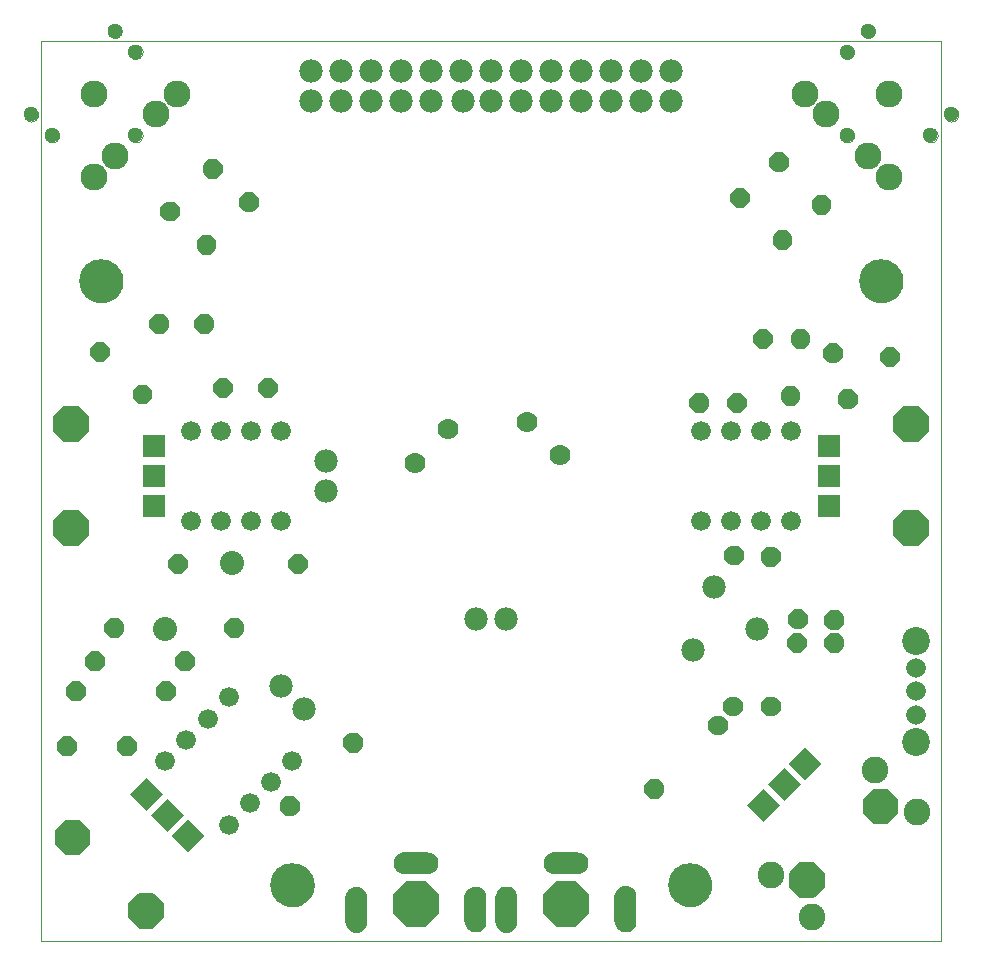
<source format=gbs>
G75*
%MOIN*%
%OFA0B0*%
%FSLAX24Y24*%
%IPPOS*%
%LPD*%
%AMOC8*
5,1,8,0,0,1.08239X$1,22.5*
%
%ADD10C,0.0000*%
%ADD11R,0.0780X0.0780*%
%ADD12OC8,0.1187*%
%ADD13C,0.0132*%
%ADD14C,0.0700*%
%ADD15C,0.0890*%
%ADD16C,0.0780*%
%ADD17C,0.0900*%
%ADD18C,0.0512*%
%ADD19C,0.0660*%
%ADD20OC8,0.0660*%
%ADD21R,0.0780X0.0780*%
%ADD22C,0.0237*%
%ADD23C,0.0800*%
%ADD24C,0.0655*%
%ADD25C,0.0931*%
%ADD26OC8,0.1540*%
%ADD27C,0.1457*%
%ADD28C,0.0734*%
%ADD29C,0.0001*%
D10*
X001898Y001011D02*
X001898Y031011D01*
X031898Y031011D01*
X031898Y001011D01*
X001898Y001011D01*
X009564Y002886D02*
X009566Y002939D01*
X009572Y002992D01*
X009582Y003044D01*
X009595Y003095D01*
X009613Y003145D01*
X009634Y003194D01*
X009659Y003241D01*
X009687Y003285D01*
X009719Y003328D01*
X009753Y003368D01*
X009791Y003406D01*
X009831Y003440D01*
X009874Y003472D01*
X009919Y003500D01*
X009965Y003525D01*
X010014Y003546D01*
X010064Y003564D01*
X010115Y003577D01*
X010167Y003587D01*
X010220Y003593D01*
X010273Y003595D01*
X010326Y003593D01*
X010379Y003587D01*
X010431Y003577D01*
X010482Y003564D01*
X010532Y003546D01*
X010581Y003525D01*
X010628Y003500D01*
X010672Y003472D01*
X010715Y003440D01*
X010755Y003406D01*
X010793Y003368D01*
X010827Y003328D01*
X010859Y003285D01*
X010887Y003240D01*
X010912Y003194D01*
X010933Y003145D01*
X010951Y003095D01*
X010964Y003044D01*
X010974Y002992D01*
X010980Y002939D01*
X010982Y002886D01*
X010980Y002833D01*
X010974Y002780D01*
X010964Y002728D01*
X010951Y002677D01*
X010933Y002627D01*
X010912Y002578D01*
X010887Y002531D01*
X010859Y002487D01*
X010827Y002444D01*
X010793Y002404D01*
X010755Y002366D01*
X010715Y002332D01*
X010672Y002300D01*
X010627Y002272D01*
X010581Y002247D01*
X010532Y002226D01*
X010482Y002208D01*
X010431Y002195D01*
X010379Y002185D01*
X010326Y002179D01*
X010273Y002177D01*
X010220Y002179D01*
X010167Y002185D01*
X010115Y002195D01*
X010064Y002208D01*
X010014Y002226D01*
X009965Y002247D01*
X009918Y002272D01*
X009874Y002300D01*
X009831Y002332D01*
X009791Y002366D01*
X009753Y002404D01*
X009719Y002444D01*
X009687Y002487D01*
X009659Y002532D01*
X009634Y002578D01*
X009613Y002627D01*
X009595Y002677D01*
X009582Y002728D01*
X009572Y002780D01*
X009566Y002833D01*
X009564Y002886D01*
X012057Y002509D02*
X012073Y002578D01*
X012102Y002642D01*
X012143Y002700D01*
X012194Y002749D01*
X012254Y002786D01*
X012320Y002811D01*
X012390Y002823D01*
X012460Y002811D01*
X012526Y002786D01*
X012586Y002749D01*
X012637Y002700D01*
X012678Y002642D01*
X012707Y002578D01*
X012723Y002509D01*
X012725Y002438D01*
X012725Y001651D01*
X012718Y001586D01*
X012699Y001523D01*
X012668Y001465D01*
X012627Y001414D01*
X012576Y001373D01*
X012518Y001342D01*
X012455Y001323D01*
X012390Y001316D01*
X012325Y001323D01*
X012262Y001342D01*
X012204Y001373D01*
X012153Y001414D01*
X012112Y001465D01*
X012081Y001523D01*
X012062Y001586D01*
X012055Y001651D01*
X012055Y002438D01*
X012057Y002509D01*
X013706Y003434D02*
X013675Y003491D01*
X013656Y003554D01*
X013650Y003620D01*
X013656Y003685D01*
X013675Y003748D01*
X013706Y003805D01*
X013748Y003856D01*
X013799Y003898D01*
X013856Y003929D01*
X013919Y003948D01*
X013985Y003954D01*
X014772Y003954D01*
X014837Y003948D01*
X014900Y003929D01*
X014958Y003898D01*
X015009Y003856D01*
X015050Y003805D01*
X015081Y003748D01*
X015100Y003685D01*
X015107Y003620D01*
X015100Y003554D01*
X015081Y003491D01*
X015050Y003434D01*
X015009Y003383D01*
X014958Y003341D01*
X014900Y003310D01*
X014837Y003291D01*
X014772Y003285D01*
X013985Y003285D01*
X013919Y003291D01*
X013856Y003310D01*
X013799Y003341D01*
X013748Y003383D01*
X013706Y003434D01*
X016053Y002593D02*
X016082Y002655D01*
X016124Y002710D01*
X016175Y002756D01*
X016234Y002791D01*
X016299Y002813D01*
X016366Y002823D01*
X016434Y002813D01*
X016499Y002791D01*
X016558Y002756D01*
X016609Y002710D01*
X016651Y002655D01*
X016680Y002593D01*
X016697Y002527D01*
X016701Y002458D01*
X016701Y001671D01*
X016695Y001605D01*
X016676Y001543D01*
X016645Y001485D01*
X016603Y001434D01*
X016552Y001392D01*
X016495Y001362D01*
X016432Y001343D01*
X016366Y001336D01*
X016301Y001343D01*
X016238Y001362D01*
X016181Y001392D01*
X016130Y001434D01*
X016088Y001485D01*
X016057Y001543D01*
X016038Y001605D01*
X016032Y001671D01*
X016032Y002458D01*
X016036Y002527D01*
X016053Y002593D01*
X017055Y002488D02*
X017055Y001651D01*
X017062Y001586D01*
X017081Y001523D01*
X017112Y001465D01*
X017153Y001414D01*
X017204Y001373D01*
X017262Y001342D01*
X017325Y001323D01*
X017390Y001316D01*
X017455Y001323D01*
X017518Y001342D01*
X017576Y001373D01*
X017627Y001414D01*
X017668Y001465D01*
X017699Y001523D01*
X017718Y001586D01*
X017725Y001651D01*
X017725Y002488D01*
X017718Y002554D01*
X017699Y002616D01*
X017668Y002674D01*
X017627Y002725D01*
X017576Y002767D01*
X017518Y002798D01*
X017455Y002817D01*
X017390Y002823D01*
X017325Y002817D01*
X017262Y002798D01*
X017204Y002767D01*
X017153Y002725D01*
X017112Y002674D01*
X017081Y002616D01*
X017062Y002554D01*
X017055Y002488D01*
X018706Y003434D02*
X018675Y003491D01*
X018656Y003554D01*
X018650Y003620D01*
X018656Y003685D01*
X018675Y003748D01*
X018706Y003805D01*
X018748Y003856D01*
X018799Y003898D01*
X018856Y003929D01*
X018919Y003948D01*
X018985Y003954D01*
X019772Y003954D01*
X019837Y003948D01*
X019900Y003929D01*
X019958Y003898D01*
X020009Y003856D01*
X020050Y003805D01*
X020081Y003748D01*
X020100Y003685D01*
X020107Y003620D01*
X020100Y003554D01*
X020081Y003491D01*
X020050Y003434D01*
X020009Y003383D01*
X019958Y003341D01*
X019900Y003310D01*
X019837Y003291D01*
X019772Y003285D01*
X018985Y003285D01*
X018919Y003291D01*
X018856Y003310D01*
X018799Y003341D01*
X018748Y003383D01*
X018706Y003434D01*
X021057Y002636D02*
X021038Y002573D01*
X021032Y002508D01*
X021032Y001671D01*
X021038Y001605D01*
X021057Y001543D01*
X021088Y001485D01*
X021130Y001434D01*
X021181Y001392D01*
X021238Y001362D01*
X021301Y001343D01*
X021366Y001336D01*
X021432Y001343D01*
X021495Y001362D01*
X021552Y001392D01*
X021603Y001434D01*
X021645Y001485D01*
X021676Y001543D01*
X021695Y001605D01*
X021701Y001671D01*
X021701Y002508D01*
X021695Y002573D01*
X021676Y002636D01*
X021645Y002694D01*
X021603Y002745D01*
X021552Y002786D01*
X021495Y002817D01*
X021432Y002836D01*
X021366Y002843D01*
X021301Y002836D01*
X021238Y002817D01*
X021181Y002786D01*
X021130Y002745D01*
X021088Y002694D01*
X021057Y002636D01*
X022814Y002886D02*
X022816Y002939D01*
X022822Y002992D01*
X022832Y003044D01*
X022845Y003095D01*
X022863Y003145D01*
X022884Y003194D01*
X022909Y003241D01*
X022937Y003285D01*
X022969Y003328D01*
X023003Y003368D01*
X023041Y003406D01*
X023081Y003440D01*
X023124Y003472D01*
X023169Y003500D01*
X023215Y003525D01*
X023264Y003546D01*
X023314Y003564D01*
X023365Y003577D01*
X023417Y003587D01*
X023470Y003593D01*
X023523Y003595D01*
X023576Y003593D01*
X023629Y003587D01*
X023681Y003577D01*
X023732Y003564D01*
X023782Y003546D01*
X023831Y003525D01*
X023878Y003500D01*
X023922Y003472D01*
X023965Y003440D01*
X024005Y003406D01*
X024043Y003368D01*
X024077Y003328D01*
X024109Y003285D01*
X024137Y003240D01*
X024162Y003194D01*
X024183Y003145D01*
X024201Y003095D01*
X024214Y003044D01*
X024224Y002992D01*
X024230Y002939D01*
X024232Y002886D01*
X024230Y002833D01*
X024224Y002780D01*
X024214Y002728D01*
X024201Y002677D01*
X024183Y002627D01*
X024162Y002578D01*
X024137Y002531D01*
X024109Y002487D01*
X024077Y002444D01*
X024043Y002404D01*
X024005Y002366D01*
X023965Y002332D01*
X023922Y002300D01*
X023877Y002272D01*
X023831Y002247D01*
X023782Y002226D01*
X023732Y002208D01*
X023681Y002195D01*
X023629Y002185D01*
X023576Y002179D01*
X023523Y002177D01*
X023470Y002179D01*
X023417Y002185D01*
X023365Y002195D01*
X023314Y002208D01*
X023264Y002226D01*
X023215Y002247D01*
X023168Y002272D01*
X023124Y002300D01*
X023081Y002332D01*
X023041Y002366D01*
X023003Y002404D01*
X022969Y002444D01*
X022937Y002487D01*
X022909Y002532D01*
X022884Y002578D01*
X022863Y002627D01*
X022845Y002677D01*
X022832Y002728D01*
X022822Y002780D01*
X022816Y002833D01*
X022814Y002886D01*
X029189Y023011D02*
X029191Y023064D01*
X029197Y023117D01*
X029207Y023169D01*
X029220Y023220D01*
X029238Y023270D01*
X029259Y023319D01*
X029284Y023366D01*
X029312Y023410D01*
X029344Y023453D01*
X029378Y023493D01*
X029416Y023531D01*
X029456Y023565D01*
X029499Y023597D01*
X029544Y023625D01*
X029590Y023650D01*
X029639Y023671D01*
X029689Y023689D01*
X029740Y023702D01*
X029792Y023712D01*
X029845Y023718D01*
X029898Y023720D01*
X029951Y023718D01*
X030004Y023712D01*
X030056Y023702D01*
X030107Y023689D01*
X030157Y023671D01*
X030206Y023650D01*
X030253Y023625D01*
X030297Y023597D01*
X030340Y023565D01*
X030380Y023531D01*
X030418Y023493D01*
X030452Y023453D01*
X030484Y023410D01*
X030512Y023365D01*
X030537Y023319D01*
X030558Y023270D01*
X030576Y023220D01*
X030589Y023169D01*
X030599Y023117D01*
X030605Y023064D01*
X030607Y023011D01*
X030605Y022958D01*
X030599Y022905D01*
X030589Y022853D01*
X030576Y022802D01*
X030558Y022752D01*
X030537Y022703D01*
X030512Y022656D01*
X030484Y022612D01*
X030452Y022569D01*
X030418Y022529D01*
X030380Y022491D01*
X030340Y022457D01*
X030297Y022425D01*
X030252Y022397D01*
X030206Y022372D01*
X030157Y022351D01*
X030107Y022333D01*
X030056Y022320D01*
X030004Y022310D01*
X029951Y022304D01*
X029898Y022302D01*
X029845Y022304D01*
X029792Y022310D01*
X029740Y022320D01*
X029689Y022333D01*
X029639Y022351D01*
X029590Y022372D01*
X029543Y022397D01*
X029499Y022425D01*
X029456Y022457D01*
X029416Y022491D01*
X029378Y022529D01*
X029344Y022569D01*
X029312Y022612D01*
X029284Y022657D01*
X029259Y022703D01*
X029238Y022752D01*
X029220Y022802D01*
X029207Y022853D01*
X029197Y022905D01*
X029191Y022958D01*
X029189Y023011D01*
X028520Y027869D02*
X028522Y027899D01*
X028528Y027929D01*
X028537Y027958D01*
X028550Y027985D01*
X028567Y028010D01*
X028586Y028033D01*
X028609Y028054D01*
X028634Y028071D01*
X028660Y028085D01*
X028689Y028095D01*
X028718Y028102D01*
X028748Y028105D01*
X028779Y028104D01*
X028809Y028099D01*
X028838Y028090D01*
X028865Y028078D01*
X028891Y028063D01*
X028915Y028044D01*
X028936Y028022D01*
X028954Y027998D01*
X028969Y027971D01*
X028980Y027943D01*
X028988Y027914D01*
X028992Y027884D01*
X028992Y027854D01*
X028988Y027824D01*
X028980Y027795D01*
X028969Y027767D01*
X028954Y027740D01*
X028936Y027716D01*
X028915Y027694D01*
X028891Y027675D01*
X028865Y027660D01*
X028838Y027648D01*
X028809Y027639D01*
X028779Y027634D01*
X028748Y027633D01*
X028718Y027636D01*
X028689Y027643D01*
X028660Y027653D01*
X028634Y027667D01*
X028609Y027684D01*
X028586Y027705D01*
X028567Y027728D01*
X028550Y027753D01*
X028537Y027780D01*
X028528Y027809D01*
X028522Y027839D01*
X028520Y027869D01*
X031304Y027869D02*
X031306Y027899D01*
X031312Y027929D01*
X031321Y027958D01*
X031334Y027985D01*
X031351Y028010D01*
X031370Y028033D01*
X031393Y028054D01*
X031418Y028071D01*
X031444Y028085D01*
X031473Y028095D01*
X031502Y028102D01*
X031532Y028105D01*
X031563Y028104D01*
X031593Y028099D01*
X031622Y028090D01*
X031649Y028078D01*
X031675Y028063D01*
X031699Y028044D01*
X031720Y028022D01*
X031738Y027998D01*
X031753Y027971D01*
X031764Y027943D01*
X031772Y027914D01*
X031776Y027884D01*
X031776Y027854D01*
X031772Y027824D01*
X031764Y027795D01*
X031753Y027767D01*
X031738Y027740D01*
X031720Y027716D01*
X031699Y027694D01*
X031675Y027675D01*
X031649Y027660D01*
X031622Y027648D01*
X031593Y027639D01*
X031563Y027634D01*
X031532Y027633D01*
X031502Y027636D01*
X031473Y027643D01*
X031444Y027653D01*
X031418Y027667D01*
X031393Y027684D01*
X031370Y027705D01*
X031351Y027728D01*
X031334Y027753D01*
X031321Y027780D01*
X031312Y027809D01*
X031306Y027839D01*
X031304Y027869D01*
X032000Y028565D02*
X032002Y028595D01*
X032008Y028625D01*
X032017Y028654D01*
X032030Y028681D01*
X032047Y028706D01*
X032066Y028729D01*
X032089Y028750D01*
X032114Y028767D01*
X032140Y028781D01*
X032169Y028791D01*
X032198Y028798D01*
X032228Y028801D01*
X032259Y028800D01*
X032289Y028795D01*
X032318Y028786D01*
X032345Y028774D01*
X032371Y028759D01*
X032395Y028740D01*
X032416Y028718D01*
X032434Y028694D01*
X032449Y028667D01*
X032460Y028639D01*
X032468Y028610D01*
X032472Y028580D01*
X032472Y028550D01*
X032468Y028520D01*
X032460Y028491D01*
X032449Y028463D01*
X032434Y028436D01*
X032416Y028412D01*
X032395Y028390D01*
X032371Y028371D01*
X032345Y028356D01*
X032318Y028344D01*
X032289Y028335D01*
X032259Y028330D01*
X032228Y028329D01*
X032198Y028332D01*
X032169Y028339D01*
X032140Y028349D01*
X032114Y028363D01*
X032089Y028380D01*
X032066Y028401D01*
X032047Y028424D01*
X032030Y028449D01*
X032017Y028476D01*
X032008Y028505D01*
X032002Y028535D01*
X032000Y028565D01*
X028520Y030653D02*
X028522Y030683D01*
X028528Y030713D01*
X028537Y030742D01*
X028550Y030769D01*
X028567Y030794D01*
X028586Y030817D01*
X028609Y030838D01*
X028634Y030855D01*
X028660Y030869D01*
X028689Y030879D01*
X028718Y030886D01*
X028748Y030889D01*
X028779Y030888D01*
X028809Y030883D01*
X028838Y030874D01*
X028865Y030862D01*
X028891Y030847D01*
X028915Y030828D01*
X028936Y030806D01*
X028954Y030782D01*
X028969Y030755D01*
X028980Y030727D01*
X028988Y030698D01*
X028992Y030668D01*
X028992Y030638D01*
X028988Y030608D01*
X028980Y030579D01*
X028969Y030551D01*
X028954Y030524D01*
X028936Y030500D01*
X028915Y030478D01*
X028891Y030459D01*
X028865Y030444D01*
X028838Y030432D01*
X028809Y030423D01*
X028779Y030418D01*
X028748Y030417D01*
X028718Y030420D01*
X028689Y030427D01*
X028660Y030437D01*
X028634Y030451D01*
X028609Y030468D01*
X028586Y030489D01*
X028567Y030512D01*
X028550Y030537D01*
X028537Y030564D01*
X028528Y030593D01*
X028522Y030623D01*
X028520Y030653D01*
X029216Y031349D02*
X029218Y031379D01*
X029224Y031409D01*
X029233Y031438D01*
X029246Y031465D01*
X029263Y031490D01*
X029282Y031513D01*
X029305Y031534D01*
X029330Y031551D01*
X029356Y031565D01*
X029385Y031575D01*
X029414Y031582D01*
X029444Y031585D01*
X029475Y031584D01*
X029505Y031579D01*
X029534Y031570D01*
X029561Y031558D01*
X029587Y031543D01*
X029611Y031524D01*
X029632Y031502D01*
X029650Y031478D01*
X029665Y031451D01*
X029676Y031423D01*
X029684Y031394D01*
X029688Y031364D01*
X029688Y031334D01*
X029684Y031304D01*
X029676Y031275D01*
X029665Y031247D01*
X029650Y031220D01*
X029632Y031196D01*
X029611Y031174D01*
X029587Y031155D01*
X029561Y031140D01*
X029534Y031128D01*
X029505Y031119D01*
X029475Y031114D01*
X029444Y031113D01*
X029414Y031116D01*
X029385Y031123D01*
X029356Y031133D01*
X029330Y031147D01*
X029305Y031164D01*
X029282Y031185D01*
X029263Y031208D01*
X029246Y031233D01*
X029233Y031260D01*
X029224Y031289D01*
X029218Y031319D01*
X029216Y031349D01*
X004804Y030653D02*
X004806Y030683D01*
X004812Y030713D01*
X004821Y030742D01*
X004834Y030769D01*
X004851Y030794D01*
X004870Y030817D01*
X004893Y030838D01*
X004918Y030855D01*
X004944Y030869D01*
X004973Y030879D01*
X005002Y030886D01*
X005032Y030889D01*
X005063Y030888D01*
X005093Y030883D01*
X005122Y030874D01*
X005149Y030862D01*
X005175Y030847D01*
X005199Y030828D01*
X005220Y030806D01*
X005238Y030782D01*
X005253Y030755D01*
X005264Y030727D01*
X005272Y030698D01*
X005276Y030668D01*
X005276Y030638D01*
X005272Y030608D01*
X005264Y030579D01*
X005253Y030551D01*
X005238Y030524D01*
X005220Y030500D01*
X005199Y030478D01*
X005175Y030459D01*
X005149Y030444D01*
X005122Y030432D01*
X005093Y030423D01*
X005063Y030418D01*
X005032Y030417D01*
X005002Y030420D01*
X004973Y030427D01*
X004944Y030437D01*
X004918Y030451D01*
X004893Y030468D01*
X004870Y030489D01*
X004851Y030512D01*
X004834Y030537D01*
X004821Y030564D01*
X004812Y030593D01*
X004806Y030623D01*
X004804Y030653D01*
X004108Y031349D02*
X004110Y031379D01*
X004116Y031409D01*
X004125Y031438D01*
X004138Y031465D01*
X004155Y031490D01*
X004174Y031513D01*
X004197Y031534D01*
X004222Y031551D01*
X004248Y031565D01*
X004277Y031575D01*
X004306Y031582D01*
X004336Y031585D01*
X004367Y031584D01*
X004397Y031579D01*
X004426Y031570D01*
X004453Y031558D01*
X004479Y031543D01*
X004503Y031524D01*
X004524Y031502D01*
X004542Y031478D01*
X004557Y031451D01*
X004568Y031423D01*
X004576Y031394D01*
X004580Y031364D01*
X004580Y031334D01*
X004576Y031304D01*
X004568Y031275D01*
X004557Y031247D01*
X004542Y031220D01*
X004524Y031196D01*
X004503Y031174D01*
X004479Y031155D01*
X004453Y031140D01*
X004426Y031128D01*
X004397Y031119D01*
X004367Y031114D01*
X004336Y031113D01*
X004306Y031116D01*
X004277Y031123D01*
X004248Y031133D01*
X004222Y031147D01*
X004197Y031164D01*
X004174Y031185D01*
X004155Y031208D01*
X004138Y031233D01*
X004125Y031260D01*
X004116Y031289D01*
X004110Y031319D01*
X004108Y031349D01*
X001324Y028565D02*
X001326Y028595D01*
X001332Y028625D01*
X001341Y028654D01*
X001354Y028681D01*
X001371Y028706D01*
X001390Y028729D01*
X001413Y028750D01*
X001438Y028767D01*
X001464Y028781D01*
X001493Y028791D01*
X001522Y028798D01*
X001552Y028801D01*
X001583Y028800D01*
X001613Y028795D01*
X001642Y028786D01*
X001669Y028774D01*
X001695Y028759D01*
X001719Y028740D01*
X001740Y028718D01*
X001758Y028694D01*
X001773Y028667D01*
X001784Y028639D01*
X001792Y028610D01*
X001796Y028580D01*
X001796Y028550D01*
X001792Y028520D01*
X001784Y028491D01*
X001773Y028463D01*
X001758Y028436D01*
X001740Y028412D01*
X001719Y028390D01*
X001695Y028371D01*
X001669Y028356D01*
X001642Y028344D01*
X001613Y028335D01*
X001583Y028330D01*
X001552Y028329D01*
X001522Y028332D01*
X001493Y028339D01*
X001464Y028349D01*
X001438Y028363D01*
X001413Y028380D01*
X001390Y028401D01*
X001371Y028424D01*
X001354Y028449D01*
X001341Y028476D01*
X001332Y028505D01*
X001326Y028535D01*
X001324Y028565D01*
X002020Y027869D02*
X002022Y027899D01*
X002028Y027929D01*
X002037Y027958D01*
X002050Y027985D01*
X002067Y028010D01*
X002086Y028033D01*
X002109Y028054D01*
X002134Y028071D01*
X002160Y028085D01*
X002189Y028095D01*
X002218Y028102D01*
X002248Y028105D01*
X002279Y028104D01*
X002309Y028099D01*
X002338Y028090D01*
X002365Y028078D01*
X002391Y028063D01*
X002415Y028044D01*
X002436Y028022D01*
X002454Y027998D01*
X002469Y027971D01*
X002480Y027943D01*
X002488Y027914D01*
X002492Y027884D01*
X002492Y027854D01*
X002488Y027824D01*
X002480Y027795D01*
X002469Y027767D01*
X002454Y027740D01*
X002436Y027716D01*
X002415Y027694D01*
X002391Y027675D01*
X002365Y027660D01*
X002338Y027648D01*
X002309Y027639D01*
X002279Y027634D01*
X002248Y027633D01*
X002218Y027636D01*
X002189Y027643D01*
X002160Y027653D01*
X002134Y027667D01*
X002109Y027684D01*
X002086Y027705D01*
X002067Y027728D01*
X002050Y027753D01*
X002037Y027780D01*
X002028Y027809D01*
X002022Y027839D01*
X002020Y027869D01*
X004804Y027869D02*
X004806Y027899D01*
X004812Y027929D01*
X004821Y027958D01*
X004834Y027985D01*
X004851Y028010D01*
X004870Y028033D01*
X004893Y028054D01*
X004918Y028071D01*
X004944Y028085D01*
X004973Y028095D01*
X005002Y028102D01*
X005032Y028105D01*
X005063Y028104D01*
X005093Y028099D01*
X005122Y028090D01*
X005149Y028078D01*
X005175Y028063D01*
X005199Y028044D01*
X005220Y028022D01*
X005238Y027998D01*
X005253Y027971D01*
X005264Y027943D01*
X005272Y027914D01*
X005276Y027884D01*
X005276Y027854D01*
X005272Y027824D01*
X005264Y027795D01*
X005253Y027767D01*
X005238Y027740D01*
X005220Y027716D01*
X005199Y027694D01*
X005175Y027675D01*
X005149Y027660D01*
X005122Y027648D01*
X005093Y027639D01*
X005063Y027634D01*
X005032Y027633D01*
X005002Y027636D01*
X004973Y027643D01*
X004944Y027653D01*
X004918Y027667D01*
X004893Y027684D01*
X004870Y027705D01*
X004851Y027728D01*
X004834Y027753D01*
X004821Y027780D01*
X004812Y027809D01*
X004806Y027839D01*
X004804Y027869D01*
X003189Y023011D02*
X003191Y023064D01*
X003197Y023117D01*
X003207Y023169D01*
X003220Y023220D01*
X003238Y023270D01*
X003259Y023319D01*
X003284Y023366D01*
X003312Y023410D01*
X003344Y023453D01*
X003378Y023493D01*
X003416Y023531D01*
X003456Y023565D01*
X003499Y023597D01*
X003544Y023625D01*
X003590Y023650D01*
X003639Y023671D01*
X003689Y023689D01*
X003740Y023702D01*
X003792Y023712D01*
X003845Y023718D01*
X003898Y023720D01*
X003951Y023718D01*
X004004Y023712D01*
X004056Y023702D01*
X004107Y023689D01*
X004157Y023671D01*
X004206Y023650D01*
X004253Y023625D01*
X004297Y023597D01*
X004340Y023565D01*
X004380Y023531D01*
X004418Y023493D01*
X004452Y023453D01*
X004484Y023410D01*
X004512Y023365D01*
X004537Y023319D01*
X004558Y023270D01*
X004576Y023220D01*
X004589Y023169D01*
X004599Y023117D01*
X004605Y023064D01*
X004607Y023011D01*
X004605Y022958D01*
X004599Y022905D01*
X004589Y022853D01*
X004576Y022802D01*
X004558Y022752D01*
X004537Y022703D01*
X004512Y022656D01*
X004484Y022612D01*
X004452Y022569D01*
X004418Y022529D01*
X004380Y022491D01*
X004340Y022457D01*
X004297Y022425D01*
X004252Y022397D01*
X004206Y022372D01*
X004157Y022351D01*
X004107Y022333D01*
X004056Y022320D01*
X004004Y022310D01*
X003951Y022304D01*
X003898Y022302D01*
X003845Y022304D01*
X003792Y022310D01*
X003740Y022320D01*
X003689Y022333D01*
X003639Y022351D01*
X003590Y022372D01*
X003543Y022397D01*
X003499Y022425D01*
X003456Y022457D01*
X003416Y022491D01*
X003378Y022529D01*
X003344Y022569D01*
X003312Y022612D01*
X003284Y022657D01*
X003259Y022703D01*
X003238Y022752D01*
X003220Y022802D01*
X003207Y022853D01*
X003197Y022905D01*
X003191Y022958D01*
X003189Y023011D01*
D11*
X005654Y017496D03*
X005654Y016511D03*
X005654Y015527D03*
X028142Y015527D03*
X028142Y016511D03*
X028142Y017496D03*
D12*
X030898Y018244D03*
X030898Y014779D03*
X002898Y014779D03*
X002898Y018244D03*
D13*
X005233Y019425D02*
X005167Y019491D01*
X005385Y019491D01*
X005539Y019337D01*
X005539Y019119D01*
X005385Y018965D01*
X005167Y018965D01*
X005013Y019119D01*
X005013Y019337D01*
X005167Y019491D01*
X005208Y019392D01*
X005344Y019392D01*
X005440Y019296D01*
X005440Y019160D01*
X005344Y019064D01*
X005208Y019064D01*
X005112Y019160D01*
X005112Y019296D01*
X005208Y019392D01*
X005249Y019293D01*
X005303Y019293D01*
X005341Y019255D01*
X005341Y019201D01*
X005303Y019163D01*
X005249Y019163D01*
X005211Y019201D01*
X005211Y019255D01*
X005249Y019293D01*
X003819Y020839D02*
X003753Y020905D01*
X003971Y020905D01*
X004125Y020751D01*
X004125Y020533D01*
X003971Y020379D01*
X003753Y020379D01*
X003599Y020533D01*
X003599Y020751D01*
X003753Y020905D01*
X003794Y020806D01*
X003930Y020806D01*
X004026Y020710D01*
X004026Y020574D01*
X003930Y020478D01*
X003794Y020478D01*
X003698Y020574D01*
X003698Y020710D01*
X003794Y020806D01*
X003835Y020707D01*
X003889Y020707D01*
X003927Y020669D01*
X003927Y020615D01*
X003889Y020577D01*
X003835Y020577D01*
X003797Y020615D01*
X003797Y020669D01*
X003835Y020707D01*
X005794Y021769D02*
X005728Y021835D01*
X005946Y021835D01*
X006100Y021681D01*
X006100Y021463D01*
X005946Y021309D01*
X005728Y021309D01*
X005574Y021463D01*
X005574Y021681D01*
X005728Y021835D01*
X005769Y021736D01*
X005905Y021736D01*
X006001Y021640D01*
X006001Y021504D01*
X005905Y021408D01*
X005769Y021408D01*
X005673Y021504D01*
X005673Y021640D01*
X005769Y021736D01*
X005810Y021637D01*
X005864Y021637D01*
X005902Y021599D01*
X005902Y021545D01*
X005864Y021507D01*
X005810Y021507D01*
X005772Y021545D01*
X005772Y021599D01*
X005810Y021637D01*
X007380Y021375D02*
X007446Y021309D01*
X007228Y021309D01*
X007074Y021463D01*
X007074Y021681D01*
X007228Y021835D01*
X007446Y021835D01*
X007600Y021681D01*
X007600Y021463D01*
X007446Y021309D01*
X007405Y021408D01*
X007269Y021408D01*
X007173Y021504D01*
X007173Y021640D01*
X007269Y021736D01*
X007405Y021736D01*
X007501Y021640D01*
X007501Y021504D01*
X007405Y021408D01*
X007364Y021507D01*
X007310Y021507D01*
X007272Y021545D01*
X007272Y021599D01*
X007310Y021637D01*
X007364Y021637D01*
X007402Y021599D01*
X007402Y021545D01*
X007364Y021507D01*
X007916Y019648D02*
X007850Y019714D01*
X008068Y019714D01*
X008222Y019560D01*
X008222Y019342D01*
X008068Y019188D01*
X007850Y019188D01*
X007696Y019342D01*
X007696Y019560D01*
X007850Y019714D01*
X007891Y019615D01*
X008027Y019615D01*
X008123Y019519D01*
X008123Y019383D01*
X008027Y019287D01*
X007891Y019287D01*
X007795Y019383D01*
X007795Y019519D01*
X007891Y019615D01*
X007932Y019516D01*
X007986Y019516D01*
X008024Y019478D01*
X008024Y019424D01*
X007986Y019386D01*
X007932Y019386D01*
X007894Y019424D01*
X007894Y019478D01*
X007932Y019516D01*
X009502Y019254D02*
X009568Y019188D01*
X009350Y019188D01*
X009196Y019342D01*
X009196Y019560D01*
X009350Y019714D01*
X009568Y019714D01*
X009722Y019560D01*
X009722Y019342D01*
X009568Y019188D01*
X009527Y019287D01*
X009391Y019287D01*
X009295Y019383D01*
X009295Y019519D01*
X009391Y019615D01*
X009527Y019615D01*
X009623Y019519D01*
X009623Y019383D01*
X009527Y019287D01*
X009486Y019386D01*
X009432Y019386D01*
X009394Y019424D01*
X009394Y019478D01*
X009432Y019516D01*
X009486Y019516D01*
X009524Y019478D01*
X009524Y019424D01*
X009486Y019386D01*
X007214Y024179D02*
X007148Y024113D01*
X007148Y024331D01*
X007302Y024485D01*
X007520Y024485D01*
X007674Y024331D01*
X007674Y024113D01*
X007520Y023959D01*
X007302Y023959D01*
X007148Y024113D01*
X007247Y024154D01*
X007247Y024290D01*
X007343Y024386D01*
X007479Y024386D01*
X007575Y024290D01*
X007575Y024154D01*
X007479Y024058D01*
X007343Y024058D01*
X007247Y024154D01*
X007346Y024195D01*
X007346Y024249D01*
X007384Y024287D01*
X007438Y024287D01*
X007476Y024249D01*
X007476Y024195D01*
X007438Y024157D01*
X007384Y024157D01*
X007346Y024195D01*
X006003Y025286D02*
X005937Y025220D01*
X005937Y025438D01*
X006091Y025592D01*
X006309Y025592D01*
X006463Y025438D01*
X006463Y025220D01*
X006309Y025066D01*
X006091Y025066D01*
X005937Y025220D01*
X006036Y025261D01*
X006036Y025397D01*
X006132Y025493D01*
X006268Y025493D01*
X006364Y025397D01*
X006364Y025261D01*
X006268Y025165D01*
X006132Y025165D01*
X006036Y025261D01*
X006135Y025302D01*
X006135Y025356D01*
X006173Y025394D01*
X006227Y025394D01*
X006265Y025356D01*
X006265Y025302D01*
X006227Y025264D01*
X006173Y025264D01*
X006135Y025302D01*
X007417Y026700D02*
X007351Y026634D01*
X007351Y026852D01*
X007505Y027006D01*
X007723Y027006D01*
X007877Y026852D01*
X007877Y026634D01*
X007723Y026480D01*
X007505Y026480D01*
X007351Y026634D01*
X007450Y026675D01*
X007450Y026811D01*
X007546Y026907D01*
X007682Y026907D01*
X007778Y026811D01*
X007778Y026675D01*
X007682Y026579D01*
X007546Y026579D01*
X007450Y026675D01*
X007549Y026716D01*
X007549Y026770D01*
X007587Y026808D01*
X007641Y026808D01*
X007679Y026770D01*
X007679Y026716D01*
X007641Y026678D01*
X007587Y026678D01*
X007549Y026716D01*
X008628Y025593D02*
X008562Y025527D01*
X008562Y025745D01*
X008716Y025899D01*
X008934Y025899D01*
X009088Y025745D01*
X009088Y025527D01*
X008934Y025373D01*
X008716Y025373D01*
X008562Y025527D01*
X008661Y025568D01*
X008661Y025704D01*
X008757Y025800D01*
X008893Y025800D01*
X008989Y025704D01*
X008989Y025568D01*
X008893Y025472D01*
X008757Y025472D01*
X008661Y025568D01*
X008760Y025609D01*
X008760Y025663D01*
X008798Y025701D01*
X008852Y025701D01*
X008890Y025663D01*
X008890Y025609D01*
X008852Y025571D01*
X008798Y025571D01*
X008760Y025609D01*
X024034Y018994D02*
X024100Y019060D01*
X024100Y018842D01*
X023946Y018688D01*
X023728Y018688D01*
X023574Y018842D01*
X023574Y019060D01*
X023728Y019214D01*
X023946Y019214D01*
X024100Y019060D01*
X024001Y019019D01*
X024001Y018883D01*
X023905Y018787D01*
X023769Y018787D01*
X023673Y018883D01*
X023673Y019019D01*
X023769Y019115D01*
X023905Y019115D01*
X024001Y019019D01*
X023902Y018978D01*
X023902Y018924D01*
X023864Y018886D01*
X023810Y018886D01*
X023772Y018924D01*
X023772Y018978D01*
X023810Y019016D01*
X023864Y019016D01*
X023902Y018978D01*
X025284Y018994D02*
X025350Y019060D01*
X025350Y018842D01*
X025196Y018688D01*
X024978Y018688D01*
X024824Y018842D01*
X024824Y019060D01*
X024978Y019214D01*
X025196Y019214D01*
X025350Y019060D01*
X025251Y019019D01*
X025251Y018883D01*
X025155Y018787D01*
X025019Y018787D01*
X024923Y018883D01*
X024923Y019019D01*
X025019Y019115D01*
X025155Y019115D01*
X025251Y019019D01*
X025152Y018978D01*
X025152Y018924D01*
X025114Y018886D01*
X025060Y018886D01*
X025022Y018924D01*
X025022Y018978D01*
X025060Y019016D01*
X025114Y019016D01*
X025152Y018978D01*
X027069Y019229D02*
X027135Y019295D01*
X027135Y019077D01*
X026981Y018923D01*
X026763Y018923D01*
X026609Y019077D01*
X026609Y019295D01*
X026763Y019449D01*
X026981Y019449D01*
X027135Y019295D01*
X027036Y019254D01*
X027036Y019118D01*
X026940Y019022D01*
X026804Y019022D01*
X026708Y019118D01*
X026708Y019254D01*
X026804Y019350D01*
X026940Y019350D01*
X027036Y019254D01*
X026937Y019213D01*
X026937Y019159D01*
X026899Y019121D01*
X026845Y019121D01*
X026807Y019159D01*
X026807Y019213D01*
X026845Y019251D01*
X026899Y019251D01*
X026937Y019213D01*
X028977Y019111D02*
X029043Y019177D01*
X029043Y018959D01*
X028889Y018805D01*
X028671Y018805D01*
X028517Y018959D01*
X028517Y019177D01*
X028671Y019331D01*
X028889Y019331D01*
X029043Y019177D01*
X028944Y019136D01*
X028944Y019000D01*
X028848Y018904D01*
X028712Y018904D01*
X028616Y019000D01*
X028616Y019136D01*
X028712Y019232D01*
X028848Y019232D01*
X028944Y019136D01*
X028845Y019095D01*
X028845Y019041D01*
X028807Y019003D01*
X028753Y019003D01*
X028715Y019041D01*
X028715Y019095D01*
X028753Y019133D01*
X028807Y019133D01*
X028845Y019095D01*
X028483Y020643D02*
X028549Y020709D01*
X028549Y020491D01*
X028395Y020337D01*
X028177Y020337D01*
X028023Y020491D01*
X028023Y020709D01*
X028177Y020863D01*
X028395Y020863D01*
X028549Y020709D01*
X028450Y020668D01*
X028450Y020532D01*
X028354Y020436D01*
X028218Y020436D01*
X028122Y020532D01*
X028122Y020668D01*
X028218Y020764D01*
X028354Y020764D01*
X028450Y020668D01*
X028351Y020627D01*
X028351Y020573D01*
X028313Y020535D01*
X028259Y020535D01*
X028221Y020573D01*
X028221Y020627D01*
X028259Y020665D01*
X028313Y020665D01*
X028351Y020627D01*
X027406Y021115D02*
X027472Y021181D01*
X027472Y020963D01*
X027318Y020809D01*
X027100Y020809D01*
X026946Y020963D01*
X026946Y021181D01*
X027100Y021335D01*
X027318Y021335D01*
X027472Y021181D01*
X027373Y021140D01*
X027373Y021004D01*
X027277Y020908D01*
X027141Y020908D01*
X027045Y021004D01*
X027045Y021140D01*
X027141Y021236D01*
X027277Y021236D01*
X027373Y021140D01*
X027274Y021099D01*
X027274Y021045D01*
X027236Y021007D01*
X027182Y021007D01*
X027144Y021045D01*
X027144Y021099D01*
X027182Y021137D01*
X027236Y021137D01*
X027274Y021099D01*
X026156Y021115D02*
X026222Y021181D01*
X026222Y020963D01*
X026068Y020809D01*
X025850Y020809D01*
X025696Y020963D01*
X025696Y021181D01*
X025850Y021335D01*
X026068Y021335D01*
X026222Y021181D01*
X026123Y021140D01*
X026123Y021004D01*
X026027Y020908D01*
X025891Y020908D01*
X025795Y021004D01*
X025795Y021140D01*
X025891Y021236D01*
X026027Y021236D01*
X026123Y021140D01*
X026024Y021099D01*
X026024Y021045D01*
X025986Y021007D01*
X025932Y021007D01*
X025894Y021045D01*
X025894Y021099D01*
X025932Y021137D01*
X025986Y021137D01*
X026024Y021099D01*
X030391Y020525D02*
X030457Y020591D01*
X030457Y020373D01*
X030303Y020219D01*
X030085Y020219D01*
X029931Y020373D01*
X029931Y020591D01*
X030085Y020745D01*
X030303Y020745D01*
X030457Y020591D01*
X030358Y020550D01*
X030358Y020414D01*
X030262Y020318D01*
X030126Y020318D01*
X030030Y020414D01*
X030030Y020550D01*
X030126Y020646D01*
X030262Y020646D01*
X030358Y020550D01*
X030259Y020509D01*
X030259Y020455D01*
X030221Y020417D01*
X030167Y020417D01*
X030129Y020455D01*
X030129Y020509D01*
X030167Y020547D01*
X030221Y020547D01*
X030259Y020509D01*
X026648Y024174D02*
X026714Y024108D01*
X026496Y024108D01*
X026342Y024262D01*
X026342Y024480D01*
X026496Y024634D01*
X026714Y024634D01*
X026868Y024480D01*
X026868Y024262D01*
X026714Y024108D01*
X026673Y024207D01*
X026537Y024207D01*
X026441Y024303D01*
X026441Y024439D01*
X026537Y024535D01*
X026673Y024535D01*
X026769Y024439D01*
X026769Y024303D01*
X026673Y024207D01*
X026632Y024306D01*
X026578Y024306D01*
X026540Y024344D01*
X026540Y024398D01*
X026578Y024436D01*
X026632Y024436D01*
X026670Y024398D01*
X026670Y024344D01*
X026632Y024306D01*
X027948Y025357D02*
X028014Y025291D01*
X027796Y025291D01*
X027642Y025445D01*
X027642Y025663D01*
X027796Y025817D01*
X028014Y025817D01*
X028168Y025663D01*
X028168Y025445D01*
X028014Y025291D01*
X027973Y025390D01*
X027837Y025390D01*
X027741Y025486D01*
X027741Y025622D01*
X027837Y025718D01*
X027973Y025718D01*
X028069Y025622D01*
X028069Y025486D01*
X027973Y025390D01*
X027932Y025489D01*
X027878Y025489D01*
X027840Y025527D01*
X027840Y025581D01*
X027878Y025619D01*
X027932Y025619D01*
X027970Y025581D01*
X027970Y025527D01*
X027932Y025489D01*
X026533Y026771D02*
X026599Y026705D01*
X026381Y026705D01*
X026227Y026859D01*
X026227Y027077D01*
X026381Y027231D01*
X026599Y027231D01*
X026753Y027077D01*
X026753Y026859D01*
X026599Y026705D01*
X026558Y026804D01*
X026422Y026804D01*
X026326Y026900D01*
X026326Y027036D01*
X026422Y027132D01*
X026558Y027132D01*
X026654Y027036D01*
X026654Y026900D01*
X026558Y026804D01*
X026517Y026903D01*
X026463Y026903D01*
X026425Y026941D01*
X026425Y026995D01*
X026463Y027033D01*
X026517Y027033D01*
X026555Y026995D01*
X026555Y026941D01*
X026517Y026903D01*
X025234Y025588D02*
X025300Y025522D01*
X025082Y025522D01*
X024928Y025676D01*
X024928Y025894D01*
X025082Y026048D01*
X025300Y026048D01*
X025454Y025894D01*
X025454Y025676D01*
X025300Y025522D01*
X025259Y025621D01*
X025123Y025621D01*
X025027Y025717D01*
X025027Y025853D01*
X025123Y025949D01*
X025259Y025949D01*
X025355Y025853D01*
X025355Y025717D01*
X025259Y025621D01*
X025218Y025720D01*
X025164Y025720D01*
X025126Y025758D01*
X025126Y025812D01*
X025164Y025850D01*
X025218Y025850D01*
X025256Y025812D01*
X025256Y025758D01*
X025218Y025720D01*
X024956Y014056D02*
X024890Y014122D01*
X025108Y014122D01*
X025262Y013968D01*
X025262Y013750D01*
X025108Y013596D01*
X024890Y013596D01*
X024736Y013750D01*
X024736Y013968D01*
X024890Y014122D01*
X024931Y014023D01*
X025067Y014023D01*
X025163Y013927D01*
X025163Y013791D01*
X025067Y013695D01*
X024931Y013695D01*
X024835Y013791D01*
X024835Y013927D01*
X024931Y014023D01*
X024972Y013924D01*
X025026Y013924D01*
X025064Y013886D01*
X025064Y013832D01*
X025026Y013794D01*
X024972Y013794D01*
X024934Y013832D01*
X024934Y013886D01*
X024972Y013924D01*
X026169Y014019D02*
X026103Y014085D01*
X026321Y014085D01*
X026475Y013931D01*
X026475Y013713D01*
X026321Y013559D01*
X026103Y013559D01*
X025949Y013713D01*
X025949Y013931D01*
X026103Y014085D01*
X026144Y013986D01*
X026280Y013986D01*
X026376Y013890D01*
X026376Y013754D01*
X026280Y013658D01*
X026144Y013658D01*
X026048Y013754D01*
X026048Y013890D01*
X026144Y013986D01*
X026185Y013887D01*
X026239Y013887D01*
X026277Y013849D01*
X026277Y013795D01*
X026239Y013757D01*
X026185Y013757D01*
X026147Y013795D01*
X026147Y013849D01*
X026185Y013887D01*
X027077Y011934D02*
X027011Y012000D01*
X027229Y012000D01*
X027383Y011846D01*
X027383Y011628D01*
X027229Y011474D01*
X027011Y011474D01*
X026857Y011628D01*
X026857Y011846D01*
X027011Y012000D01*
X027052Y011901D01*
X027188Y011901D01*
X027284Y011805D01*
X027284Y011669D01*
X027188Y011573D01*
X027052Y011573D01*
X026956Y011669D01*
X026956Y011805D01*
X027052Y011901D01*
X027093Y011802D01*
X027147Y011802D01*
X027185Y011764D01*
X027185Y011710D01*
X027147Y011672D01*
X027093Y011672D01*
X027055Y011710D01*
X027055Y011764D01*
X027093Y011802D01*
X026887Y010904D02*
X026821Y010838D01*
X026821Y011056D01*
X026975Y011210D01*
X027193Y011210D01*
X027347Y011056D01*
X027347Y010838D01*
X027193Y010684D01*
X026975Y010684D01*
X026821Y010838D01*
X026920Y010879D01*
X026920Y011015D01*
X027016Y011111D01*
X027152Y011111D01*
X027248Y011015D01*
X027248Y010879D01*
X027152Y010783D01*
X027016Y010783D01*
X026920Y010879D01*
X027019Y010920D01*
X027019Y010974D01*
X027057Y011012D01*
X027111Y011012D01*
X027149Y010974D01*
X027149Y010920D01*
X027111Y010882D01*
X027057Y010882D01*
X027019Y010920D01*
X028531Y010990D02*
X028597Y011056D01*
X028597Y010838D01*
X028443Y010684D01*
X028225Y010684D01*
X028071Y010838D01*
X028071Y011056D01*
X028225Y011210D01*
X028443Y011210D01*
X028597Y011056D01*
X028498Y011015D01*
X028498Y010879D01*
X028402Y010783D01*
X028266Y010783D01*
X028170Y010879D01*
X028170Y011015D01*
X028266Y011111D01*
X028402Y011111D01*
X028498Y011015D01*
X028399Y010974D01*
X028399Y010920D01*
X028361Y010882D01*
X028307Y010882D01*
X028269Y010920D01*
X028269Y010974D01*
X028307Y011012D01*
X028361Y011012D01*
X028399Y010974D01*
X028291Y011898D02*
X028225Y011964D01*
X028443Y011964D01*
X028597Y011810D01*
X028597Y011592D01*
X028443Y011438D01*
X028225Y011438D01*
X028071Y011592D01*
X028071Y011810D01*
X028225Y011964D01*
X028266Y011865D01*
X028402Y011865D01*
X028498Y011769D01*
X028498Y011633D01*
X028402Y011537D01*
X028266Y011537D01*
X028170Y011633D01*
X028170Y011769D01*
X028266Y011865D01*
X028307Y011766D01*
X028361Y011766D01*
X028399Y011728D01*
X028399Y011674D01*
X028361Y011636D01*
X028307Y011636D01*
X028269Y011674D01*
X028269Y011728D01*
X028307Y011766D01*
X026409Y008869D02*
X026475Y008935D01*
X026475Y008717D01*
X026321Y008563D01*
X026103Y008563D01*
X025949Y008717D01*
X025949Y008935D01*
X026103Y009089D01*
X026321Y009089D01*
X026475Y008935D01*
X026376Y008894D01*
X026376Y008758D01*
X026280Y008662D01*
X026144Y008662D01*
X026048Y008758D01*
X026048Y008894D01*
X026144Y008990D01*
X026280Y008990D01*
X026376Y008894D01*
X026277Y008853D01*
X026277Y008799D01*
X026239Y008761D01*
X026185Y008761D01*
X026147Y008799D01*
X026147Y008853D01*
X026185Y008891D01*
X026239Y008891D01*
X026277Y008853D01*
X024765Y008783D02*
X024699Y008717D01*
X024699Y008935D01*
X024853Y009089D01*
X025071Y009089D01*
X025225Y008935D01*
X025225Y008717D01*
X025071Y008563D01*
X024853Y008563D01*
X024699Y008717D01*
X024798Y008758D01*
X024798Y008894D01*
X024894Y008990D01*
X025030Y008990D01*
X025126Y008894D01*
X025126Y008758D01*
X025030Y008662D01*
X024894Y008662D01*
X024798Y008758D01*
X024897Y008799D01*
X024897Y008853D01*
X024935Y008891D01*
X024989Y008891D01*
X025027Y008853D01*
X025027Y008799D01*
X024989Y008761D01*
X024935Y008761D01*
X024897Y008799D01*
X024262Y008154D02*
X024196Y008088D01*
X024196Y008306D01*
X024350Y008460D01*
X024568Y008460D01*
X024722Y008306D01*
X024722Y008088D01*
X024568Y007934D01*
X024350Y007934D01*
X024196Y008088D01*
X024295Y008129D01*
X024295Y008265D01*
X024391Y008361D01*
X024527Y008361D01*
X024623Y008265D01*
X024623Y008129D01*
X024527Y008033D01*
X024391Y008033D01*
X024295Y008129D01*
X024394Y008170D01*
X024394Y008224D01*
X024432Y008262D01*
X024486Y008262D01*
X024524Y008224D01*
X024524Y008170D01*
X024486Y008132D01*
X024432Y008132D01*
X024394Y008170D01*
X022140Y006033D02*
X022074Y005967D01*
X022074Y006185D01*
X022228Y006339D01*
X022446Y006339D01*
X022600Y006185D01*
X022600Y005967D01*
X022446Y005813D01*
X022228Y005813D01*
X022074Y005967D01*
X022173Y006008D01*
X022173Y006144D01*
X022269Y006240D01*
X022405Y006240D01*
X022501Y006144D01*
X022501Y006008D01*
X022405Y005912D01*
X022269Y005912D01*
X022173Y006008D01*
X022272Y006049D01*
X022272Y006103D01*
X022310Y006141D01*
X022364Y006141D01*
X022402Y006103D01*
X022402Y006049D01*
X022364Y006011D01*
X022310Y006011D01*
X022272Y006049D01*
X012106Y007581D02*
X012040Y007515D01*
X012040Y007733D01*
X012194Y007887D01*
X012412Y007887D01*
X012566Y007733D01*
X012566Y007515D01*
X012412Y007361D01*
X012194Y007361D01*
X012040Y007515D01*
X012139Y007556D01*
X012139Y007692D01*
X012235Y007788D01*
X012371Y007788D01*
X012467Y007692D01*
X012467Y007556D01*
X012371Y007460D01*
X012235Y007460D01*
X012139Y007556D01*
X012238Y007597D01*
X012238Y007651D01*
X012276Y007689D01*
X012330Y007689D01*
X012368Y007651D01*
X012368Y007597D01*
X012330Y007559D01*
X012276Y007559D01*
X012238Y007597D01*
X009985Y005459D02*
X009919Y005393D01*
X009919Y005611D01*
X010073Y005765D01*
X010291Y005765D01*
X010445Y005611D01*
X010445Y005393D01*
X010291Y005239D01*
X010073Y005239D01*
X009919Y005393D01*
X010018Y005434D01*
X010018Y005570D01*
X010114Y005666D01*
X010250Y005666D01*
X010346Y005570D01*
X010346Y005434D01*
X010250Y005338D01*
X010114Y005338D01*
X010018Y005434D01*
X010117Y005475D01*
X010117Y005529D01*
X010155Y005567D01*
X010209Y005567D01*
X010247Y005529D01*
X010247Y005475D01*
X010209Y005437D01*
X010155Y005437D01*
X010117Y005475D01*
X008140Y011408D02*
X008074Y011342D01*
X008074Y011560D01*
X008228Y011714D01*
X008446Y011714D01*
X008600Y011560D01*
X008600Y011342D01*
X008446Y011188D01*
X008228Y011188D01*
X008074Y011342D01*
X008173Y011383D01*
X008173Y011519D01*
X008269Y011615D01*
X008405Y011615D01*
X008501Y011519D01*
X008501Y011383D01*
X008405Y011287D01*
X008269Y011287D01*
X008173Y011383D01*
X008272Y011424D01*
X008272Y011478D01*
X008310Y011516D01*
X008364Y011516D01*
X008402Y011478D01*
X008402Y011424D01*
X008364Y011386D01*
X008310Y011386D01*
X008272Y011424D01*
X006262Y013529D02*
X006196Y013463D01*
X006196Y013681D01*
X006350Y013835D01*
X006568Y013835D01*
X006722Y013681D01*
X006722Y013463D01*
X006568Y013309D01*
X006350Y013309D01*
X006196Y013463D01*
X006295Y013504D01*
X006295Y013640D01*
X006391Y013736D01*
X006527Y013736D01*
X006623Y013640D01*
X006623Y013504D01*
X006527Y013408D01*
X006391Y013408D01*
X006295Y013504D01*
X006394Y013545D01*
X006394Y013599D01*
X006432Y013637D01*
X006486Y013637D01*
X006524Y013599D01*
X006524Y013545D01*
X006486Y013507D01*
X006432Y013507D01*
X006394Y013545D01*
X004140Y011408D02*
X004074Y011342D01*
X004074Y011560D01*
X004228Y011714D01*
X004446Y011714D01*
X004600Y011560D01*
X004600Y011342D01*
X004446Y011188D01*
X004228Y011188D01*
X004074Y011342D01*
X004173Y011383D01*
X004173Y011519D01*
X004269Y011615D01*
X004405Y011615D01*
X004501Y011519D01*
X004501Y011383D01*
X004405Y011287D01*
X004269Y011287D01*
X004173Y011383D01*
X004272Y011424D01*
X004272Y011478D01*
X004310Y011516D01*
X004364Y011516D01*
X004402Y011478D01*
X004402Y011424D01*
X004364Y011386D01*
X004310Y011386D01*
X004272Y011424D01*
X010262Y013529D02*
X010196Y013463D01*
X010196Y013681D01*
X010350Y013835D01*
X010568Y013835D01*
X010722Y013681D01*
X010722Y013463D01*
X010568Y013309D01*
X010350Y013309D01*
X010196Y013463D01*
X010295Y013504D01*
X010295Y013640D01*
X010391Y013736D01*
X010527Y013736D01*
X010623Y013640D01*
X010623Y013504D01*
X010527Y013408D01*
X010391Y013408D01*
X010295Y013504D01*
X010394Y013545D01*
X010394Y013599D01*
X010432Y013637D01*
X010486Y013637D01*
X010524Y013599D01*
X010524Y013545D01*
X010486Y013507D01*
X010432Y013507D01*
X010394Y013545D01*
D14*
X014341Y016954D03*
X015455Y018068D03*
X018091Y018318D03*
X019205Y017204D03*
D15*
X029692Y006697D03*
X031084Y005305D03*
X026212Y003217D03*
X027604Y001825D03*
D16*
X023630Y010701D03*
X025752Y011408D03*
X024337Y012822D03*
X017398Y011761D03*
X016398Y011761D03*
X010648Y008761D03*
X009898Y009511D03*
X011398Y016011D03*
X011398Y017011D03*
X011898Y029011D03*
X012898Y029011D03*
X013898Y029011D03*
X014898Y029011D03*
X015948Y029011D03*
X016898Y029011D03*
X017898Y029011D03*
X018898Y029011D03*
X019898Y029011D03*
X020898Y029011D03*
X021898Y029011D03*
X022898Y029011D03*
X022898Y030011D03*
X021898Y030011D03*
X020898Y030011D03*
X019898Y030011D03*
X018898Y030011D03*
X017898Y030011D03*
X016898Y030011D03*
X015898Y030011D03*
X014898Y030011D03*
X013898Y030011D03*
X012898Y030011D03*
X011898Y030011D03*
X010898Y030011D03*
X010898Y029011D03*
D17*
X006432Y029261D03*
X005736Y028565D03*
X004344Y027173D03*
X003648Y026477D03*
X003648Y029261D03*
X027364Y029261D03*
X028060Y028565D03*
X029452Y027173D03*
X030148Y026477D03*
X030148Y029261D03*
D18*
X031540Y027869D03*
X032236Y028565D03*
X028756Y027869D03*
X028756Y030653D03*
X029452Y031349D03*
X005040Y030653D03*
X004344Y031349D03*
X001560Y028565D03*
X002256Y027869D03*
X005040Y027869D03*
D19*
X006898Y018011D03*
X007898Y018011D03*
X008898Y018011D03*
X009898Y018011D03*
X009898Y015011D03*
X008898Y015011D03*
X007898Y015011D03*
X006898Y015011D03*
X008148Y009133D03*
X007441Y008425D03*
X006734Y007718D03*
X006027Y007011D03*
X008855Y005597D03*
X009562Y006304D03*
X010269Y007011D03*
X008148Y004890D03*
X023898Y015011D03*
X024898Y015011D03*
X025898Y015011D03*
X026898Y015011D03*
X026898Y018011D03*
X025898Y018011D03*
X024898Y018011D03*
X023898Y018011D03*
D20*
X006698Y010361D03*
X006048Y009361D03*
X003698Y010361D03*
X003048Y009361D03*
X002773Y007511D03*
X004773Y007511D03*
D21*
G36*
X005952Y005906D02*
X005401Y005355D01*
X004850Y005906D01*
X005401Y006457D01*
X005952Y005906D01*
G37*
G36*
X006648Y005210D02*
X006097Y004659D01*
X005546Y005210D01*
X006097Y005761D01*
X006648Y005210D01*
G37*
G36*
X007344Y004514D02*
X006793Y003963D01*
X006242Y004514D01*
X006793Y005065D01*
X007344Y004514D01*
G37*
G36*
X025982Y006086D02*
X026533Y005535D01*
X025982Y004984D01*
X025431Y005535D01*
X025982Y006086D01*
G37*
G36*
X026678Y006782D02*
X027229Y006231D01*
X026678Y005680D01*
X026127Y006231D01*
X026678Y006782D01*
G37*
G36*
X027374Y007478D02*
X027925Y006927D01*
X027374Y006376D01*
X026823Y006927D01*
X027374Y007478D01*
G37*
D22*
X029773Y005863D02*
X029654Y005982D01*
X030048Y005982D01*
X030325Y005705D01*
X030325Y005311D01*
X030048Y005034D01*
X029654Y005034D01*
X029377Y005311D01*
X029377Y005705D01*
X029654Y005982D01*
X029728Y005804D01*
X029974Y005804D01*
X030147Y005631D01*
X030147Y005385D01*
X029974Y005212D01*
X029728Y005212D01*
X029555Y005385D01*
X029555Y005631D01*
X029728Y005804D01*
X029803Y005626D01*
X029899Y005626D01*
X029969Y005556D01*
X029969Y005460D01*
X029899Y005390D01*
X029803Y005390D01*
X029733Y005460D01*
X029733Y005556D01*
X029803Y005626D01*
X027324Y003413D02*
X027205Y003532D01*
X027599Y003532D01*
X027876Y003255D01*
X027876Y002861D01*
X027599Y002584D01*
X027205Y002584D01*
X026928Y002861D01*
X026928Y003255D01*
X027205Y003532D01*
X027279Y003354D01*
X027525Y003354D01*
X027698Y003181D01*
X027698Y002935D01*
X027525Y002762D01*
X027279Y002762D01*
X027106Y002935D01*
X027106Y003181D01*
X027279Y003354D01*
X027354Y003176D01*
X027450Y003176D01*
X027520Y003106D01*
X027520Y003010D01*
X027450Y002940D01*
X027354Y002940D01*
X027284Y003010D01*
X027284Y003106D01*
X027354Y003176D01*
X005728Y002114D02*
X005847Y002233D01*
X005847Y001839D01*
X005570Y001562D01*
X005176Y001562D01*
X004899Y001839D01*
X004899Y002233D01*
X005176Y002510D01*
X005570Y002510D01*
X005847Y002233D01*
X005669Y002159D01*
X005669Y001913D01*
X005496Y001740D01*
X005250Y001740D01*
X005077Y001913D01*
X005077Y002159D01*
X005250Y002332D01*
X005496Y002332D01*
X005669Y002159D01*
X005491Y002084D01*
X005491Y001988D01*
X005421Y001918D01*
X005325Y001918D01*
X005255Y001988D01*
X005255Y002084D01*
X005325Y002154D01*
X005421Y002154D01*
X005491Y002084D01*
X003278Y004564D02*
X003397Y004683D01*
X003397Y004289D01*
X003120Y004012D01*
X002726Y004012D01*
X002449Y004289D01*
X002449Y004683D01*
X002726Y004960D01*
X003120Y004960D01*
X003397Y004683D01*
X003219Y004609D01*
X003219Y004363D01*
X003046Y004190D01*
X002800Y004190D01*
X002627Y004363D01*
X002627Y004609D01*
X002800Y004782D01*
X003046Y004782D01*
X003219Y004609D01*
X003041Y004534D01*
X003041Y004438D01*
X002971Y004368D01*
X002875Y004368D01*
X002805Y004438D01*
X002805Y004534D01*
X002875Y004604D01*
X002971Y004604D01*
X003041Y004534D01*
D23*
X006034Y011398D03*
X008262Y013625D03*
D24*
X031071Y010114D03*
X031071Y009334D03*
X031071Y008554D03*
D25*
X031071Y007654D03*
X031071Y011014D03*
D26*
X019398Y002261D03*
X014398Y002261D03*
D27*
X010273Y002886D03*
X023523Y002886D03*
X029898Y023011D03*
X003898Y023011D03*
D28*
X014031Y003620D02*
X014725Y003620D01*
X016366Y002431D02*
X016366Y001738D01*
X017390Y001723D02*
X017390Y002417D01*
X019031Y003620D02*
X019725Y003620D01*
X021366Y002436D02*
X021366Y001743D01*
X012390Y001718D02*
X012390Y002412D01*
D29*
X012055Y002413D02*
X012725Y002413D01*
X012725Y002414D02*
X012055Y002414D01*
X012055Y002415D02*
X012725Y002415D01*
X012725Y002416D02*
X012055Y002416D01*
X012055Y002417D02*
X012725Y002417D01*
X012725Y002418D02*
X012055Y002418D01*
X012055Y002419D02*
X012725Y002419D01*
X012725Y002420D02*
X012055Y002420D01*
X012055Y002421D02*
X012725Y002421D01*
X012725Y002422D02*
X012055Y002422D01*
X012055Y002423D02*
X012725Y002423D01*
X012725Y002424D02*
X012055Y002424D01*
X012055Y002425D02*
X012725Y002425D01*
X012725Y002426D02*
X012055Y002426D01*
X012055Y002427D02*
X012725Y002427D01*
X012725Y002428D02*
X012055Y002428D01*
X012055Y002429D02*
X012725Y002429D01*
X012725Y002430D02*
X012055Y002430D01*
X012055Y002431D02*
X012725Y002431D01*
X012725Y002432D02*
X012055Y002432D01*
X012055Y002433D02*
X012725Y002433D01*
X012725Y002434D02*
X012055Y002434D01*
X012055Y002435D02*
X012725Y002435D01*
X012725Y002436D02*
X012055Y002436D01*
X012055Y002437D02*
X012725Y002437D01*
X012725Y002438D02*
X012055Y002438D01*
X012055Y002439D02*
X012725Y002439D01*
X012725Y002440D02*
X012055Y002440D01*
X012055Y002441D02*
X012725Y002441D01*
X012725Y002442D02*
X012056Y002442D01*
X012056Y002443D02*
X012725Y002443D01*
X012725Y002444D02*
X012056Y002444D01*
X012056Y002445D02*
X012725Y002445D01*
X012725Y002446D02*
X012056Y002446D01*
X012056Y002447D02*
X012724Y002447D01*
X012724Y002448D02*
X012056Y002448D01*
X012056Y002449D02*
X012724Y002449D01*
X012724Y002450D02*
X012056Y002450D01*
X012056Y002451D02*
X012724Y002451D01*
X012724Y002452D02*
X012056Y002452D01*
X012056Y002453D02*
X012724Y002453D01*
X012724Y002454D02*
X012056Y002454D01*
X012056Y002455D02*
X012724Y002455D01*
X012724Y002456D02*
X012056Y002456D01*
X012056Y002457D02*
X012724Y002457D01*
X012724Y002458D02*
X012056Y002458D01*
X012056Y002459D02*
X012724Y002459D01*
X012724Y002460D02*
X012056Y002460D01*
X012056Y002461D02*
X012724Y002461D01*
X012724Y002462D02*
X012056Y002462D01*
X012056Y002463D02*
X012724Y002463D01*
X012724Y002464D02*
X012056Y002464D01*
X012056Y002465D02*
X012724Y002465D01*
X012724Y002466D02*
X012056Y002466D01*
X012056Y002467D02*
X012724Y002467D01*
X012724Y002468D02*
X012056Y002468D01*
X012056Y002469D02*
X012724Y002469D01*
X012724Y002470D02*
X012056Y002470D01*
X012056Y002471D02*
X012724Y002471D01*
X012724Y002472D02*
X012056Y002472D01*
X012056Y002473D02*
X012724Y002473D01*
X012724Y002474D02*
X012056Y002474D01*
X012056Y002475D02*
X012724Y002475D01*
X012724Y002476D02*
X012057Y002476D01*
X012057Y002477D02*
X012724Y002477D01*
X012724Y002478D02*
X012057Y002478D01*
X012057Y002479D02*
X012724Y002479D01*
X012724Y002480D02*
X012057Y002480D01*
X012057Y002481D02*
X012724Y002481D01*
X012723Y002482D02*
X012057Y002482D01*
X012057Y002483D02*
X012723Y002483D01*
X012723Y002484D02*
X012057Y002484D01*
X012057Y002485D02*
X012723Y002485D01*
X012723Y002486D02*
X012057Y002486D01*
X012057Y002487D02*
X012723Y002487D01*
X012723Y002488D02*
X012057Y002488D01*
X012057Y002489D02*
X012723Y002489D01*
X012723Y002490D02*
X012057Y002490D01*
X012057Y002491D02*
X012723Y002491D01*
X012723Y002492D02*
X012057Y002492D01*
X012057Y002493D02*
X012723Y002493D01*
X012723Y002494D02*
X012057Y002494D01*
X012057Y002495D02*
X012723Y002495D01*
X012723Y002496D02*
X012057Y002496D01*
X012057Y002497D02*
X012723Y002497D01*
X012723Y002498D02*
X012057Y002498D01*
X012057Y002499D02*
X012723Y002499D01*
X012723Y002500D02*
X012057Y002500D01*
X012057Y002501D02*
X012723Y002501D01*
X012723Y002502D02*
X012057Y002502D01*
X012057Y002503D02*
X012723Y002503D01*
X012723Y002504D02*
X012057Y002504D01*
X012057Y002505D02*
X012723Y002505D01*
X012723Y002506D02*
X012057Y002506D01*
X012057Y002507D02*
X012723Y002507D01*
X012723Y002508D02*
X012057Y002508D01*
X012057Y002509D02*
X012723Y002509D01*
X012723Y002510D02*
X012058Y002510D01*
X012058Y002511D02*
X012722Y002511D01*
X012722Y002512D02*
X012058Y002512D01*
X012058Y002513D02*
X012722Y002513D01*
X012722Y002514D02*
X012059Y002514D01*
X012059Y002515D02*
X012721Y002515D01*
X012721Y002516D02*
X012059Y002516D01*
X012059Y002517D02*
X012721Y002517D01*
X012721Y002518D02*
X012059Y002518D01*
X012060Y002519D02*
X012720Y002519D01*
X012720Y002520D02*
X012060Y002520D01*
X012060Y002521D02*
X012720Y002521D01*
X012720Y002522D02*
X012060Y002522D01*
X012061Y002523D02*
X012720Y002523D01*
X012719Y002524D02*
X012061Y002524D01*
X012061Y002525D02*
X012719Y002525D01*
X012719Y002526D02*
X012061Y002526D01*
X012062Y002527D02*
X012719Y002527D01*
X012718Y002528D02*
X012062Y002528D01*
X012062Y002529D02*
X012718Y002529D01*
X012718Y002530D02*
X012062Y002530D01*
X012062Y002531D02*
X012718Y002531D01*
X012717Y002532D02*
X012063Y002532D01*
X012063Y002533D02*
X012717Y002533D01*
X012717Y002534D02*
X012063Y002534D01*
X012063Y002535D02*
X012717Y002535D01*
X012717Y002536D02*
X012064Y002536D01*
X012064Y002537D02*
X012716Y002537D01*
X012716Y002538D02*
X012064Y002538D01*
X012064Y002539D02*
X012716Y002539D01*
X012716Y002540D02*
X012064Y002540D01*
X012065Y002541D02*
X012715Y002541D01*
X012715Y002542D02*
X012065Y002542D01*
X012065Y002543D02*
X012715Y002543D01*
X012715Y002544D02*
X012065Y002544D01*
X012066Y002545D02*
X012715Y002545D01*
X012714Y002546D02*
X012066Y002546D01*
X012066Y002547D02*
X012714Y002547D01*
X012714Y002548D02*
X012066Y002548D01*
X012067Y002549D02*
X012714Y002549D01*
X012713Y002550D02*
X012067Y002550D01*
X012067Y002551D02*
X012713Y002551D01*
X012713Y002552D02*
X012067Y002552D01*
X012067Y002553D02*
X012713Y002553D01*
X012712Y002554D02*
X012068Y002554D01*
X012068Y002555D02*
X012712Y002555D01*
X012712Y002556D02*
X012068Y002556D01*
X012068Y002557D02*
X012712Y002557D01*
X012712Y002558D02*
X012069Y002558D01*
X012069Y002559D02*
X012711Y002559D01*
X012711Y002560D02*
X012069Y002560D01*
X012069Y002561D02*
X012711Y002561D01*
X012711Y002562D02*
X012070Y002562D01*
X012070Y002563D02*
X012710Y002563D01*
X012710Y002564D02*
X012070Y002564D01*
X012070Y002565D02*
X012710Y002565D01*
X012710Y002566D02*
X012070Y002566D01*
X012071Y002567D02*
X012709Y002567D01*
X012709Y002568D02*
X012071Y002568D01*
X012071Y002569D02*
X012709Y002569D01*
X012709Y002570D02*
X012071Y002570D01*
X012072Y002571D02*
X012709Y002571D01*
X012708Y002572D02*
X012072Y002572D01*
X012072Y002573D02*
X012708Y002573D01*
X012708Y002574D02*
X012072Y002574D01*
X012072Y002575D02*
X012708Y002575D01*
X012707Y002576D02*
X012073Y002576D01*
X012073Y002577D02*
X012707Y002577D01*
X012707Y002578D02*
X012073Y002578D01*
X012074Y002579D02*
X012707Y002579D01*
X012706Y002580D02*
X012074Y002580D01*
X012074Y002581D02*
X012706Y002581D01*
X012705Y002582D02*
X012075Y002582D01*
X012075Y002583D02*
X012705Y002583D01*
X012704Y002584D02*
X012076Y002584D01*
X012076Y002585D02*
X012704Y002585D01*
X012703Y002586D02*
X012077Y002586D01*
X012077Y002587D02*
X012703Y002587D01*
X012703Y002588D02*
X012078Y002588D01*
X012078Y002589D02*
X012702Y002589D01*
X012702Y002590D02*
X012079Y002590D01*
X012079Y002591D02*
X012701Y002591D01*
X012701Y002592D02*
X012079Y002592D01*
X012080Y002593D02*
X012700Y002593D01*
X012700Y002594D02*
X012080Y002594D01*
X012081Y002595D02*
X012699Y002595D01*
X012699Y002596D02*
X012081Y002596D01*
X012082Y002597D02*
X012699Y002597D01*
X012698Y002598D02*
X012082Y002598D01*
X012083Y002599D02*
X012698Y002599D01*
X012697Y002600D02*
X012083Y002600D01*
X012083Y002601D02*
X012697Y002601D01*
X012696Y002602D02*
X012084Y002602D01*
X012084Y002603D02*
X012696Y002603D01*
X012695Y002604D02*
X012085Y002604D01*
X012085Y002605D02*
X012695Y002605D01*
X012694Y002606D02*
X012086Y002606D01*
X012086Y002607D02*
X012694Y002607D01*
X012694Y002608D02*
X012087Y002608D01*
X012087Y002609D02*
X012693Y002609D01*
X012693Y002610D02*
X012087Y002610D01*
X012088Y002611D02*
X012692Y002611D01*
X012692Y002612D02*
X012088Y002612D01*
X012089Y002613D02*
X012691Y002613D01*
X012691Y002614D02*
X012089Y002614D01*
X012090Y002615D02*
X012690Y002615D01*
X012690Y002616D02*
X012090Y002616D01*
X012091Y002617D02*
X012690Y002617D01*
X012689Y002618D02*
X012091Y002618D01*
X012091Y002619D02*
X012689Y002619D01*
X012688Y002620D02*
X012092Y002620D01*
X012092Y002621D02*
X012688Y002621D01*
X012687Y002622D02*
X012093Y002622D01*
X012093Y002623D02*
X012687Y002623D01*
X012686Y002624D02*
X012094Y002624D01*
X012094Y002625D02*
X012686Y002625D01*
X012686Y002626D02*
X012095Y002626D01*
X012095Y002627D02*
X012685Y002627D01*
X012685Y002628D02*
X012096Y002628D01*
X012096Y002629D02*
X012684Y002629D01*
X012684Y002630D02*
X012096Y002630D01*
X012097Y002631D02*
X012683Y002631D01*
X012683Y002632D02*
X012097Y002632D01*
X012098Y002633D02*
X012682Y002633D01*
X012682Y002634D02*
X012098Y002634D01*
X012099Y002635D02*
X012681Y002635D01*
X012681Y002636D02*
X012099Y002636D01*
X012100Y002637D02*
X012681Y002637D01*
X012680Y002638D02*
X012100Y002638D01*
X012100Y002639D02*
X012680Y002639D01*
X012679Y002640D02*
X012101Y002640D01*
X012101Y002641D02*
X012679Y002641D01*
X012678Y002642D02*
X012102Y002642D01*
X012102Y002643D02*
X012678Y002643D01*
X012677Y002644D02*
X012103Y002644D01*
X012104Y002645D02*
X012676Y002645D01*
X012676Y002646D02*
X012104Y002646D01*
X012105Y002647D02*
X012675Y002647D01*
X012674Y002648D02*
X012106Y002648D01*
X012107Y002649D02*
X012674Y002649D01*
X012673Y002650D02*
X012107Y002650D01*
X012108Y002651D02*
X012672Y002651D01*
X012671Y002652D02*
X012109Y002652D01*
X012109Y002653D02*
X012671Y002653D01*
X012670Y002654D02*
X012110Y002654D01*
X012111Y002655D02*
X012669Y002655D01*
X012669Y002656D02*
X012112Y002656D01*
X012112Y002657D02*
X012668Y002657D01*
X012667Y002658D02*
X012113Y002658D01*
X012114Y002659D02*
X012666Y002659D01*
X012666Y002660D02*
X012114Y002660D01*
X012115Y002661D02*
X012665Y002661D01*
X012664Y002662D02*
X012116Y002662D01*
X012116Y002663D02*
X012664Y002663D01*
X012663Y002664D02*
X012117Y002664D01*
X012118Y002665D02*
X012662Y002665D01*
X012662Y002666D02*
X012119Y002666D01*
X012119Y002667D02*
X012661Y002667D01*
X012660Y002668D02*
X012120Y002668D01*
X012121Y002669D02*
X012659Y002669D01*
X012659Y002670D02*
X012121Y002670D01*
X012122Y002671D02*
X012658Y002671D01*
X012657Y002672D02*
X012123Y002672D01*
X012124Y002673D02*
X012657Y002673D01*
X012656Y002674D02*
X012124Y002674D01*
X012125Y002675D02*
X012655Y002675D01*
X012654Y002676D02*
X012126Y002676D01*
X012126Y002677D02*
X012654Y002677D01*
X012653Y002678D02*
X012127Y002678D01*
X012128Y002679D02*
X012652Y002679D01*
X012652Y002680D02*
X012129Y002680D01*
X012129Y002681D02*
X012651Y002681D01*
X012650Y002682D02*
X012130Y002682D01*
X012131Y002683D02*
X012649Y002683D01*
X012649Y002684D02*
X012131Y002684D01*
X012132Y002685D02*
X012648Y002685D01*
X012647Y002686D02*
X012133Y002686D01*
X012134Y002687D02*
X012647Y002687D01*
X012646Y002688D02*
X012134Y002688D01*
X012135Y002689D02*
X012645Y002689D01*
X012644Y002690D02*
X012136Y002690D01*
X012136Y002691D02*
X012644Y002691D01*
X012643Y002692D02*
X012137Y002692D01*
X012138Y002693D02*
X012642Y002693D01*
X012642Y002694D02*
X012139Y002694D01*
X012139Y002695D02*
X012641Y002695D01*
X012640Y002696D02*
X012140Y002696D01*
X012141Y002697D02*
X012640Y002697D01*
X012639Y002698D02*
X012141Y002698D01*
X012142Y002699D02*
X012638Y002699D01*
X012637Y002700D02*
X012143Y002700D01*
X012144Y002701D02*
X012636Y002701D01*
X012635Y002702D02*
X012145Y002702D01*
X012146Y002703D02*
X012634Y002703D01*
X012633Y002704D02*
X012147Y002704D01*
X012148Y002705D02*
X012632Y002705D01*
X012631Y002706D02*
X012149Y002706D01*
X012150Y002707D02*
X012630Y002707D01*
X012629Y002708D02*
X012151Y002708D01*
X012152Y002709D02*
X012628Y002709D01*
X012627Y002710D02*
X012153Y002710D01*
X012154Y002711D02*
X012626Y002711D01*
X012625Y002712D02*
X012155Y002712D01*
X012156Y002713D02*
X012624Y002713D01*
X012623Y002714D02*
X012157Y002714D01*
X012158Y002715D02*
X012622Y002715D01*
X012621Y002716D02*
X012160Y002716D01*
X012161Y002717D02*
X012620Y002717D01*
X012618Y002718D02*
X012162Y002718D01*
X012163Y002719D02*
X012617Y002719D01*
X012616Y002720D02*
X012164Y002720D01*
X012165Y002721D02*
X012615Y002721D01*
X012614Y002722D02*
X012166Y002722D01*
X012167Y002723D02*
X012613Y002723D01*
X012612Y002724D02*
X012168Y002724D01*
X012169Y002725D02*
X012611Y002725D01*
X012610Y002726D02*
X012170Y002726D01*
X012171Y002727D02*
X012609Y002727D01*
X012608Y002728D02*
X012172Y002728D01*
X012173Y002729D02*
X012607Y002729D01*
X012606Y002730D02*
X012174Y002730D01*
X012175Y002731D02*
X012605Y002731D01*
X012604Y002732D02*
X012176Y002732D01*
X012178Y002733D02*
X012603Y002733D01*
X012602Y002734D02*
X012179Y002734D01*
X012180Y002735D02*
X012601Y002735D01*
X012599Y002736D02*
X012181Y002736D01*
X012182Y002737D02*
X012598Y002737D01*
X012597Y002738D02*
X012183Y002738D01*
X012184Y002739D02*
X012596Y002739D01*
X012595Y002740D02*
X012185Y002740D01*
X012186Y002741D02*
X012594Y002741D01*
X012593Y002742D02*
X012187Y002742D01*
X012188Y002743D02*
X012592Y002743D01*
X012591Y002744D02*
X012189Y002744D01*
X012190Y002745D02*
X012590Y002745D01*
X012589Y002746D02*
X012191Y002746D01*
X012192Y002747D02*
X012588Y002747D01*
X012587Y002748D02*
X012193Y002748D01*
X012194Y002749D02*
X012586Y002749D01*
X012584Y002750D02*
X012196Y002750D01*
X012198Y002751D02*
X012583Y002751D01*
X012581Y002752D02*
X012199Y002752D01*
X012201Y002753D02*
X012579Y002753D01*
X012578Y002754D02*
X012202Y002754D01*
X012204Y002755D02*
X012576Y002755D01*
X012575Y002756D02*
X012206Y002756D01*
X012207Y002757D02*
X012573Y002757D01*
X012571Y002758D02*
X012209Y002758D01*
X012210Y002759D02*
X012570Y002759D01*
X012568Y002760D02*
X012212Y002760D01*
X012214Y002761D02*
X012567Y002761D01*
X012565Y002762D02*
X012215Y002762D01*
X012217Y002763D02*
X012563Y002763D01*
X012562Y002764D02*
X012218Y002764D01*
X012220Y002765D02*
X012560Y002765D01*
X012559Y002766D02*
X012222Y002766D01*
X012223Y002767D02*
X012557Y002767D01*
X012555Y002768D02*
X012225Y002768D01*
X012226Y002769D02*
X012554Y002769D01*
X012552Y002770D02*
X012228Y002770D01*
X012229Y002771D02*
X012551Y002771D01*
X012549Y002772D02*
X012231Y002772D01*
X012233Y002773D02*
X012547Y002773D01*
X012546Y002774D02*
X012234Y002774D01*
X012236Y002775D02*
X012544Y002775D01*
X012543Y002776D02*
X012237Y002776D01*
X012239Y002777D02*
X012541Y002777D01*
X012540Y002778D02*
X012241Y002778D01*
X012242Y002779D02*
X012538Y002779D01*
X012536Y002780D02*
X012244Y002780D01*
X012245Y002781D02*
X012535Y002781D01*
X012533Y002782D02*
X012247Y002782D01*
X012249Y002783D02*
X012532Y002783D01*
X012530Y002784D02*
X012250Y002784D01*
X012252Y002785D02*
X012528Y002785D01*
X012527Y002786D02*
X012253Y002786D01*
X012255Y002787D02*
X012525Y002787D01*
X012522Y002788D02*
X012258Y002788D01*
X012261Y002789D02*
X012520Y002789D01*
X012517Y002790D02*
X012263Y002790D01*
X012266Y002791D02*
X012514Y002791D01*
X012512Y002792D02*
X012268Y002792D01*
X012271Y002793D02*
X012509Y002793D01*
X012506Y002794D02*
X012274Y002794D01*
X012276Y002795D02*
X012504Y002795D01*
X012501Y002796D02*
X012279Y002796D01*
X012282Y002797D02*
X012499Y002797D01*
X012496Y002798D02*
X012284Y002798D01*
X012287Y002799D02*
X012493Y002799D01*
X012491Y002800D02*
X012289Y002800D01*
X012292Y002801D02*
X012488Y002801D01*
X012485Y002802D02*
X012295Y002802D01*
X012297Y002803D02*
X012483Y002803D01*
X012480Y002804D02*
X012300Y002804D01*
X012303Y002805D02*
X012478Y002805D01*
X012475Y002805D02*
X012305Y002805D01*
X012308Y002806D02*
X012472Y002806D01*
X012470Y002807D02*
X012310Y002807D01*
X012313Y002808D02*
X012467Y002808D01*
X012464Y002809D02*
X012316Y002809D01*
X012318Y002810D02*
X012462Y002810D01*
X012459Y002811D02*
X012322Y002811D01*
X012327Y002812D02*
X012453Y002812D01*
X012447Y002813D02*
X012333Y002813D01*
X012339Y002814D02*
X012441Y002814D01*
X012435Y002815D02*
X012345Y002815D01*
X012351Y002816D02*
X012429Y002816D01*
X012423Y002817D02*
X012357Y002817D01*
X012363Y002818D02*
X012417Y002818D01*
X012411Y002819D02*
X012369Y002819D01*
X012375Y002820D02*
X012405Y002820D01*
X012400Y002821D02*
X012381Y002821D01*
X012387Y002822D02*
X012394Y002822D01*
X012725Y002412D02*
X012055Y002412D01*
X012055Y002411D02*
X012725Y002411D01*
X012725Y002410D02*
X012055Y002410D01*
X012055Y002409D02*
X012725Y002409D01*
X012725Y002408D02*
X012055Y002408D01*
X012055Y002407D02*
X012725Y002407D01*
X012725Y002406D02*
X012055Y002406D01*
X012055Y002405D02*
X012725Y002405D01*
X012725Y002404D02*
X012055Y002404D01*
X012055Y002403D02*
X012725Y002403D01*
X012725Y002402D02*
X012055Y002402D01*
X012055Y002401D02*
X012725Y002401D01*
X012725Y002400D02*
X012055Y002400D01*
X012055Y002399D02*
X012725Y002399D01*
X012725Y002398D02*
X012055Y002398D01*
X012055Y002397D02*
X012725Y002397D01*
X012725Y002396D02*
X012055Y002396D01*
X012055Y002395D02*
X012725Y002395D01*
X012725Y002394D02*
X012055Y002394D01*
X012055Y002393D02*
X012725Y002393D01*
X012725Y002392D02*
X012055Y002392D01*
X012055Y002391D02*
X012725Y002391D01*
X012725Y002390D02*
X012055Y002390D01*
X012055Y002389D02*
X012725Y002389D01*
X012725Y002388D02*
X012055Y002388D01*
X012055Y002387D02*
X012725Y002387D01*
X012725Y002386D02*
X012055Y002386D01*
X012055Y002385D02*
X012725Y002385D01*
X012725Y002384D02*
X012055Y002384D01*
X012055Y002383D02*
X012725Y002383D01*
X012725Y002382D02*
X012055Y002382D01*
X012055Y002381D02*
X012725Y002381D01*
X012725Y002380D02*
X012055Y002380D01*
X012055Y002379D02*
X012725Y002379D01*
X012725Y002378D02*
X012055Y002378D01*
X012055Y002377D02*
X012725Y002377D01*
X012725Y002376D02*
X012055Y002376D01*
X012055Y002375D02*
X012725Y002375D01*
X012725Y002374D02*
X012055Y002374D01*
X012055Y002373D02*
X012725Y002373D01*
X012725Y002372D02*
X012055Y002372D01*
X012055Y002371D02*
X012725Y002371D01*
X012725Y002370D02*
X012055Y002370D01*
X012055Y002369D02*
X012725Y002369D01*
X012725Y002368D02*
X012055Y002368D01*
X012055Y002367D02*
X012725Y002367D01*
X012725Y002366D02*
X012055Y002366D01*
X012055Y002365D02*
X012725Y002365D01*
X012725Y002364D02*
X012055Y002364D01*
X012055Y002363D02*
X012725Y002363D01*
X012725Y002362D02*
X012055Y002362D01*
X012055Y002361D02*
X012725Y002361D01*
X012725Y002360D02*
X012055Y002360D01*
X012055Y002359D02*
X012725Y002359D01*
X012725Y002358D02*
X012055Y002358D01*
X012055Y002357D02*
X012725Y002357D01*
X012725Y002356D02*
X012055Y002356D01*
X012055Y002355D02*
X012725Y002355D01*
X012725Y002354D02*
X012055Y002354D01*
X012055Y002353D02*
X012725Y002353D01*
X012725Y002352D02*
X012055Y002352D01*
X012055Y002351D02*
X012725Y002351D01*
X012725Y002350D02*
X012055Y002350D01*
X012055Y002349D02*
X012725Y002349D01*
X012725Y002348D02*
X012055Y002348D01*
X012055Y002347D02*
X012725Y002347D01*
X012725Y002346D02*
X012055Y002346D01*
X012055Y002345D02*
X012725Y002345D01*
X012725Y002344D02*
X012055Y002344D01*
X012055Y002343D02*
X012725Y002343D01*
X012725Y002342D02*
X012055Y002342D01*
X012055Y002341D02*
X012725Y002341D01*
X012725Y002340D02*
X012055Y002340D01*
X012055Y002339D02*
X012725Y002339D01*
X012725Y002338D02*
X012055Y002338D01*
X012055Y002337D02*
X012725Y002337D01*
X012725Y002336D02*
X012055Y002336D01*
X012055Y002335D02*
X012725Y002335D01*
X012725Y002334D02*
X012055Y002334D01*
X012055Y002333D02*
X012725Y002333D01*
X012725Y002332D02*
X012055Y002332D01*
X012055Y002331D02*
X012725Y002331D01*
X012725Y002330D02*
X012055Y002330D01*
X012055Y002329D02*
X012725Y002329D01*
X012725Y002328D02*
X012055Y002328D01*
X012055Y002327D02*
X012725Y002327D01*
X012725Y002326D02*
X012055Y002326D01*
X012055Y002325D02*
X012725Y002325D01*
X012725Y002324D02*
X012055Y002324D01*
X012055Y002323D02*
X012725Y002323D01*
X012725Y002322D02*
X012055Y002322D01*
X012055Y002321D02*
X012725Y002321D01*
X012725Y002320D02*
X012055Y002320D01*
X012055Y002319D02*
X012725Y002319D01*
X012725Y002318D02*
X012055Y002318D01*
X012055Y002317D02*
X012725Y002317D01*
X012725Y002316D02*
X012055Y002316D01*
X012055Y002315D02*
X012725Y002315D01*
X012725Y002314D02*
X012055Y002314D01*
X012055Y002313D02*
X012725Y002313D01*
X012725Y002312D02*
X012055Y002312D01*
X012055Y002311D02*
X012725Y002311D01*
X012725Y002310D02*
X012055Y002310D01*
X012055Y002309D02*
X012725Y002309D01*
X012725Y002308D02*
X012055Y002308D01*
X012055Y002307D02*
X012725Y002307D01*
X012725Y002306D02*
X012055Y002306D01*
X012055Y002305D02*
X012725Y002305D01*
X012725Y002304D02*
X012055Y002304D01*
X012055Y002303D02*
X012725Y002303D01*
X012725Y002302D02*
X012055Y002302D01*
X012055Y002301D02*
X012725Y002301D01*
X012725Y002300D02*
X012055Y002300D01*
X012055Y002299D02*
X012725Y002299D01*
X012725Y002298D02*
X012055Y002298D01*
X012055Y002297D02*
X012725Y002297D01*
X012725Y002296D02*
X012055Y002296D01*
X012055Y002295D02*
X012725Y002295D01*
X012725Y002294D02*
X012055Y002294D01*
X012055Y002293D02*
X012725Y002293D01*
X012725Y002292D02*
X012055Y002292D01*
X012055Y002291D02*
X012725Y002291D01*
X012725Y002290D02*
X012055Y002290D01*
X012055Y002289D02*
X012725Y002289D01*
X012725Y002288D02*
X012055Y002288D01*
X012055Y002287D02*
X012725Y002287D01*
X012725Y002286D02*
X012055Y002286D01*
X012055Y002285D02*
X012725Y002285D01*
X012725Y002284D02*
X012055Y002284D01*
X012055Y002283D02*
X012725Y002283D01*
X012725Y002282D02*
X012055Y002282D01*
X012055Y002281D02*
X012725Y002281D01*
X012725Y002280D02*
X012055Y002280D01*
X012055Y002279D02*
X012725Y002279D01*
X012725Y002278D02*
X012055Y002278D01*
X012055Y002277D02*
X012725Y002277D01*
X012725Y002276D02*
X012055Y002276D01*
X012055Y002275D02*
X012725Y002275D01*
X012725Y002274D02*
X012055Y002274D01*
X012055Y002273D02*
X012725Y002273D01*
X012725Y002272D02*
X012055Y002272D01*
X012055Y002271D02*
X012725Y002271D01*
X012725Y002270D02*
X012055Y002270D01*
X012055Y002269D02*
X012725Y002269D01*
X012725Y002268D02*
X012055Y002268D01*
X012055Y002267D02*
X012725Y002267D01*
X012725Y002266D02*
X012055Y002266D01*
X012055Y002265D02*
X012725Y002265D01*
X012725Y002264D02*
X012055Y002264D01*
X012055Y002263D02*
X012725Y002263D01*
X012725Y002262D02*
X012055Y002262D01*
X012055Y002261D02*
X012725Y002261D01*
X012725Y002260D02*
X012055Y002260D01*
X012055Y002259D02*
X012725Y002259D01*
X012725Y002258D02*
X012055Y002258D01*
X012055Y002257D02*
X012725Y002257D01*
X012725Y002256D02*
X012055Y002256D01*
X012055Y002255D02*
X012725Y002255D01*
X012725Y002254D02*
X012055Y002254D01*
X012055Y002253D02*
X012725Y002253D01*
X012725Y002252D02*
X012055Y002252D01*
X012055Y002251D02*
X012725Y002251D01*
X012725Y002250D02*
X012055Y002250D01*
X012055Y002249D02*
X012725Y002249D01*
X012725Y002248D02*
X012055Y002248D01*
X012055Y002247D02*
X012725Y002247D01*
X012725Y002246D02*
X012055Y002246D01*
X012055Y002245D02*
X012725Y002245D01*
X012725Y002244D02*
X012055Y002244D01*
X012055Y002243D02*
X012725Y002243D01*
X012725Y002242D02*
X012055Y002242D01*
X012055Y002241D02*
X012725Y002241D01*
X012725Y002240D02*
X012055Y002240D01*
X012055Y002239D02*
X012725Y002239D01*
X012725Y002238D02*
X012055Y002238D01*
X012055Y002237D02*
X012725Y002237D01*
X012725Y002236D02*
X012055Y002236D01*
X012055Y002235D02*
X012725Y002235D01*
X012725Y002234D02*
X012055Y002234D01*
X012055Y002233D02*
X012725Y002233D01*
X012725Y002232D02*
X012055Y002232D01*
X012055Y002231D02*
X012725Y002231D01*
X012725Y002230D02*
X012055Y002230D01*
X012055Y002229D02*
X012725Y002229D01*
X012725Y002228D02*
X012055Y002228D01*
X012055Y002227D02*
X012725Y002227D01*
X012725Y002226D02*
X012055Y002226D01*
X012055Y002225D02*
X012725Y002225D01*
X012725Y002224D02*
X012055Y002224D01*
X012055Y002223D02*
X012725Y002223D01*
X012725Y002222D02*
X012055Y002222D01*
X012055Y002221D02*
X012725Y002221D01*
X012725Y002220D02*
X012055Y002220D01*
X012055Y002219D02*
X012725Y002219D01*
X012725Y002218D02*
X012055Y002218D01*
X012055Y002217D02*
X012725Y002217D01*
X012725Y002216D02*
X012055Y002216D01*
X012055Y002215D02*
X012725Y002215D01*
X012725Y002214D02*
X012055Y002214D01*
X012055Y002213D02*
X012725Y002213D01*
X012725Y002212D02*
X012055Y002212D01*
X012055Y002211D02*
X012725Y002211D01*
X012725Y002210D02*
X012055Y002210D01*
X012055Y002209D02*
X012725Y002209D01*
X012725Y002208D02*
X012055Y002208D01*
X012055Y002207D02*
X012725Y002207D01*
X012725Y002206D02*
X012055Y002206D01*
X012055Y002205D02*
X012725Y002205D01*
X012725Y002204D02*
X012055Y002204D01*
X012055Y002203D02*
X012725Y002203D01*
X012725Y002202D02*
X012055Y002202D01*
X012055Y002201D02*
X012725Y002201D01*
X012725Y002200D02*
X012055Y002200D01*
X012055Y002199D02*
X012725Y002199D01*
X012725Y002198D02*
X012055Y002198D01*
X012055Y002197D02*
X012725Y002197D01*
X012725Y002196D02*
X012055Y002196D01*
X012055Y002195D02*
X012725Y002195D01*
X012725Y002194D02*
X012055Y002194D01*
X012055Y002193D02*
X012725Y002193D01*
X012725Y002192D02*
X012055Y002192D01*
X012055Y002191D02*
X012725Y002191D01*
X012725Y002190D02*
X012055Y002190D01*
X012055Y002189D02*
X012725Y002189D01*
X012725Y002188D02*
X012055Y002188D01*
X012055Y002187D02*
X012725Y002187D01*
X012725Y002186D02*
X012055Y002186D01*
X012055Y002185D02*
X012725Y002185D01*
X012725Y002184D02*
X012055Y002184D01*
X012055Y002183D02*
X012725Y002183D01*
X012725Y002182D02*
X012055Y002182D01*
X012055Y002181D02*
X012725Y002181D01*
X012725Y002180D02*
X012055Y002180D01*
X012055Y002179D02*
X012725Y002179D01*
X012725Y002178D02*
X012055Y002178D01*
X012055Y002177D02*
X012725Y002177D01*
X012725Y002176D02*
X012055Y002176D01*
X012055Y002175D02*
X012725Y002175D01*
X012725Y002174D02*
X012055Y002174D01*
X012055Y002173D02*
X012725Y002173D01*
X012725Y002172D02*
X012055Y002172D01*
X012055Y002171D02*
X012725Y002171D01*
X012725Y002170D02*
X012055Y002170D01*
X012055Y002169D02*
X012725Y002169D01*
X012725Y002168D02*
X012055Y002168D01*
X012055Y002167D02*
X012725Y002167D01*
X012725Y002166D02*
X012055Y002166D01*
X012055Y002165D02*
X012725Y002165D01*
X012725Y002164D02*
X012055Y002164D01*
X012055Y002163D02*
X012725Y002163D01*
X012725Y002162D02*
X012055Y002162D01*
X012055Y002161D02*
X012725Y002161D01*
X012725Y002160D02*
X012055Y002160D01*
X012055Y002159D02*
X012725Y002159D01*
X012725Y002158D02*
X012055Y002158D01*
X012055Y002157D02*
X012725Y002157D01*
X012725Y002156D02*
X012055Y002156D01*
X012055Y002155D02*
X012725Y002155D01*
X012725Y002154D02*
X012055Y002154D01*
X012055Y002153D02*
X012725Y002153D01*
X012725Y002152D02*
X012055Y002152D01*
X012055Y002151D02*
X012725Y002151D01*
X012725Y002150D02*
X012055Y002150D01*
X012055Y002149D02*
X012725Y002149D01*
X012725Y002148D02*
X012055Y002148D01*
X012055Y002147D02*
X012725Y002147D01*
X012725Y002146D02*
X012055Y002146D01*
X012055Y002145D02*
X012725Y002145D01*
X012725Y002144D02*
X012055Y002144D01*
X012055Y002143D02*
X012725Y002143D01*
X012725Y002142D02*
X012055Y002142D01*
X012055Y002141D02*
X012725Y002141D01*
X012725Y002140D02*
X012055Y002140D01*
X012055Y002139D02*
X012725Y002139D01*
X012725Y002138D02*
X012055Y002138D01*
X012055Y002137D02*
X012725Y002137D01*
X012725Y002136D02*
X012055Y002136D01*
X012055Y002135D02*
X012725Y002135D01*
X012725Y002134D02*
X012055Y002134D01*
X012055Y002133D02*
X012725Y002133D01*
X012725Y002132D02*
X012055Y002132D01*
X012055Y002131D02*
X012725Y002131D01*
X012725Y002130D02*
X012055Y002130D01*
X012055Y002129D02*
X012725Y002129D01*
X012725Y002128D02*
X012055Y002128D01*
X012055Y002127D02*
X012725Y002127D01*
X012725Y002126D02*
X012055Y002126D01*
X012055Y002125D02*
X012725Y002125D01*
X012725Y002124D02*
X012055Y002124D01*
X012055Y002123D02*
X012725Y002123D01*
X012725Y002122D02*
X012055Y002122D01*
X012055Y002121D02*
X012725Y002121D01*
X012725Y002120D02*
X012055Y002120D01*
X012055Y002119D02*
X012725Y002119D01*
X012725Y002118D02*
X012055Y002118D01*
X012055Y002117D02*
X012725Y002117D01*
X012725Y002116D02*
X012055Y002116D01*
X012055Y002115D02*
X012725Y002115D01*
X012725Y002114D02*
X012055Y002114D01*
X012055Y002113D02*
X012725Y002113D01*
X012725Y002112D02*
X012055Y002112D01*
X012055Y002111D02*
X012725Y002111D01*
X012725Y002110D02*
X012055Y002110D01*
X012055Y002109D02*
X012725Y002109D01*
X012725Y002108D02*
X012055Y002108D01*
X012055Y002107D02*
X012725Y002107D01*
X012725Y002106D02*
X012055Y002106D01*
X012055Y002105D02*
X012725Y002105D01*
X012725Y002104D02*
X012055Y002104D01*
X012055Y002103D02*
X012725Y002103D01*
X012725Y002102D02*
X012055Y002102D01*
X012055Y002101D02*
X012725Y002101D01*
X012725Y002100D02*
X012055Y002100D01*
X012055Y002099D02*
X012725Y002099D01*
X012725Y002098D02*
X012055Y002098D01*
X012055Y002097D02*
X012725Y002097D01*
X012725Y002096D02*
X012055Y002096D01*
X012055Y002095D02*
X012725Y002095D01*
X012725Y002094D02*
X012055Y002094D01*
X012055Y002093D02*
X012725Y002093D01*
X012725Y002092D02*
X012055Y002092D01*
X012055Y002091D02*
X012725Y002091D01*
X012725Y002090D02*
X012055Y002090D01*
X012055Y002089D02*
X012725Y002089D01*
X012725Y002088D02*
X012055Y002088D01*
X012055Y002087D02*
X012725Y002087D01*
X012725Y002086D02*
X012055Y002086D01*
X012055Y002085D02*
X012725Y002085D01*
X012725Y002084D02*
X012055Y002084D01*
X012055Y002083D02*
X012725Y002083D01*
X012725Y002082D02*
X012055Y002082D01*
X012055Y002081D02*
X012725Y002081D01*
X012725Y002080D02*
X012055Y002080D01*
X012055Y002079D02*
X012725Y002079D01*
X012725Y002078D02*
X012055Y002078D01*
X012055Y002077D02*
X012725Y002077D01*
X012725Y002076D02*
X012055Y002076D01*
X012055Y002075D02*
X012725Y002075D01*
X012725Y002074D02*
X012055Y002074D01*
X012055Y002073D02*
X012725Y002073D01*
X012725Y002072D02*
X012055Y002072D01*
X012055Y002071D02*
X012725Y002071D01*
X012725Y002070D02*
X012055Y002070D01*
X012055Y002069D02*
X012725Y002069D01*
X012725Y002068D02*
X012055Y002068D01*
X012055Y002067D02*
X012725Y002067D01*
X012725Y002066D02*
X012055Y002066D01*
X012055Y002065D02*
X012725Y002065D01*
X012725Y002064D02*
X012055Y002064D01*
X012055Y002063D02*
X012725Y002063D01*
X012725Y002062D02*
X012055Y002062D01*
X012055Y002061D02*
X012725Y002061D01*
X012725Y002060D02*
X012055Y002060D01*
X012055Y002059D02*
X012725Y002059D01*
X012725Y002058D02*
X012055Y002058D01*
X012055Y002057D02*
X012725Y002057D01*
X012725Y002056D02*
X012055Y002056D01*
X012055Y002055D02*
X012725Y002055D01*
X012725Y002054D02*
X012055Y002054D01*
X012055Y002053D02*
X012725Y002053D01*
X012725Y002052D02*
X012055Y002052D01*
X012055Y002051D02*
X012725Y002051D01*
X012725Y002050D02*
X012055Y002050D01*
X012055Y002049D02*
X012725Y002049D01*
X012725Y002048D02*
X012055Y002048D01*
X012055Y002047D02*
X012725Y002047D01*
X012725Y002046D02*
X012055Y002046D01*
X012055Y002045D02*
X012725Y002045D01*
X012725Y002044D02*
X012055Y002044D01*
X012055Y002043D02*
X012725Y002043D01*
X012725Y002042D02*
X012055Y002042D01*
X012055Y002041D02*
X012725Y002041D01*
X012725Y002040D02*
X012055Y002040D01*
X012055Y002039D02*
X012725Y002039D01*
X012725Y002038D02*
X012055Y002038D01*
X012055Y002037D02*
X012725Y002037D01*
X012725Y002036D02*
X012055Y002036D01*
X012055Y002035D02*
X012725Y002035D01*
X012725Y002034D02*
X012055Y002034D01*
X012055Y002033D02*
X012725Y002033D01*
X012725Y002032D02*
X012055Y002032D01*
X012055Y002031D02*
X012725Y002031D01*
X012725Y002030D02*
X012055Y002030D01*
X012055Y002029D02*
X012725Y002029D01*
X012725Y002028D02*
X012055Y002028D01*
X012055Y002027D02*
X012725Y002027D01*
X012725Y002026D02*
X012055Y002026D01*
X012055Y002025D02*
X012725Y002025D01*
X012725Y002024D02*
X012055Y002024D01*
X012055Y002023D02*
X012725Y002023D01*
X012725Y002022D02*
X012055Y002022D01*
X012055Y002021D02*
X012725Y002021D01*
X012725Y002020D02*
X012055Y002020D01*
X012055Y002019D02*
X012725Y002019D01*
X012725Y002018D02*
X012055Y002018D01*
X012055Y002017D02*
X012725Y002017D01*
X012725Y002016D02*
X012055Y002016D01*
X012055Y002015D02*
X012725Y002015D01*
X012725Y002014D02*
X012055Y002014D01*
X012055Y002013D02*
X012725Y002013D01*
X012725Y002012D02*
X012055Y002012D01*
X012055Y002011D02*
X012725Y002011D01*
X012725Y002010D02*
X012055Y002010D01*
X012055Y002009D02*
X012725Y002009D01*
X012725Y002008D02*
X012055Y002008D01*
X012055Y002007D02*
X012725Y002007D01*
X012725Y002006D02*
X012055Y002006D01*
X012055Y002005D02*
X012725Y002005D01*
X012725Y002004D02*
X012055Y002004D01*
X012055Y002003D02*
X012725Y002003D01*
X012725Y002002D02*
X012055Y002002D01*
X012055Y002001D02*
X012725Y002001D01*
X012725Y002000D02*
X012055Y002000D01*
X012055Y001999D02*
X012725Y001999D01*
X012725Y001998D02*
X012055Y001998D01*
X012055Y001997D02*
X012725Y001997D01*
X012725Y001996D02*
X012055Y001996D01*
X012055Y001995D02*
X012725Y001995D01*
X012725Y001994D02*
X012055Y001994D01*
X012055Y001993D02*
X012725Y001993D01*
X012725Y001992D02*
X012055Y001992D01*
X012055Y001991D02*
X012725Y001991D01*
X012725Y001990D02*
X012055Y001990D01*
X012055Y001989D02*
X012725Y001989D01*
X012725Y001988D02*
X012055Y001988D01*
X012055Y001987D02*
X012725Y001987D01*
X012725Y001986D02*
X012055Y001986D01*
X012055Y001985D02*
X012725Y001985D01*
X012725Y001984D02*
X012055Y001984D01*
X012055Y001983D02*
X012725Y001983D01*
X012725Y001982D02*
X012055Y001982D01*
X012055Y001981D02*
X012725Y001981D01*
X012725Y001980D02*
X012055Y001980D01*
X012055Y001979D02*
X012725Y001979D01*
X012725Y001978D02*
X012055Y001978D01*
X012055Y001977D02*
X012725Y001977D01*
X012725Y001976D02*
X012055Y001976D01*
X012055Y001975D02*
X012725Y001975D01*
X012725Y001974D02*
X012055Y001974D01*
X012055Y001973D02*
X012725Y001973D01*
X012725Y001972D02*
X012055Y001972D01*
X012055Y001971D02*
X012725Y001971D01*
X012725Y001970D02*
X012055Y001970D01*
X012055Y001969D02*
X012725Y001969D01*
X012725Y001968D02*
X012055Y001968D01*
X012055Y001967D02*
X012725Y001967D01*
X012725Y001966D02*
X012055Y001966D01*
X012055Y001965D02*
X012725Y001965D01*
X012725Y001964D02*
X012055Y001964D01*
X012055Y001963D02*
X012725Y001963D01*
X012725Y001962D02*
X012055Y001962D01*
X012055Y001961D02*
X012725Y001961D01*
X012725Y001960D02*
X012055Y001960D01*
X012055Y001959D02*
X012725Y001959D01*
X012725Y001958D02*
X012055Y001958D01*
X012055Y001957D02*
X012725Y001957D01*
X012725Y001956D02*
X012055Y001956D01*
X012055Y001955D02*
X012725Y001955D01*
X012725Y001954D02*
X012055Y001954D01*
X012055Y001953D02*
X012725Y001953D01*
X012725Y001952D02*
X012055Y001952D01*
X012055Y001951D02*
X012725Y001951D01*
X012725Y001950D02*
X012055Y001950D01*
X012055Y001949D02*
X012725Y001949D01*
X012725Y001948D02*
X012055Y001948D01*
X012055Y001947D02*
X012725Y001947D01*
X012725Y001946D02*
X012055Y001946D01*
X012055Y001945D02*
X012725Y001945D01*
X012725Y001944D02*
X012055Y001944D01*
X012055Y001943D02*
X012725Y001943D01*
X012725Y001942D02*
X012055Y001942D01*
X012055Y001941D02*
X012725Y001941D01*
X012725Y001940D02*
X012055Y001940D01*
X012055Y001939D02*
X012725Y001939D01*
X012725Y001938D02*
X012055Y001938D01*
X012055Y001937D02*
X012725Y001937D01*
X012725Y001936D02*
X012055Y001936D01*
X012055Y001935D02*
X012725Y001935D01*
X012725Y001934D02*
X012055Y001934D01*
X012055Y001933D02*
X012725Y001933D01*
X012725Y001932D02*
X012055Y001932D01*
X012055Y001931D02*
X012725Y001931D01*
X012725Y001930D02*
X012055Y001930D01*
X012055Y001929D02*
X012725Y001929D01*
X012725Y001928D02*
X012055Y001928D01*
X012055Y001927D02*
X012725Y001927D01*
X012725Y001926D02*
X012055Y001926D01*
X012055Y001925D02*
X012725Y001925D01*
X012725Y001924D02*
X012055Y001924D01*
X012055Y001923D02*
X012725Y001923D01*
X012725Y001922D02*
X012055Y001922D01*
X012055Y001921D02*
X012725Y001921D01*
X012725Y001920D02*
X012055Y001920D01*
X012055Y001919D02*
X012725Y001919D01*
X012725Y001918D02*
X012055Y001918D01*
X012055Y001917D02*
X012725Y001917D01*
X012725Y001916D02*
X012055Y001916D01*
X012055Y001915D02*
X012725Y001915D01*
X012725Y001914D02*
X012055Y001914D01*
X012055Y001913D02*
X012725Y001913D01*
X012725Y001912D02*
X012055Y001912D01*
X012055Y001911D02*
X012725Y001911D01*
X012725Y001910D02*
X012055Y001910D01*
X012055Y001909D02*
X012725Y001909D01*
X012725Y001908D02*
X012055Y001908D01*
X012055Y001907D02*
X012725Y001907D01*
X012725Y001906D02*
X012055Y001906D01*
X012055Y001905D02*
X012725Y001905D01*
X012725Y001904D02*
X012055Y001904D01*
X012055Y001903D02*
X012725Y001903D01*
X012725Y001902D02*
X012055Y001902D01*
X012055Y001901D02*
X012725Y001901D01*
X012725Y001900D02*
X012055Y001900D01*
X012055Y001899D02*
X012725Y001899D01*
X012725Y001898D02*
X012055Y001898D01*
X012055Y001897D02*
X012725Y001897D01*
X012725Y001896D02*
X012055Y001896D01*
X012055Y001895D02*
X012725Y001895D01*
X012725Y001894D02*
X012055Y001894D01*
X012055Y001893D02*
X012725Y001893D01*
X012725Y001892D02*
X012055Y001892D01*
X012055Y001891D02*
X012725Y001891D01*
X012725Y001890D02*
X012055Y001890D01*
X012055Y001889D02*
X012725Y001889D01*
X012725Y001888D02*
X012055Y001888D01*
X012055Y001887D02*
X012725Y001887D01*
X012725Y001886D02*
X012055Y001886D01*
X012055Y001885D02*
X012725Y001885D01*
X012725Y001884D02*
X012055Y001884D01*
X012055Y001883D02*
X012725Y001883D01*
X012725Y001882D02*
X012055Y001882D01*
X012055Y001881D02*
X012725Y001881D01*
X012725Y001880D02*
X012055Y001880D01*
X012055Y001879D02*
X012725Y001879D01*
X012725Y001878D02*
X012055Y001878D01*
X012055Y001877D02*
X012725Y001877D01*
X012725Y001876D02*
X012055Y001876D01*
X012055Y001875D02*
X012725Y001875D01*
X012725Y001874D02*
X012055Y001874D01*
X012055Y001873D02*
X012725Y001873D01*
X012725Y001872D02*
X012055Y001872D01*
X012055Y001871D02*
X012725Y001871D01*
X012725Y001870D02*
X012055Y001870D01*
X012055Y001869D02*
X012725Y001869D01*
X012725Y001868D02*
X012055Y001868D01*
X012055Y001867D02*
X012725Y001867D01*
X012725Y001866D02*
X012055Y001866D01*
X012055Y001865D02*
X012725Y001865D01*
X012725Y001864D02*
X012055Y001864D01*
X012055Y001863D02*
X012725Y001863D01*
X012725Y001862D02*
X012055Y001862D01*
X012055Y001861D02*
X012725Y001861D01*
X012725Y001860D02*
X012055Y001860D01*
X012055Y001859D02*
X012725Y001859D01*
X012725Y001858D02*
X012055Y001858D01*
X012055Y001857D02*
X012725Y001857D01*
X012725Y001856D02*
X012055Y001856D01*
X012055Y001855D02*
X012725Y001855D01*
X012725Y001854D02*
X012055Y001854D01*
X012055Y001853D02*
X012725Y001853D01*
X012725Y001852D02*
X012055Y001852D01*
X012055Y001851D02*
X012725Y001851D01*
X012725Y001850D02*
X012055Y001850D01*
X012055Y001849D02*
X012725Y001849D01*
X012725Y001848D02*
X012055Y001848D01*
X012055Y001847D02*
X012725Y001847D01*
X012725Y001846D02*
X012055Y001846D01*
X012055Y001845D02*
X012725Y001845D01*
X012725Y001844D02*
X012055Y001844D01*
X012055Y001843D02*
X012725Y001843D01*
X012725Y001842D02*
X012055Y001842D01*
X012055Y001841D02*
X012725Y001841D01*
X012725Y001840D02*
X012055Y001840D01*
X012055Y001839D02*
X012725Y001839D01*
X012725Y001838D02*
X012055Y001838D01*
X012055Y001837D02*
X012725Y001837D01*
X012725Y001836D02*
X012055Y001836D01*
X012055Y001835D02*
X012725Y001835D01*
X012725Y001834D02*
X012055Y001834D01*
X012055Y001833D02*
X012725Y001833D01*
X012725Y001832D02*
X012055Y001832D01*
X012055Y001831D02*
X012725Y001831D01*
X012725Y001830D02*
X012055Y001830D01*
X012055Y001829D02*
X012725Y001829D01*
X012725Y001828D02*
X012055Y001828D01*
X012055Y001827D02*
X012725Y001827D01*
X012725Y001826D02*
X012055Y001826D01*
X012055Y001825D02*
X012725Y001825D01*
X012725Y001824D02*
X012055Y001824D01*
X012055Y001823D02*
X012725Y001823D01*
X012725Y001822D02*
X012055Y001822D01*
X012055Y001821D02*
X012725Y001821D01*
X012725Y001820D02*
X012055Y001820D01*
X012055Y001819D02*
X012725Y001819D01*
X012725Y001818D02*
X012055Y001818D01*
X012055Y001817D02*
X012725Y001817D01*
X012725Y001816D02*
X012055Y001816D01*
X012055Y001815D02*
X012725Y001815D01*
X012725Y001814D02*
X012055Y001814D01*
X012055Y001813D02*
X012725Y001813D01*
X012725Y001812D02*
X012055Y001812D01*
X012055Y001811D02*
X012725Y001811D01*
X012725Y001810D02*
X012055Y001810D01*
X012055Y001809D02*
X012725Y001809D01*
X012725Y001808D02*
X012055Y001808D01*
X012055Y001807D02*
X012725Y001807D01*
X012725Y001806D02*
X012055Y001806D01*
X012055Y001805D02*
X012725Y001805D01*
X012725Y001804D02*
X012055Y001804D01*
X012055Y001803D02*
X012725Y001803D01*
X012725Y001802D02*
X012055Y001802D01*
X012055Y001801D02*
X012725Y001801D01*
X012725Y001800D02*
X012055Y001800D01*
X012055Y001799D02*
X012725Y001799D01*
X012725Y001798D02*
X012055Y001798D01*
X012055Y001797D02*
X012725Y001797D01*
X012725Y001796D02*
X012055Y001796D01*
X012055Y001795D02*
X012725Y001795D01*
X012725Y001794D02*
X012055Y001794D01*
X012055Y001793D02*
X012725Y001793D01*
X012725Y001792D02*
X012055Y001792D01*
X012055Y001791D02*
X012725Y001791D01*
X012725Y001790D02*
X012055Y001790D01*
X012725Y001790D01*
X012725Y001789D02*
X012055Y001789D01*
X012055Y001788D02*
X012725Y001788D01*
X012725Y001787D02*
X012055Y001787D01*
X012055Y001786D02*
X012725Y001786D01*
X012725Y001785D02*
X012055Y001785D01*
X012055Y001784D02*
X012725Y001784D01*
X012725Y001783D02*
X012055Y001783D01*
X012055Y001782D02*
X012725Y001782D01*
X012725Y001781D02*
X012055Y001781D01*
X012055Y001780D02*
X012725Y001780D01*
X012725Y001779D02*
X012055Y001779D01*
X012055Y001778D02*
X012725Y001778D01*
X012725Y001777D02*
X012055Y001777D01*
X012055Y001776D02*
X012725Y001776D01*
X012725Y001775D02*
X012055Y001775D01*
X012055Y001774D02*
X012725Y001774D01*
X012725Y001773D02*
X012055Y001773D01*
X012055Y001772D02*
X012725Y001772D01*
X012725Y001771D02*
X012055Y001771D01*
X012055Y001770D02*
X012725Y001770D01*
X012725Y001769D02*
X012055Y001769D01*
X012055Y001768D02*
X012725Y001768D01*
X012725Y001767D02*
X012055Y001767D01*
X012055Y001766D02*
X012725Y001766D01*
X012725Y001765D02*
X012055Y001765D01*
X012055Y001764D02*
X012725Y001764D01*
X012725Y001763D02*
X012055Y001763D01*
X012055Y001762D02*
X012725Y001762D01*
X012725Y001761D02*
X012055Y001761D01*
X012055Y001760D02*
X012725Y001760D01*
X012725Y001759D02*
X012055Y001759D01*
X012055Y001758D02*
X012725Y001758D01*
X012725Y001757D02*
X012055Y001757D01*
X012055Y001756D02*
X012725Y001756D01*
X012725Y001755D02*
X012055Y001755D01*
X012055Y001754D02*
X012725Y001754D01*
X012725Y001753D02*
X012055Y001753D01*
X012055Y001752D02*
X012725Y001752D01*
X012725Y001751D02*
X012055Y001751D01*
X012055Y001750D02*
X012725Y001750D01*
X012725Y001749D02*
X012055Y001749D01*
X012055Y001748D02*
X012725Y001748D01*
X012725Y001747D02*
X012055Y001747D01*
X012055Y001746D02*
X012725Y001746D01*
X012725Y001745D02*
X012055Y001745D01*
X012055Y001744D02*
X012725Y001744D01*
X012725Y001743D02*
X012055Y001743D01*
X012055Y001742D02*
X012725Y001742D01*
X012725Y001741D02*
X012055Y001741D01*
X012055Y001740D02*
X012725Y001740D01*
X012725Y001739D02*
X012055Y001739D01*
X012055Y001738D02*
X012725Y001738D01*
X012725Y001737D02*
X012055Y001737D01*
X012055Y001736D02*
X012725Y001736D01*
X012725Y001735D02*
X012055Y001735D01*
X012055Y001734D02*
X012725Y001734D01*
X012725Y001733D02*
X012055Y001733D01*
X012055Y001732D02*
X012725Y001732D01*
X012725Y001731D02*
X012055Y001731D01*
X012055Y001730D02*
X012725Y001730D01*
X012725Y001729D02*
X012055Y001729D01*
X012055Y001728D02*
X012725Y001728D01*
X012725Y001727D02*
X012055Y001727D01*
X012055Y001726D02*
X012725Y001726D01*
X012725Y001725D02*
X012055Y001725D01*
X012055Y001724D02*
X012725Y001724D01*
X012725Y001723D02*
X012055Y001723D01*
X012055Y001722D02*
X012725Y001722D01*
X012725Y001721D02*
X012055Y001721D01*
X012055Y001720D02*
X012725Y001720D01*
X012725Y001719D02*
X012055Y001719D01*
X012055Y001718D02*
X012725Y001718D01*
X012725Y001717D02*
X012055Y001717D01*
X012055Y001716D02*
X012725Y001716D01*
X012725Y001715D02*
X012055Y001715D01*
X012055Y001714D02*
X012725Y001714D01*
X012725Y001713D02*
X012055Y001713D01*
X012055Y001712D02*
X012725Y001712D01*
X012725Y001711D02*
X012055Y001711D01*
X012055Y001710D02*
X012725Y001710D01*
X012725Y001709D02*
X012055Y001709D01*
X012055Y001708D02*
X012725Y001708D01*
X012725Y001707D02*
X012055Y001707D01*
X012055Y001706D02*
X012725Y001706D01*
X012725Y001705D02*
X012055Y001705D01*
X012055Y001704D02*
X012725Y001704D01*
X012725Y001703D02*
X012055Y001703D01*
X012055Y001702D02*
X012725Y001702D01*
X012725Y001701D02*
X012055Y001701D01*
X012055Y001700D02*
X012725Y001700D01*
X012725Y001699D02*
X012055Y001699D01*
X012055Y001698D02*
X012725Y001698D01*
X012725Y001697D02*
X012055Y001697D01*
X012055Y001696D02*
X012725Y001696D01*
X012725Y001695D02*
X012055Y001695D01*
X012055Y001694D02*
X012725Y001694D01*
X012725Y001693D02*
X012055Y001693D01*
X012055Y001692D02*
X012725Y001692D01*
X012725Y001691D02*
X012055Y001691D01*
X012055Y001690D02*
X012725Y001690D01*
X012725Y001689D02*
X012055Y001689D01*
X012055Y001688D02*
X012725Y001688D01*
X012725Y001687D02*
X012055Y001687D01*
X012055Y001686D02*
X012725Y001686D01*
X012725Y001685D02*
X012055Y001685D01*
X012055Y001684D02*
X012725Y001684D01*
X012725Y001683D02*
X012055Y001683D01*
X012055Y001682D02*
X012725Y001682D01*
X012725Y001681D02*
X012055Y001681D01*
X012055Y001680D02*
X012725Y001680D01*
X012725Y001679D02*
X012055Y001679D01*
X012055Y001678D02*
X012725Y001678D01*
X012725Y001677D02*
X012055Y001677D01*
X012055Y001676D02*
X012725Y001676D01*
X012725Y001675D02*
X012055Y001675D01*
X012055Y001674D02*
X012725Y001674D01*
X012725Y001673D02*
X012055Y001673D01*
X012055Y001672D02*
X012725Y001672D01*
X012725Y001671D02*
X012055Y001671D01*
X012055Y001670D02*
X012725Y001670D01*
X012725Y001669D02*
X012055Y001669D01*
X012055Y001668D02*
X012725Y001668D01*
X012725Y001667D02*
X012055Y001667D01*
X012055Y001666D02*
X012725Y001666D01*
X012725Y001665D02*
X012055Y001665D01*
X012055Y001664D02*
X012725Y001664D01*
X012725Y001663D02*
X012055Y001663D01*
X012055Y001662D02*
X012725Y001662D01*
X012725Y001661D02*
X012055Y001661D01*
X012055Y001660D02*
X012725Y001660D01*
X012725Y001659D02*
X012055Y001659D01*
X012055Y001658D02*
X012725Y001658D01*
X012725Y001657D02*
X012055Y001657D01*
X012055Y001656D02*
X012725Y001656D01*
X012725Y001655D02*
X012055Y001655D01*
X012055Y001654D02*
X012725Y001654D01*
X012725Y001653D02*
X012055Y001653D01*
X012055Y001652D02*
X012725Y001652D01*
X012725Y001651D02*
X012055Y001651D01*
X012056Y001650D02*
X012725Y001650D01*
X012724Y001649D02*
X012056Y001649D01*
X012056Y001648D02*
X012724Y001648D01*
X012724Y001647D02*
X012056Y001647D01*
X012056Y001646D02*
X012724Y001646D01*
X012724Y001645D02*
X012056Y001645D01*
X012056Y001644D02*
X012724Y001644D01*
X012724Y001643D02*
X012056Y001643D01*
X012056Y001642D02*
X012724Y001642D01*
X012724Y001641D02*
X012056Y001641D01*
X012057Y001640D02*
X012724Y001640D01*
X012724Y001639D02*
X012057Y001639D01*
X012057Y001638D02*
X012723Y001638D01*
X012723Y001637D02*
X012057Y001637D01*
X012057Y001636D02*
X012723Y001636D01*
X012723Y001635D02*
X012057Y001635D01*
X012057Y001634D02*
X012723Y001634D01*
X012723Y001633D02*
X012057Y001633D01*
X012057Y001632D02*
X012723Y001632D01*
X012723Y001631D02*
X012057Y001631D01*
X012058Y001630D02*
X012723Y001630D01*
X012723Y001629D02*
X012058Y001629D01*
X012058Y001628D02*
X012722Y001628D01*
X012722Y001627D02*
X012058Y001627D01*
X012058Y001626D02*
X012722Y001626D01*
X012722Y001625D02*
X012058Y001625D01*
X012058Y001624D02*
X012722Y001624D01*
X012722Y001623D02*
X012058Y001623D01*
X012058Y001622D02*
X012722Y001622D01*
X012722Y001621D02*
X012058Y001621D01*
X012059Y001620D02*
X012722Y001620D01*
X012722Y001619D02*
X012059Y001619D01*
X012059Y001618D02*
X012721Y001618D01*
X012721Y001617D02*
X012059Y001617D01*
X012059Y001616D02*
X012721Y001616D01*
X012721Y001615D02*
X012059Y001615D01*
X012059Y001614D02*
X012721Y001614D01*
X012721Y001613D02*
X012059Y001613D01*
X012059Y001612D02*
X012721Y001612D01*
X012721Y001611D02*
X012059Y001611D01*
X012060Y001610D02*
X012721Y001610D01*
X012721Y001609D02*
X012060Y001609D01*
X012060Y001608D02*
X012720Y001608D01*
X012720Y001607D02*
X012060Y001607D01*
X012060Y001606D02*
X012720Y001606D01*
X012720Y001605D02*
X012060Y001605D01*
X012060Y001604D02*
X012720Y001604D01*
X012720Y001603D02*
X012060Y001603D01*
X012060Y001602D02*
X012720Y001602D01*
X012720Y001601D02*
X012060Y001601D01*
X012060Y001600D02*
X012720Y001600D01*
X012720Y001599D02*
X012061Y001599D01*
X012061Y001598D02*
X012719Y001598D01*
X012719Y001597D02*
X012061Y001597D01*
X012061Y001596D02*
X012719Y001596D01*
X012719Y001595D02*
X012061Y001595D01*
X012061Y001594D02*
X012719Y001594D01*
X012719Y001593D02*
X012061Y001593D01*
X012061Y001592D02*
X012719Y001592D01*
X012719Y001591D02*
X012061Y001591D01*
X012061Y001590D02*
X012719Y001590D01*
X012719Y001589D02*
X012062Y001589D01*
X012062Y001588D02*
X012718Y001588D01*
X012718Y001587D02*
X012062Y001587D01*
X012062Y001586D02*
X012718Y001586D01*
X012718Y001585D02*
X012062Y001585D01*
X012062Y001584D02*
X012718Y001584D01*
X012717Y001583D02*
X012063Y001583D01*
X012063Y001582D02*
X012717Y001582D01*
X012717Y001581D02*
X012063Y001581D01*
X012064Y001580D02*
X012716Y001580D01*
X012716Y001579D02*
X012064Y001579D01*
X012064Y001578D02*
X012716Y001578D01*
X012716Y001577D02*
X012065Y001577D01*
X012065Y001576D02*
X012715Y001576D01*
X012715Y001575D02*
X012065Y001575D01*
X012066Y001574D02*
X012715Y001574D01*
X012714Y001573D02*
X012066Y001573D01*
X012066Y001572D02*
X012714Y001572D01*
X012714Y001571D02*
X012066Y001571D01*
X012067Y001570D02*
X012713Y001570D01*
X012713Y001569D02*
X012067Y001569D01*
X012067Y001568D02*
X012713Y001568D01*
X012713Y001567D02*
X012068Y001567D01*
X012068Y001566D02*
X012712Y001566D01*
X012712Y001565D02*
X012068Y001565D01*
X012069Y001564D02*
X012712Y001564D01*
X012711Y001563D02*
X012069Y001563D01*
X012069Y001562D02*
X012711Y001562D01*
X012711Y001561D02*
X012069Y001561D01*
X012070Y001560D02*
X012710Y001560D01*
X012710Y001559D02*
X012070Y001559D01*
X012070Y001558D02*
X012710Y001558D01*
X012709Y001557D02*
X012071Y001557D01*
X012071Y001556D02*
X012709Y001556D01*
X012709Y001555D02*
X012071Y001555D01*
X012072Y001554D02*
X012709Y001554D01*
X012708Y001553D02*
X012072Y001553D01*
X012072Y001552D02*
X012708Y001552D01*
X012708Y001551D02*
X012072Y001551D01*
X012073Y001550D02*
X012707Y001550D01*
X012707Y001549D02*
X012073Y001549D01*
X012073Y001548D02*
X012707Y001548D01*
X012706Y001547D02*
X012074Y001547D01*
X012074Y001546D02*
X012706Y001546D01*
X012706Y001545D02*
X012074Y001545D01*
X012075Y001544D02*
X012706Y001544D01*
X012705Y001543D02*
X012075Y001543D01*
X012075Y001542D02*
X012705Y001542D01*
X012705Y001541D02*
X012076Y001541D01*
X012076Y001540D02*
X012704Y001540D01*
X012704Y001539D02*
X012076Y001539D01*
X012076Y001538D02*
X012704Y001538D01*
X012703Y001537D02*
X012077Y001537D01*
X012077Y001536D02*
X012703Y001536D01*
X012703Y001535D02*
X012077Y001535D01*
X012078Y001534D02*
X012703Y001534D01*
X012702Y001533D02*
X012078Y001533D01*
X012078Y001532D02*
X012702Y001532D01*
X012702Y001531D02*
X012079Y001531D01*
X012079Y001530D02*
X012701Y001530D01*
X012701Y001529D02*
X012079Y001529D01*
X012079Y001528D02*
X012701Y001528D01*
X012700Y001527D02*
X012080Y001527D01*
X012080Y001526D02*
X012700Y001526D01*
X012700Y001525D02*
X012080Y001525D01*
X012081Y001524D02*
X012699Y001524D01*
X012699Y001523D02*
X012081Y001523D01*
X012082Y001522D02*
X012699Y001522D01*
X012698Y001521D02*
X012082Y001521D01*
X012083Y001520D02*
X012698Y001520D01*
X012697Y001519D02*
X012083Y001519D01*
X012084Y001518D02*
X012696Y001518D01*
X012696Y001517D02*
X012084Y001517D01*
X012085Y001516D02*
X012695Y001516D01*
X012695Y001515D02*
X012085Y001515D01*
X012086Y001514D02*
X012694Y001514D01*
X012694Y001513D02*
X012086Y001513D01*
X012087Y001512D02*
X012693Y001512D01*
X012693Y001511D02*
X012087Y001511D01*
X012088Y001510D02*
X012692Y001510D01*
X012692Y001509D02*
X012088Y001509D01*
X012089Y001508D02*
X012691Y001508D01*
X012691Y001507D02*
X012090Y001507D01*
X012090Y001506D02*
X012690Y001506D01*
X012690Y001505D02*
X012091Y001505D01*
X012091Y001504D02*
X012689Y001504D01*
X012688Y001503D02*
X012092Y001503D01*
X012092Y001502D02*
X012688Y001502D01*
X012687Y001501D02*
X012093Y001501D01*
X012093Y001500D02*
X012687Y001500D01*
X012686Y001499D02*
X012094Y001499D01*
X012094Y001498D02*
X012686Y001498D01*
X012685Y001497D02*
X012095Y001497D01*
X012095Y001496D02*
X012685Y001496D01*
X012684Y001495D02*
X012096Y001495D01*
X012096Y001494D02*
X012684Y001494D01*
X012683Y001493D02*
X012097Y001493D01*
X012098Y001492D02*
X012683Y001492D01*
X012682Y001491D02*
X012098Y001491D01*
X012099Y001490D02*
X012682Y001490D01*
X012681Y001489D02*
X012099Y001489D01*
X012100Y001488D02*
X012680Y001488D01*
X012680Y001487D02*
X012100Y001487D01*
X012101Y001486D02*
X012679Y001486D01*
X012679Y001485D02*
X012101Y001485D01*
X012102Y001484D02*
X012678Y001484D01*
X012678Y001483D02*
X012102Y001483D01*
X012103Y001482D02*
X012677Y001482D01*
X012677Y001481D02*
X012103Y001481D01*
X012104Y001480D02*
X012676Y001480D01*
X012676Y001479D02*
X012105Y001479D01*
X012105Y001478D02*
X012675Y001478D01*
X012675Y001477D02*
X012106Y001477D01*
X012106Y001476D02*
X012674Y001476D01*
X012674Y001475D02*
X012107Y001475D01*
X012107Y001474D02*
X012673Y001474D01*
X012672Y001473D02*
X012108Y001473D01*
X012108Y001472D02*
X012672Y001472D01*
X012671Y001471D02*
X012109Y001471D01*
X012109Y001470D02*
X012671Y001470D01*
X012670Y001469D02*
X012110Y001469D01*
X012110Y001468D02*
X012670Y001468D01*
X012669Y001467D02*
X012111Y001467D01*
X012111Y001466D02*
X012669Y001466D01*
X012668Y001465D02*
X012112Y001465D01*
X012113Y001464D02*
X012667Y001464D01*
X012666Y001463D02*
X012114Y001463D01*
X012115Y001462D02*
X012666Y001462D01*
X012665Y001461D02*
X012115Y001461D01*
X012116Y001460D02*
X012664Y001460D01*
X012663Y001459D02*
X012117Y001459D01*
X012118Y001458D02*
X012662Y001458D01*
X012662Y001457D02*
X012119Y001457D01*
X012119Y001456D02*
X012661Y001456D01*
X012660Y001455D02*
X012120Y001455D01*
X012121Y001454D02*
X012659Y001454D01*
X012658Y001453D02*
X012122Y001453D01*
X012123Y001452D02*
X012657Y001452D01*
X012657Y001451D02*
X012124Y001451D01*
X012124Y001450D02*
X012656Y001450D01*
X012655Y001449D02*
X012125Y001449D01*
X012126Y001448D02*
X012654Y001448D01*
X012653Y001447D02*
X012127Y001447D01*
X012128Y001446D02*
X012653Y001446D01*
X012652Y001445D02*
X012128Y001445D01*
X012129Y001444D02*
X012651Y001444D01*
X012650Y001443D02*
X012130Y001443D01*
X012131Y001442D02*
X012649Y001442D01*
X012648Y001441D02*
X012132Y001441D01*
X012133Y001440D02*
X012648Y001440D01*
X012647Y001439D02*
X012133Y001439D01*
X012134Y001438D02*
X012646Y001438D01*
X012645Y001437D02*
X012135Y001437D01*
X012136Y001436D02*
X012644Y001436D01*
X012643Y001435D02*
X012137Y001435D01*
X012137Y001434D02*
X012643Y001434D01*
X012642Y001433D02*
X012138Y001433D01*
X012139Y001432D02*
X012641Y001432D01*
X012640Y001431D02*
X012140Y001431D01*
X012141Y001430D02*
X012639Y001430D01*
X012639Y001429D02*
X012142Y001429D01*
X012142Y001428D02*
X012638Y001428D01*
X012637Y001427D02*
X012143Y001427D01*
X012144Y001426D02*
X012636Y001426D01*
X012635Y001425D02*
X012145Y001425D01*
X012146Y001424D02*
X012634Y001424D01*
X012634Y001423D02*
X012147Y001423D01*
X012147Y001422D02*
X012633Y001422D01*
X012632Y001421D02*
X012148Y001421D01*
X012149Y001420D02*
X012631Y001420D01*
X012630Y001419D02*
X012150Y001419D01*
X012151Y001418D02*
X012630Y001418D01*
X012629Y001417D02*
X012151Y001417D01*
X012152Y001416D02*
X012628Y001416D01*
X012627Y001415D02*
X012153Y001415D01*
X012154Y001414D02*
X012626Y001414D01*
X012625Y001413D02*
X012155Y001413D01*
X012157Y001412D02*
X012624Y001412D01*
X012622Y001411D02*
X012158Y001411D01*
X012159Y001410D02*
X012621Y001410D01*
X012620Y001409D02*
X012160Y001409D01*
X012161Y001408D02*
X012619Y001408D01*
X012618Y001407D02*
X012163Y001407D01*
X012164Y001406D02*
X012616Y001406D01*
X012615Y001405D02*
X012165Y001405D01*
X012166Y001404D02*
X012614Y001404D01*
X012613Y001403D02*
X012167Y001403D01*
X012169Y001402D02*
X012611Y001402D01*
X012610Y001401D02*
X012170Y001401D01*
X012171Y001400D02*
X012609Y001400D01*
X012608Y001399D02*
X012172Y001399D01*
X012174Y001398D02*
X012607Y001398D01*
X012605Y001397D02*
X012175Y001397D01*
X012176Y001396D02*
X012604Y001396D01*
X012603Y001395D02*
X012177Y001395D01*
X012178Y001394D02*
X012602Y001394D01*
X012600Y001393D02*
X012180Y001393D01*
X012181Y001392D02*
X012599Y001392D01*
X012598Y001391D02*
X012182Y001391D01*
X012183Y001390D02*
X012597Y001390D01*
X012596Y001389D02*
X012185Y001389D01*
X012186Y001388D02*
X012594Y001388D01*
X012593Y001387D02*
X012187Y001387D01*
X012188Y001386D02*
X012592Y001386D01*
X012591Y001385D02*
X012189Y001385D01*
X012191Y001384D02*
X012590Y001384D01*
X012588Y001383D02*
X012192Y001383D01*
X012193Y001382D02*
X012587Y001382D01*
X012586Y001381D02*
X012194Y001381D01*
X012195Y001380D02*
X012585Y001380D01*
X012583Y001379D02*
X012197Y001379D01*
X012198Y001378D02*
X012582Y001378D01*
X012581Y001377D02*
X012199Y001377D01*
X012200Y001376D02*
X012580Y001376D01*
X012579Y001375D02*
X012202Y001375D01*
X012203Y001374D02*
X012577Y001374D01*
X012576Y001373D02*
X012204Y001373D01*
X012206Y001372D02*
X012574Y001372D01*
X012572Y001371D02*
X012208Y001371D01*
X012210Y001370D02*
X012571Y001370D01*
X012569Y001369D02*
X012211Y001369D01*
X012213Y001368D02*
X012567Y001368D01*
X012565Y001367D02*
X012215Y001367D01*
X012217Y001366D02*
X012563Y001366D01*
X012561Y001365D02*
X012219Y001365D01*
X012221Y001364D02*
X012559Y001364D01*
X012558Y001363D02*
X012223Y001363D01*
X012224Y001362D02*
X012556Y001362D01*
X012554Y001361D02*
X012226Y001361D01*
X012228Y001360D02*
X012552Y001360D01*
X012550Y001359D02*
X012230Y001359D01*
X012232Y001358D02*
X012548Y001358D01*
X012546Y001357D02*
X012234Y001357D01*
X012236Y001356D02*
X012544Y001356D01*
X012543Y001355D02*
X012238Y001355D01*
X012239Y001354D02*
X012541Y001354D01*
X012539Y001353D02*
X012241Y001353D01*
X012243Y001352D02*
X012537Y001352D01*
X012535Y001351D02*
X012245Y001351D01*
X012247Y001350D02*
X012533Y001350D01*
X012531Y001349D02*
X012249Y001349D01*
X012251Y001348D02*
X012530Y001348D01*
X012528Y001347D02*
X012253Y001347D01*
X012254Y001346D02*
X012526Y001346D01*
X012524Y001345D02*
X012256Y001345D01*
X012258Y001344D02*
X012522Y001344D01*
X012520Y001343D02*
X012260Y001343D01*
X012262Y001342D02*
X012518Y001342D01*
X012515Y001341D02*
X012265Y001341D01*
X012268Y001340D02*
X012512Y001340D01*
X012509Y001339D02*
X012272Y001339D01*
X012275Y001338D02*
X012505Y001338D01*
X012502Y001337D02*
X012278Y001337D01*
X012281Y001336D02*
X012499Y001336D01*
X012495Y001335D02*
X012285Y001335D01*
X012288Y001334D02*
X012492Y001334D01*
X012489Y001333D02*
X012291Y001333D01*
X012295Y001332D02*
X012485Y001332D01*
X012482Y001331D02*
X012298Y001331D01*
X012301Y001330D02*
X012479Y001330D01*
X012476Y001329D02*
X012305Y001329D01*
X012308Y001328D02*
X012472Y001328D01*
X012469Y001327D02*
X012311Y001327D01*
X012314Y001326D02*
X012466Y001326D01*
X012462Y001325D02*
X012318Y001325D01*
X012321Y001324D02*
X012459Y001324D01*
X012456Y001323D02*
X012324Y001323D01*
X012333Y001322D02*
X012447Y001322D01*
X012437Y001321D02*
X012344Y001321D01*
X012354Y001320D02*
X012426Y001320D01*
X012416Y001319D02*
X012364Y001319D01*
X012374Y001318D02*
X012406Y001318D01*
X012396Y001317D02*
X012384Y001317D01*
X013932Y003290D02*
X014824Y003290D01*
X014814Y003289D02*
X013943Y003289D01*
X013953Y003288D02*
X014804Y003288D01*
X014794Y003287D02*
X013963Y003287D01*
X013973Y003286D02*
X014784Y003286D01*
X014773Y003285D02*
X013983Y003285D01*
X013922Y003291D02*
X014834Y003291D01*
X014840Y003292D02*
X013917Y003292D01*
X013914Y003293D02*
X014843Y003293D01*
X014846Y003294D02*
X013910Y003294D01*
X013907Y003295D02*
X014849Y003295D01*
X014853Y003296D02*
X013904Y003296D01*
X013900Y003297D02*
X014856Y003297D01*
X014859Y003298D02*
X013897Y003298D01*
X013894Y003299D02*
X014863Y003299D01*
X014866Y003300D02*
X013891Y003300D01*
X013887Y003301D02*
X014869Y003301D01*
X014872Y003302D02*
X013884Y003302D01*
X013881Y003303D02*
X014876Y003303D01*
X014879Y003304D02*
X013877Y003304D01*
X013874Y003305D02*
X014882Y003305D01*
X014886Y003306D02*
X013871Y003306D01*
X013868Y003307D02*
X014889Y003307D01*
X014892Y003308D02*
X013864Y003308D01*
X013861Y003309D02*
X014896Y003309D01*
X014899Y003310D02*
X013858Y003310D01*
X013855Y003311D02*
X014901Y003311D01*
X014903Y003312D02*
X013853Y003312D01*
X013852Y003313D02*
X014905Y003313D01*
X014907Y003314D02*
X013850Y003314D01*
X013848Y003315D02*
X014909Y003315D01*
X014911Y003316D02*
X013846Y003316D01*
X013844Y003317D02*
X014912Y003317D01*
X014914Y003318D02*
X013842Y003318D01*
X013840Y003319D02*
X014916Y003319D01*
X014918Y003320D02*
X013838Y003320D01*
X013837Y003321D02*
X014920Y003321D01*
X014922Y003322D02*
X013835Y003322D01*
X013833Y003323D02*
X014924Y003323D01*
X014926Y003324D02*
X013831Y003324D01*
X013829Y003325D02*
X014927Y003325D01*
X014929Y003326D02*
X013827Y003326D01*
X013825Y003327D02*
X014931Y003327D01*
X014933Y003328D02*
X013824Y003328D01*
X013822Y003329D02*
X014935Y003329D01*
X014937Y003330D02*
X013820Y003330D01*
X013818Y003331D02*
X014939Y003331D01*
X014940Y003332D02*
X013816Y003332D01*
X013814Y003333D02*
X014942Y003333D01*
X014944Y003334D02*
X013812Y003334D01*
X013810Y003335D02*
X014946Y003335D01*
X014948Y003336D02*
X013809Y003336D01*
X013807Y003337D02*
X014950Y003337D01*
X014952Y003338D02*
X013805Y003338D01*
X013803Y003339D02*
X014954Y003339D01*
X014955Y003340D02*
X013801Y003340D01*
X013799Y003341D02*
X014957Y003341D01*
X014959Y003342D02*
X013798Y003342D01*
X013797Y003343D02*
X014960Y003343D01*
X014961Y003344D02*
X013795Y003344D01*
X013794Y003345D02*
X014962Y003345D01*
X014964Y003346D02*
X013793Y003346D01*
X013792Y003347D02*
X014965Y003347D01*
X014966Y003348D02*
X013791Y003348D01*
X013789Y003349D02*
X014967Y003349D01*
X014968Y003350D02*
X013788Y003350D01*
X013787Y003351D02*
X014970Y003351D01*
X014971Y003352D02*
X013786Y003352D01*
X013784Y003353D02*
X014972Y003353D01*
X014973Y003354D02*
X013783Y003354D01*
X013782Y003355D02*
X014975Y003355D01*
X014976Y003356D02*
X013781Y003356D01*
X013780Y003357D02*
X014977Y003357D01*
X014978Y003358D02*
X013778Y003358D01*
X013777Y003359D02*
X014979Y003359D01*
X014981Y003360D02*
X013776Y003360D01*
X013775Y003361D02*
X014982Y003361D01*
X014983Y003362D02*
X013773Y003362D01*
X013772Y003363D02*
X014984Y003363D01*
X014985Y003364D02*
X013771Y003364D01*
X013770Y003365D02*
X014987Y003365D01*
X014988Y003366D02*
X013769Y003366D01*
X013767Y003367D02*
X014989Y003367D01*
X014990Y003368D02*
X013766Y003368D01*
X013765Y003369D02*
X014992Y003369D01*
X014993Y003370D02*
X013764Y003370D01*
X013763Y003371D02*
X014994Y003371D01*
X014995Y003372D02*
X013761Y003372D01*
X013760Y003373D02*
X014996Y003373D01*
X014998Y003374D02*
X013759Y003374D01*
X013758Y003375D02*
X014999Y003375D01*
X015000Y003376D02*
X013756Y003376D01*
X013755Y003377D02*
X015001Y003377D01*
X015003Y003378D02*
X013754Y003378D01*
X013753Y003379D02*
X015004Y003379D01*
X015005Y003380D02*
X013752Y003380D01*
X013750Y003381D02*
X015006Y003381D01*
X015007Y003382D02*
X013749Y003382D01*
X013748Y003383D02*
X015009Y003383D01*
X015009Y003384D02*
X013747Y003384D01*
X013746Y003385D02*
X015010Y003385D01*
X015011Y003386D02*
X013745Y003386D01*
X013745Y003387D02*
X015012Y003387D01*
X015013Y003388D02*
X013744Y003388D01*
X013743Y003389D02*
X015014Y003389D01*
X015014Y003390D02*
X013742Y003390D01*
X013741Y003391D02*
X015015Y003391D01*
X015016Y003392D02*
X013741Y003392D01*
X013740Y003393D02*
X015017Y003393D01*
X015018Y003394D02*
X013739Y003394D01*
X013738Y003395D02*
X015018Y003395D01*
X015019Y003396D02*
X013737Y003396D01*
X013736Y003397D02*
X015020Y003397D01*
X015021Y003398D02*
X013736Y003398D01*
X013735Y003399D02*
X015022Y003399D01*
X015023Y003400D02*
X013734Y003400D01*
X013733Y003401D02*
X015023Y003401D01*
X015024Y003402D02*
X013732Y003402D01*
X013732Y003403D02*
X015025Y003403D01*
X015026Y003404D02*
X013731Y003404D01*
X013730Y003405D02*
X015027Y003405D01*
X015027Y003406D02*
X013729Y003406D01*
X013728Y003407D02*
X015028Y003407D01*
X015029Y003408D02*
X013727Y003408D01*
X013727Y003409D02*
X015030Y003409D01*
X015031Y003410D02*
X013726Y003410D01*
X013725Y003411D02*
X015032Y003411D01*
X015032Y003412D02*
X013724Y003412D01*
X013723Y003413D02*
X015033Y003413D01*
X015034Y003414D02*
X013722Y003414D01*
X013722Y003415D02*
X015035Y003415D01*
X015036Y003416D02*
X013721Y003416D01*
X013720Y003417D02*
X015036Y003417D01*
X015037Y003418D02*
X013719Y003418D01*
X013718Y003419D02*
X015038Y003419D01*
X015039Y003420D02*
X013718Y003420D01*
X013717Y003421D02*
X015040Y003421D01*
X015041Y003422D02*
X013716Y003422D01*
X013715Y003423D02*
X015041Y003423D01*
X015042Y003424D02*
X013714Y003424D01*
X013713Y003425D02*
X015043Y003425D01*
X015044Y003426D02*
X013713Y003426D01*
X013712Y003427D02*
X015045Y003427D01*
X015046Y003428D02*
X013711Y003428D01*
X013710Y003429D02*
X015046Y003429D01*
X015047Y003430D02*
X013709Y003430D01*
X013709Y003431D02*
X015048Y003431D01*
X015049Y003432D02*
X013708Y003432D01*
X013707Y003433D02*
X015050Y003433D01*
X015050Y003434D02*
X013706Y003434D01*
X013706Y003435D02*
X015051Y003435D01*
X015051Y003436D02*
X013705Y003436D01*
X013705Y003437D02*
X015052Y003437D01*
X015052Y003438D02*
X013704Y003438D01*
X013704Y003439D02*
X015053Y003439D01*
X015054Y003440D02*
X013703Y003440D01*
X013702Y003441D02*
X015054Y003441D01*
X015055Y003442D02*
X013702Y003442D01*
X013701Y003443D02*
X015055Y003443D01*
X015056Y003444D02*
X013701Y003444D01*
X013700Y003445D02*
X015056Y003445D01*
X015057Y003446D02*
X013700Y003446D01*
X013699Y003447D02*
X015057Y003447D01*
X015058Y003448D02*
X013699Y003448D01*
X013698Y003449D02*
X015058Y003449D01*
X015059Y003450D02*
X013698Y003450D01*
X013697Y003451D02*
X015059Y003451D01*
X015060Y003452D02*
X013697Y003452D01*
X013696Y003453D02*
X015061Y003453D01*
X015061Y003454D02*
X013695Y003454D01*
X013695Y003455D02*
X015062Y003455D01*
X015062Y003456D02*
X013694Y003456D01*
X013694Y003457D02*
X015063Y003457D01*
X015063Y003458D02*
X013693Y003458D01*
X013693Y003459D02*
X015064Y003459D01*
X015064Y003460D02*
X013692Y003460D01*
X013692Y003461D02*
X015065Y003461D01*
X015065Y003462D02*
X013691Y003462D01*
X013691Y003463D02*
X015066Y003463D01*
X015066Y003464D02*
X013690Y003464D01*
X013690Y003465D02*
X015067Y003465D01*
X015067Y003466D02*
X013689Y003466D01*
X013689Y003467D02*
X015068Y003467D01*
X015069Y003468D02*
X013688Y003468D01*
X013687Y003469D02*
X015069Y003469D01*
X015070Y003470D02*
X013687Y003470D01*
X013686Y003471D02*
X015070Y003471D01*
X015071Y003472D02*
X013686Y003472D01*
X013685Y003473D02*
X015071Y003473D01*
X015072Y003474D02*
X013685Y003474D01*
X013684Y003475D02*
X015072Y003475D01*
X015073Y003476D02*
X013684Y003476D01*
X013683Y003477D02*
X015073Y003477D01*
X015074Y003478D02*
X013683Y003478D01*
X013682Y003479D02*
X015074Y003479D01*
X015075Y003480D02*
X013682Y003480D01*
X013681Y003481D02*
X015075Y003481D01*
X015076Y003482D02*
X013681Y003482D01*
X013680Y003483D02*
X015077Y003483D01*
X015077Y003484D02*
X013679Y003484D01*
X013679Y003485D02*
X015078Y003485D01*
X015078Y003486D02*
X013678Y003486D01*
X013678Y003487D02*
X015079Y003487D01*
X015079Y003488D02*
X013677Y003488D01*
X013677Y003489D02*
X015080Y003489D01*
X015080Y003490D02*
X013676Y003490D01*
X013676Y003491D02*
X015081Y003491D01*
X015081Y003492D02*
X013675Y003492D01*
X013675Y003493D02*
X015082Y003493D01*
X015082Y003494D02*
X013675Y003494D01*
X013674Y003495D02*
X015082Y003495D01*
X015082Y003496D02*
X013674Y003496D01*
X013674Y003497D02*
X015083Y003497D01*
X015083Y003498D02*
X013673Y003498D01*
X013673Y003499D02*
X015083Y003499D01*
X015084Y003500D02*
X013673Y003500D01*
X013673Y003501D02*
X015084Y003501D01*
X015084Y003502D02*
X013672Y003502D01*
X013672Y003503D02*
X015085Y003503D01*
X015085Y003504D02*
X013672Y003504D01*
X013671Y003505D02*
X015085Y003505D01*
X015085Y003506D02*
X013671Y003506D01*
X013671Y003507D02*
X015086Y003507D01*
X015086Y003508D02*
X013670Y003508D01*
X013670Y003509D02*
X015086Y003509D01*
X015087Y003510D02*
X013670Y003510D01*
X013670Y003511D02*
X015087Y003511D01*
X015087Y003512D02*
X013669Y003512D01*
X013669Y003513D02*
X015088Y003513D01*
X015088Y003514D02*
X013669Y003514D01*
X013668Y003515D02*
X015088Y003515D01*
X015089Y003516D02*
X013668Y003516D01*
X013668Y003517D02*
X015089Y003517D01*
X015089Y003518D02*
X013667Y003518D01*
X013667Y003519D02*
X015089Y003519D01*
X015090Y003520D02*
X013667Y003520D01*
X013666Y003521D02*
X015090Y003521D01*
X015090Y003522D02*
X013666Y003522D01*
X013666Y003523D02*
X015091Y003523D01*
X015091Y003524D02*
X013666Y003524D01*
X013665Y003525D02*
X015091Y003525D01*
X015092Y003526D02*
X013665Y003526D01*
X013665Y003527D02*
X015092Y003527D01*
X015092Y003528D02*
X013664Y003528D01*
X013664Y003529D02*
X015092Y003529D01*
X015093Y003530D02*
X013664Y003530D01*
X013663Y003531D02*
X015093Y003531D01*
X015093Y003532D02*
X013663Y003532D01*
X013663Y003533D02*
X015094Y003533D01*
X015094Y003534D02*
X013663Y003534D01*
X013662Y003535D02*
X015094Y003535D01*
X015095Y003536D02*
X013662Y003536D01*
X013662Y003537D02*
X015095Y003537D01*
X015095Y003538D02*
X013661Y003538D01*
X013661Y003539D02*
X015095Y003539D01*
X015096Y003540D02*
X013661Y003540D01*
X013660Y003541D02*
X015096Y003541D01*
X015096Y003542D02*
X013660Y003542D01*
X013660Y003543D02*
X015097Y003543D01*
X015097Y003544D02*
X013660Y003544D01*
X013659Y003545D02*
X015097Y003545D01*
X015098Y003546D02*
X013659Y003546D01*
X013659Y003547D02*
X015098Y003547D01*
X015098Y003548D02*
X013658Y003548D01*
X013658Y003549D02*
X015099Y003549D01*
X015099Y003550D02*
X013658Y003550D01*
X013657Y003551D02*
X015099Y003551D01*
X015099Y003552D02*
X013657Y003552D01*
X013657Y003553D02*
X015100Y003553D01*
X015100Y003554D02*
X013656Y003554D01*
X013656Y003555D02*
X015100Y003555D01*
X015100Y003556D02*
X013656Y003556D01*
X013656Y003557D02*
X015100Y003557D01*
X015101Y003558D02*
X013656Y003558D01*
X013656Y003559D02*
X015101Y003559D01*
X015101Y003560D02*
X013656Y003560D01*
X013656Y003561D02*
X015101Y003561D01*
X015101Y003562D02*
X013656Y003562D01*
X013656Y003563D02*
X015101Y003563D01*
X015101Y003564D02*
X013655Y003564D01*
X013655Y003565D02*
X015101Y003565D01*
X015101Y003566D02*
X013655Y003566D01*
X013655Y003567D02*
X015101Y003567D01*
X015102Y003568D02*
X013655Y003568D01*
X013655Y003569D02*
X015102Y003569D01*
X015102Y003570D02*
X013655Y003570D01*
X013655Y003571D02*
X015102Y003571D01*
X015102Y003572D02*
X013655Y003572D01*
X013655Y003573D02*
X015102Y003573D01*
X015102Y003574D02*
X013654Y003574D01*
X013654Y003575D02*
X015102Y003575D01*
X015102Y003576D02*
X013654Y003576D01*
X013654Y003577D02*
X015102Y003577D01*
X015102Y003578D02*
X013654Y003578D01*
X013654Y003579D02*
X015103Y003579D01*
X015103Y003580D02*
X013654Y003580D01*
X013654Y003581D02*
X015103Y003581D01*
X015103Y003582D02*
X013654Y003582D01*
X013654Y003583D02*
X015103Y003583D01*
X015103Y003584D02*
X013653Y003584D01*
X013653Y003585D02*
X015103Y003585D01*
X015103Y003586D02*
X013653Y003586D01*
X013653Y003587D02*
X015103Y003587D01*
X015103Y003588D02*
X013653Y003588D01*
X013653Y003589D02*
X015104Y003589D01*
X015104Y003590D02*
X013653Y003590D01*
X013653Y003591D02*
X015104Y003591D01*
X015104Y003592D02*
X013653Y003592D01*
X013653Y003593D02*
X015104Y003593D01*
X015104Y003594D02*
X013652Y003594D01*
X013652Y003595D02*
X015104Y003595D01*
X015104Y003596D02*
X013652Y003596D01*
X013652Y003597D02*
X015104Y003597D01*
X015104Y003598D02*
X013652Y003598D01*
X013652Y003599D02*
X015105Y003599D01*
X015105Y003600D02*
X013652Y003600D01*
X013652Y003601D02*
X015105Y003601D01*
X015105Y003602D02*
X013652Y003602D01*
X013652Y003603D02*
X015105Y003603D01*
X015105Y003604D02*
X013651Y003604D01*
X013651Y003605D02*
X015105Y003605D01*
X015105Y003606D02*
X013651Y003606D01*
X013651Y003607D02*
X015105Y003607D01*
X015105Y003608D02*
X013651Y003608D01*
X013651Y003609D02*
X015106Y003609D01*
X015106Y003610D02*
X013651Y003610D01*
X013651Y003611D02*
X015106Y003611D01*
X015106Y003612D02*
X013651Y003612D01*
X013651Y003613D02*
X015106Y003613D01*
X015106Y003614D02*
X013650Y003614D01*
X013650Y003615D02*
X015106Y003615D01*
X015106Y003616D02*
X013650Y003616D01*
X013650Y003617D02*
X015106Y003617D01*
X015106Y003618D02*
X013650Y003618D01*
X013650Y003619D02*
X015107Y003619D01*
X015107Y003620D02*
X013650Y003620D01*
X013650Y003621D02*
X015106Y003621D01*
X015106Y003622D02*
X013650Y003622D01*
X013650Y003623D02*
X015106Y003623D01*
X015106Y003624D02*
X013650Y003624D01*
X013650Y003625D02*
X015106Y003625D01*
X015106Y003626D02*
X013651Y003626D01*
X013651Y003627D02*
X015106Y003627D01*
X015106Y003628D02*
X013651Y003628D01*
X013651Y003629D02*
X015106Y003629D01*
X015106Y003630D02*
X013651Y003630D01*
X013651Y003631D02*
X015106Y003631D01*
X015105Y003632D02*
X013651Y003632D01*
X013651Y003633D02*
X015105Y003633D01*
X015105Y003634D02*
X013651Y003634D01*
X013651Y003635D02*
X015105Y003635D01*
X015105Y003636D02*
X013652Y003636D01*
X013652Y003637D02*
X015105Y003637D01*
X015105Y003638D02*
X013652Y003638D01*
X013652Y003639D02*
X015105Y003639D01*
X015105Y003640D02*
X013652Y003640D01*
X013652Y003641D02*
X015105Y003641D01*
X015104Y003642D02*
X013652Y003642D01*
X013652Y003643D02*
X015104Y003643D01*
X015104Y003644D02*
X013652Y003644D01*
X013652Y003645D02*
X015104Y003645D01*
X015104Y003646D02*
X013652Y003646D01*
X013653Y003647D02*
X015104Y003647D01*
X015104Y003648D02*
X013653Y003648D01*
X013653Y003649D02*
X015104Y003649D01*
X015104Y003650D02*
X013653Y003650D01*
X013653Y003651D02*
X015104Y003651D01*
X015103Y003652D02*
X013653Y003652D01*
X013653Y003653D02*
X015103Y003653D01*
X015103Y003654D02*
X013653Y003654D01*
X013653Y003655D02*
X015103Y003655D01*
X015103Y003656D02*
X013653Y003656D01*
X013654Y003657D02*
X015103Y003657D01*
X015103Y003658D02*
X013654Y003658D01*
X013654Y003659D02*
X015103Y003659D01*
X015103Y003660D02*
X013654Y003660D01*
X013654Y003661D02*
X015103Y003661D01*
X015102Y003662D02*
X013654Y003662D01*
X013654Y003663D02*
X015102Y003663D01*
X015102Y003664D02*
X013654Y003664D01*
X013654Y003665D02*
X015102Y003665D01*
X015102Y003666D02*
X013654Y003666D01*
X013655Y003667D02*
X015102Y003667D01*
X015102Y003668D02*
X013655Y003668D01*
X013655Y003669D02*
X015102Y003669D01*
X015102Y003670D02*
X013655Y003670D01*
X013655Y003671D02*
X015102Y003671D01*
X015101Y003672D02*
X013655Y003672D01*
X013655Y003673D02*
X015101Y003673D01*
X015101Y003674D02*
X013655Y003674D01*
X013655Y003675D02*
X015101Y003675D01*
X015101Y003676D02*
X013655Y003676D01*
X013656Y003677D02*
X015101Y003677D01*
X015101Y003678D02*
X013656Y003678D01*
X013656Y003679D02*
X015101Y003679D01*
X015101Y003680D02*
X013656Y003680D01*
X013656Y003681D02*
X015101Y003681D01*
X015100Y003682D02*
X013656Y003682D01*
X013656Y003683D02*
X015100Y003683D01*
X015100Y003684D02*
X013656Y003684D01*
X013656Y003685D02*
X015100Y003685D01*
X015100Y003686D02*
X013657Y003686D01*
X013657Y003687D02*
X015100Y003687D01*
X015099Y003688D02*
X013657Y003688D01*
X013658Y003689D02*
X015099Y003689D01*
X015099Y003690D02*
X013658Y003690D01*
X013658Y003691D02*
X015098Y003691D01*
X015098Y003692D02*
X013658Y003692D01*
X013659Y003693D02*
X015098Y003693D01*
X015098Y003694D02*
X013659Y003694D01*
X013659Y003695D02*
X015097Y003695D01*
X015097Y003696D02*
X013660Y003696D01*
X013660Y003697D02*
X015097Y003697D01*
X015096Y003698D02*
X013660Y003698D01*
X013661Y003699D02*
X015096Y003699D01*
X015096Y003700D02*
X013661Y003700D01*
X013661Y003701D02*
X015095Y003701D01*
X015095Y003702D02*
X013661Y003702D01*
X013662Y003703D02*
X015095Y003703D01*
X015094Y003704D02*
X013662Y003704D01*
X013662Y003705D02*
X015094Y003705D01*
X015094Y003706D02*
X013663Y003706D01*
X013663Y003707D02*
X015094Y003707D01*
X015093Y003708D02*
X013663Y003708D01*
X013664Y003709D02*
X015093Y003709D01*
X015093Y003710D02*
X013664Y003710D01*
X013664Y003711D02*
X015092Y003711D01*
X015092Y003712D02*
X013664Y003712D01*
X013665Y003713D02*
X015092Y003713D01*
X015091Y003714D02*
X013665Y003714D01*
X013665Y003715D02*
X015091Y003715D01*
X015091Y003716D02*
X013666Y003716D01*
X013666Y003717D02*
X015091Y003717D01*
X015090Y003718D02*
X013666Y003718D01*
X013667Y003719D02*
X015090Y003719D01*
X015090Y003720D02*
X013667Y003720D01*
X013667Y003721D02*
X015089Y003721D01*
X015089Y003722D02*
X013668Y003722D01*
X013668Y003723D02*
X015089Y003723D01*
X015088Y003724D02*
X013668Y003724D01*
X013668Y003725D02*
X015088Y003725D01*
X015088Y003726D02*
X013669Y003726D01*
X013669Y003727D02*
X015088Y003727D01*
X015087Y003728D02*
X013669Y003728D01*
X013670Y003729D02*
X015087Y003729D01*
X015087Y003730D02*
X013670Y003730D01*
X013670Y003731D02*
X015086Y003731D01*
X015086Y003732D02*
X013671Y003732D01*
X013671Y003733D02*
X015086Y003733D01*
X015085Y003734D02*
X013671Y003734D01*
X013671Y003735D02*
X015085Y003735D01*
X015085Y003736D02*
X013672Y003736D01*
X013672Y003737D02*
X015084Y003737D01*
X015084Y003738D02*
X013672Y003738D01*
X013673Y003739D02*
X015084Y003739D01*
X015084Y003740D02*
X013673Y003740D01*
X013673Y003741D02*
X015083Y003741D01*
X015083Y003742D02*
X013674Y003742D01*
X013674Y003743D02*
X015083Y003743D01*
X015082Y003744D02*
X013674Y003744D01*
X013674Y003745D02*
X015082Y003745D01*
X015082Y003746D02*
X013675Y003746D01*
X013675Y003747D02*
X015081Y003747D01*
X015081Y003748D02*
X013675Y003748D01*
X013676Y003749D02*
X015081Y003749D01*
X015080Y003750D02*
X013676Y003750D01*
X013677Y003751D02*
X015080Y003751D01*
X015079Y003752D02*
X013678Y003752D01*
X013678Y003753D02*
X015078Y003753D01*
X015078Y003754D02*
X013679Y003754D01*
X013679Y003755D02*
X015077Y003755D01*
X015077Y003756D02*
X013680Y003756D01*
X013680Y003757D02*
X015076Y003757D01*
X015076Y003758D02*
X013681Y003758D01*
X013681Y003759D02*
X015075Y003759D01*
X015075Y003760D02*
X013682Y003760D01*
X013682Y003761D02*
X015074Y003761D01*
X015074Y003762D02*
X013683Y003762D01*
X013683Y003763D02*
X015073Y003763D01*
X015073Y003764D02*
X013684Y003764D01*
X013684Y003765D02*
X015072Y003765D01*
X015072Y003766D02*
X013685Y003766D01*
X013686Y003767D02*
X015071Y003767D01*
X015070Y003768D02*
X013686Y003768D01*
X013687Y003769D02*
X015070Y003769D01*
X015069Y003770D02*
X013687Y003770D01*
X013688Y003771D02*
X015069Y003771D01*
X015068Y003772D02*
X013688Y003772D01*
X013689Y003773D02*
X015068Y003773D01*
X015067Y003774D02*
X013689Y003774D01*
X013690Y003775D02*
X015067Y003775D01*
X015066Y003776D02*
X013690Y003776D01*
X013691Y003777D02*
X015066Y003777D01*
X015065Y003778D02*
X013691Y003778D01*
X013692Y003779D02*
X015065Y003779D01*
X015064Y003780D02*
X013692Y003780D01*
X013693Y003781D02*
X015064Y003781D01*
X015063Y003782D02*
X013694Y003782D01*
X013694Y003783D02*
X015062Y003783D01*
X015062Y003784D02*
X013695Y003784D01*
X013695Y003785D02*
X015061Y003785D01*
X015061Y003786D02*
X013696Y003786D01*
X013696Y003787D02*
X015060Y003787D01*
X015060Y003788D02*
X013697Y003788D01*
X013697Y003789D02*
X015059Y003789D01*
X015059Y003790D02*
X013698Y003790D01*
X013698Y003791D02*
X015058Y003791D01*
X015058Y003792D02*
X013699Y003792D01*
X013699Y003793D02*
X015057Y003793D01*
X015057Y003794D02*
X013700Y003794D01*
X013700Y003795D02*
X015056Y003795D01*
X015056Y003796D02*
X013701Y003796D01*
X013702Y003797D02*
X015055Y003797D01*
X015054Y003798D02*
X013702Y003798D01*
X013703Y003799D02*
X015054Y003799D01*
X015053Y003800D02*
X013703Y003800D01*
X013704Y003801D02*
X015053Y003801D01*
X015052Y003802D02*
X013704Y003802D01*
X013705Y003803D02*
X015052Y003803D01*
X015051Y003804D02*
X013705Y003804D01*
X013706Y003805D02*
X015051Y003805D01*
X015050Y003806D02*
X013706Y003806D01*
X013707Y003807D02*
X015049Y003807D01*
X015049Y003808D02*
X013708Y003808D01*
X013709Y003809D02*
X015048Y003809D01*
X015047Y003810D02*
X013710Y003810D01*
X013710Y003811D02*
X015046Y003811D01*
X015045Y003812D02*
X013711Y003812D01*
X013712Y003813D02*
X015044Y003813D01*
X015044Y003814D02*
X013713Y003814D01*
X013714Y003815D02*
X015043Y003815D01*
X015042Y003816D02*
X013715Y003816D01*
X013715Y003817D02*
X015041Y003817D01*
X015040Y003818D02*
X013716Y003818D01*
X013717Y003819D02*
X015040Y003819D01*
X015039Y003820D02*
X013718Y003820D01*
X013719Y003820D02*
X015038Y003820D01*
X015037Y003821D02*
X013719Y003821D01*
X013720Y003822D02*
X015036Y003822D01*
X015035Y003823D02*
X013721Y003823D01*
X013722Y003824D02*
X015035Y003824D01*
X015034Y003825D02*
X013723Y003825D01*
X013724Y003826D02*
X015033Y003826D01*
X015032Y003827D02*
X013724Y003827D01*
X013725Y003828D02*
X015031Y003828D01*
X015030Y003829D02*
X013726Y003829D01*
X013727Y003830D02*
X015030Y003830D01*
X015029Y003831D02*
X013728Y003831D01*
X013729Y003832D02*
X015028Y003832D01*
X015027Y003833D02*
X013729Y003833D01*
X013730Y003834D02*
X015026Y003834D01*
X015026Y003835D02*
X013731Y003835D01*
X013732Y003836D02*
X015025Y003836D01*
X015024Y003837D02*
X013733Y003837D01*
X013733Y003838D02*
X015023Y003838D01*
X015022Y003839D02*
X013734Y003839D01*
X013735Y003840D02*
X015021Y003840D01*
X015021Y003841D02*
X013736Y003841D01*
X013737Y003842D02*
X015020Y003842D01*
X015019Y003843D02*
X013738Y003843D01*
X013738Y003844D02*
X015018Y003844D01*
X015017Y003845D02*
X013739Y003845D01*
X013740Y003846D02*
X015017Y003846D01*
X015016Y003847D02*
X013741Y003847D01*
X013742Y003848D02*
X015015Y003848D01*
X015014Y003849D02*
X013742Y003849D01*
X013743Y003850D02*
X015013Y003850D01*
X015012Y003851D02*
X013744Y003851D01*
X013745Y003852D02*
X015012Y003852D01*
X015011Y003853D02*
X013746Y003853D01*
X013747Y003854D02*
X015010Y003854D01*
X015009Y003855D02*
X013747Y003855D01*
X013748Y003856D02*
X015008Y003856D01*
X015007Y003857D02*
X013750Y003857D01*
X013751Y003858D02*
X015006Y003858D01*
X015005Y003859D02*
X013752Y003859D01*
X013753Y003860D02*
X015003Y003860D01*
X015002Y003861D02*
X013754Y003861D01*
X013756Y003862D02*
X015001Y003862D01*
X015000Y003863D02*
X013757Y003863D01*
X013758Y003864D02*
X014998Y003864D01*
X014997Y003865D02*
X013759Y003865D01*
X013760Y003866D02*
X014996Y003866D01*
X014995Y003867D02*
X013762Y003867D01*
X013763Y003868D02*
X014994Y003868D01*
X014992Y003869D02*
X013764Y003869D01*
X013765Y003870D02*
X014991Y003870D01*
X014990Y003871D02*
X013767Y003871D01*
X013768Y003872D02*
X014989Y003872D01*
X014988Y003873D02*
X013769Y003873D01*
X013770Y003874D02*
X014986Y003874D01*
X014985Y003875D02*
X013771Y003875D01*
X013773Y003876D02*
X014984Y003876D01*
X014983Y003877D02*
X013774Y003877D01*
X013775Y003878D02*
X014981Y003878D01*
X014980Y003879D02*
X013776Y003879D01*
X013778Y003880D02*
X014979Y003880D01*
X014978Y003881D02*
X013779Y003881D01*
X013780Y003882D02*
X014977Y003882D01*
X014975Y003883D02*
X013781Y003883D01*
X013782Y003884D02*
X014974Y003884D01*
X014973Y003885D02*
X013784Y003885D01*
X013785Y003886D02*
X014972Y003886D01*
X014970Y003887D02*
X013786Y003887D01*
X013787Y003888D02*
X014969Y003888D01*
X014968Y003889D02*
X013788Y003889D01*
X013790Y003890D02*
X014967Y003890D01*
X014966Y003891D02*
X013791Y003891D01*
X013792Y003892D02*
X014964Y003892D01*
X014963Y003893D02*
X013793Y003893D01*
X013795Y003894D02*
X014962Y003894D01*
X014961Y003895D02*
X013796Y003895D01*
X013797Y003896D02*
X014960Y003896D01*
X014958Y003897D02*
X013798Y003897D01*
X013800Y003898D02*
X014957Y003898D01*
X014955Y003899D02*
X013802Y003899D01*
X013804Y003900D02*
X014953Y003900D01*
X014951Y003901D02*
X013805Y003901D01*
X013807Y003902D02*
X014949Y003902D01*
X014947Y003903D02*
X013809Y003903D01*
X013811Y003904D02*
X014945Y003904D01*
X014944Y003905D02*
X013813Y003905D01*
X013815Y003906D02*
X014942Y003906D01*
X014940Y003907D02*
X013817Y003907D01*
X013819Y003908D02*
X014938Y003908D01*
X014936Y003909D02*
X013820Y003909D01*
X013822Y003910D02*
X014934Y003910D01*
X014932Y003911D02*
X013824Y003911D01*
X013826Y003912D02*
X014931Y003912D01*
X014929Y003913D02*
X013828Y003913D01*
X013830Y003914D02*
X014927Y003914D01*
X014925Y003915D02*
X013832Y003915D01*
X013833Y003916D02*
X014923Y003916D01*
X014921Y003917D02*
X013835Y003917D01*
X013837Y003918D02*
X014919Y003918D01*
X014917Y003919D02*
X013839Y003919D01*
X013841Y003920D02*
X014916Y003920D01*
X014914Y003921D02*
X013843Y003921D01*
X013845Y003922D02*
X014912Y003922D01*
X014910Y003923D02*
X013847Y003923D01*
X013848Y003924D02*
X014908Y003924D01*
X014906Y003925D02*
X013850Y003925D01*
X013852Y003926D02*
X014904Y003926D01*
X014902Y003927D02*
X013854Y003927D01*
X013856Y003928D02*
X014901Y003928D01*
X014898Y003929D02*
X013859Y003929D01*
X013862Y003930D02*
X014894Y003930D01*
X014891Y003931D02*
X013865Y003931D01*
X013869Y003932D02*
X014888Y003932D01*
X014885Y003933D02*
X013872Y003933D01*
X013875Y003934D02*
X014881Y003934D01*
X014878Y003935D02*
X013879Y003935D01*
X013882Y003936D02*
X014875Y003936D01*
X014871Y003937D02*
X013885Y003937D01*
X013888Y003938D02*
X014868Y003938D01*
X014865Y003939D02*
X013892Y003939D01*
X013895Y003940D02*
X014862Y003940D01*
X014858Y003941D02*
X013898Y003941D01*
X013902Y003942D02*
X014855Y003942D01*
X014852Y003943D02*
X013905Y003943D01*
X013908Y003944D02*
X014848Y003944D01*
X014845Y003945D02*
X013911Y003945D01*
X013915Y003946D02*
X014842Y003946D01*
X014838Y003947D02*
X013918Y003947D01*
X013926Y003948D02*
X014831Y003948D01*
X014821Y003949D02*
X013936Y003949D01*
X013946Y003950D02*
X014811Y003950D01*
X014800Y003951D02*
X013956Y003951D01*
X013966Y003952D02*
X014790Y003952D01*
X014780Y003953D02*
X013976Y003953D01*
X016082Y002655D02*
X016651Y002655D01*
X016650Y002656D02*
X016083Y002656D01*
X016084Y002657D02*
X016649Y002657D01*
X016649Y002658D02*
X016084Y002658D01*
X016085Y002659D02*
X016648Y002659D01*
X016647Y002660D02*
X016086Y002660D01*
X016087Y002661D02*
X016646Y002661D01*
X016646Y002662D02*
X016087Y002662D01*
X016088Y002663D02*
X016645Y002663D01*
X016644Y002664D02*
X016089Y002664D01*
X016090Y002665D02*
X016643Y002665D01*
X016643Y002666D02*
X016090Y002666D01*
X016091Y002667D02*
X016642Y002667D01*
X016641Y002668D02*
X016092Y002668D01*
X016093Y002669D02*
X016640Y002669D01*
X016640Y002670D02*
X016093Y002670D01*
X016094Y002671D02*
X016639Y002671D01*
X016638Y002672D02*
X016095Y002672D01*
X016096Y002673D02*
X016637Y002673D01*
X016637Y002674D02*
X016096Y002674D01*
X016097Y002675D02*
X016636Y002675D01*
X016635Y002676D02*
X016098Y002676D01*
X016099Y002677D02*
X016634Y002677D01*
X016634Y002678D02*
X016099Y002678D01*
X016100Y002679D02*
X016633Y002679D01*
X016632Y002680D02*
X016101Y002680D01*
X016102Y002681D02*
X016631Y002681D01*
X016631Y002682D02*
X016102Y002682D01*
X016103Y002683D02*
X016630Y002683D01*
X016629Y002684D02*
X016104Y002684D01*
X016105Y002685D02*
X016628Y002685D01*
X016628Y002686D02*
X016105Y002686D01*
X016106Y002687D02*
X016627Y002687D01*
X016626Y002688D02*
X016107Y002688D01*
X016108Y002689D02*
X016625Y002689D01*
X016625Y002690D02*
X016108Y002690D01*
X016109Y002691D02*
X016624Y002691D01*
X016623Y002692D02*
X016110Y002692D01*
X016111Y002693D02*
X016622Y002693D01*
X016622Y002694D02*
X016111Y002694D01*
X016112Y002695D02*
X016621Y002695D01*
X016620Y002696D02*
X016113Y002696D01*
X016114Y002697D02*
X016619Y002697D01*
X016619Y002698D02*
X016114Y002698D01*
X016115Y002699D02*
X016618Y002699D01*
X016617Y002700D02*
X016116Y002700D01*
X016117Y002701D02*
X016616Y002701D01*
X016616Y002702D02*
X016117Y002702D01*
X016118Y002703D02*
X016615Y002703D01*
X016614Y002704D02*
X016119Y002704D01*
X016120Y002705D02*
X016613Y002705D01*
X016613Y002706D02*
X016120Y002706D01*
X016121Y002707D02*
X016612Y002707D01*
X016611Y002708D02*
X016122Y002708D01*
X016123Y002709D02*
X016610Y002709D01*
X016610Y002710D02*
X016123Y002710D01*
X016124Y002711D02*
X016609Y002711D01*
X016607Y002712D02*
X016125Y002712D01*
X016127Y002713D02*
X016606Y002713D01*
X016605Y002714D02*
X016128Y002714D01*
X016129Y002715D02*
X016604Y002715D01*
X016603Y002716D02*
X016130Y002716D01*
X016131Y002717D02*
X016602Y002717D01*
X016601Y002718D02*
X016132Y002718D01*
X016133Y002719D02*
X016600Y002719D01*
X016599Y002720D02*
X016134Y002720D01*
X016135Y002721D02*
X016597Y002721D01*
X016596Y002722D02*
X016137Y002722D01*
X016138Y002723D02*
X016595Y002723D01*
X016594Y002724D02*
X016139Y002724D01*
X016140Y002725D02*
X016593Y002725D01*
X016592Y002726D02*
X016141Y002726D01*
X016142Y002727D02*
X016591Y002727D01*
X016590Y002728D02*
X016143Y002728D01*
X016144Y002729D02*
X016589Y002729D01*
X016587Y002730D02*
X016145Y002730D01*
X016147Y002731D02*
X016586Y002731D01*
X016585Y002732D02*
X016148Y002732D01*
X016149Y002733D02*
X016584Y002733D01*
X016583Y002734D02*
X016150Y002734D01*
X016151Y002735D02*
X016582Y002735D01*
X016581Y002736D02*
X016152Y002736D01*
X016153Y002737D02*
X016580Y002737D01*
X016578Y002738D02*
X016154Y002738D01*
X016156Y002739D02*
X016577Y002739D01*
X016576Y002740D02*
X016157Y002740D01*
X016158Y002741D02*
X016575Y002741D01*
X016574Y002742D02*
X016159Y002742D01*
X016160Y002743D02*
X016573Y002743D01*
X016572Y002744D02*
X016161Y002744D01*
X016162Y002745D02*
X016571Y002745D01*
X016570Y002746D02*
X016163Y002746D01*
X016164Y002747D02*
X016568Y002747D01*
X016567Y002748D02*
X016166Y002748D01*
X016167Y002749D02*
X016566Y002749D01*
X016565Y002750D02*
X016168Y002750D01*
X016169Y002751D02*
X016564Y002751D01*
X016563Y002752D02*
X016170Y002752D01*
X016171Y002753D02*
X016562Y002753D01*
X016561Y002754D02*
X016172Y002754D01*
X016173Y002755D02*
X016560Y002755D01*
X016558Y002756D02*
X016174Y002756D01*
X016176Y002757D02*
X016557Y002757D01*
X016555Y002758D02*
X016178Y002758D01*
X016179Y002759D02*
X016553Y002759D01*
X016552Y002760D02*
X016181Y002760D01*
X016183Y002761D02*
X016550Y002761D01*
X016548Y002762D02*
X016185Y002762D01*
X016186Y002763D02*
X016547Y002763D01*
X016545Y002764D02*
X016188Y002764D01*
X016190Y002765D02*
X016543Y002765D01*
X016542Y002766D02*
X016191Y002766D01*
X016193Y002767D02*
X016540Y002767D01*
X016538Y002768D02*
X016195Y002768D01*
X016196Y002769D02*
X016537Y002769D01*
X016535Y002770D02*
X016198Y002770D01*
X016200Y002771D02*
X016533Y002771D01*
X016531Y002772D02*
X016201Y002772D01*
X016203Y002773D02*
X016530Y002773D01*
X016528Y002774D02*
X016205Y002774D01*
X016206Y002775D02*
X016526Y002775D01*
X016525Y002776D02*
X016208Y002776D01*
X016210Y002777D02*
X016523Y002777D01*
X016521Y002778D02*
X016212Y002778D01*
X016213Y002779D02*
X016520Y002779D01*
X016518Y002780D02*
X016215Y002780D01*
X016217Y002781D02*
X016516Y002781D01*
X016515Y002782D02*
X016218Y002782D01*
X016220Y002783D02*
X016513Y002783D01*
X016511Y002784D02*
X016222Y002784D01*
X016223Y002785D02*
X016510Y002785D01*
X016508Y002786D02*
X016225Y002786D01*
X016227Y002787D02*
X016506Y002787D01*
X016504Y002788D02*
X016228Y002788D01*
X016230Y002789D02*
X016503Y002789D01*
X016501Y002790D02*
X016232Y002790D01*
X016234Y002791D02*
X016499Y002791D01*
X016497Y002792D02*
X016236Y002792D01*
X016239Y002793D02*
X016494Y002793D01*
X016491Y002794D02*
X016242Y002794D01*
X016245Y002795D02*
X016488Y002795D01*
X016485Y002796D02*
X016248Y002796D01*
X016250Y002797D02*
X016482Y002797D01*
X016480Y002798D02*
X016253Y002798D01*
X016256Y002799D02*
X016477Y002799D01*
X016474Y002800D02*
X016259Y002800D01*
X016262Y002801D02*
X016471Y002801D01*
X016468Y002802D02*
X016265Y002802D01*
X016267Y002803D02*
X016465Y002803D01*
X016463Y002804D02*
X016270Y002804D01*
X016273Y002805D02*
X016460Y002805D01*
X016457Y002805D02*
X016276Y002805D01*
X016279Y002806D02*
X016454Y002806D01*
X016451Y002807D02*
X016282Y002807D01*
X016285Y002808D02*
X016448Y002808D01*
X016446Y002809D02*
X016287Y002809D01*
X016290Y002810D02*
X016443Y002810D01*
X016440Y002811D02*
X016293Y002811D01*
X016296Y002812D02*
X016437Y002812D01*
X016434Y002813D02*
X016299Y002813D01*
X016306Y002814D02*
X016427Y002814D01*
X016420Y002815D02*
X016313Y002815D01*
X016320Y002816D02*
X016413Y002816D01*
X016406Y002817D02*
X016327Y002817D01*
X016334Y002818D02*
X016399Y002818D01*
X016392Y002819D02*
X016341Y002819D01*
X016348Y002820D02*
X016385Y002820D01*
X016378Y002821D02*
X016355Y002821D01*
X016362Y002822D02*
X016371Y002822D01*
X016651Y002654D02*
X016082Y002654D01*
X016081Y002653D02*
X016652Y002653D01*
X016652Y002652D02*
X016081Y002652D01*
X016080Y002651D02*
X016653Y002651D01*
X016653Y002650D02*
X016080Y002650D01*
X016079Y002649D02*
X016654Y002649D01*
X016654Y002648D02*
X016079Y002648D01*
X016078Y002647D02*
X016655Y002647D01*
X016655Y002646D02*
X016078Y002646D01*
X016077Y002645D02*
X016656Y002645D01*
X016656Y002644D02*
X016077Y002644D01*
X016076Y002643D02*
X016656Y002643D01*
X016657Y002642D02*
X016076Y002642D01*
X016075Y002641D02*
X016657Y002641D01*
X016658Y002640D02*
X016075Y002640D01*
X016074Y002639D02*
X016658Y002639D01*
X016659Y002638D02*
X016074Y002638D01*
X016074Y002637D02*
X016659Y002637D01*
X016660Y002636D02*
X016073Y002636D01*
X016073Y002635D02*
X016660Y002635D01*
X016661Y002634D02*
X016072Y002634D01*
X016072Y002633D02*
X016661Y002633D01*
X016662Y002632D02*
X016071Y002632D01*
X016071Y002631D02*
X016662Y002631D01*
X016663Y002630D02*
X016070Y002630D01*
X016070Y002629D02*
X016663Y002629D01*
X016664Y002628D02*
X016069Y002628D01*
X016069Y002627D02*
X016664Y002627D01*
X016665Y002626D02*
X016068Y002626D01*
X016068Y002625D02*
X016665Y002625D01*
X016666Y002624D02*
X016067Y002624D01*
X016067Y002623D02*
X016666Y002623D01*
X016667Y002622D02*
X016066Y002622D01*
X016066Y002621D02*
X016667Y002621D01*
X016668Y002620D02*
X016065Y002620D01*
X016065Y002619D02*
X016668Y002619D01*
X016668Y002618D02*
X016064Y002618D01*
X016064Y002617D02*
X016669Y002617D01*
X016669Y002616D02*
X016063Y002616D01*
X016063Y002615D02*
X016670Y002615D01*
X016670Y002614D02*
X016063Y002614D01*
X016062Y002613D02*
X016671Y002613D01*
X016671Y002612D02*
X016062Y002612D01*
X016061Y002611D02*
X016672Y002611D01*
X016672Y002610D02*
X016061Y002610D01*
X016060Y002609D02*
X016673Y002609D01*
X016673Y002608D02*
X016060Y002608D01*
X016059Y002607D02*
X016674Y002607D01*
X016674Y002606D02*
X016059Y002606D01*
X016058Y002605D02*
X016675Y002605D01*
X016675Y002604D02*
X016058Y002604D01*
X016057Y002603D02*
X016676Y002603D01*
X016676Y002602D02*
X016057Y002602D01*
X016056Y002601D02*
X016677Y002601D01*
X016677Y002600D02*
X016056Y002600D01*
X016055Y002599D02*
X016678Y002599D01*
X016678Y002598D02*
X016055Y002598D01*
X016054Y002597D02*
X016679Y002597D01*
X016679Y002596D02*
X016054Y002596D01*
X016053Y002595D02*
X016680Y002595D01*
X016680Y002594D02*
X016053Y002594D01*
X016053Y002593D02*
X016680Y002593D01*
X016681Y002592D02*
X016052Y002592D01*
X016052Y002591D02*
X016681Y002591D01*
X016681Y002590D02*
X016052Y002590D01*
X016051Y002589D02*
X016681Y002589D01*
X016682Y002588D02*
X016051Y002588D01*
X016051Y002587D02*
X016682Y002587D01*
X016682Y002586D02*
X016051Y002586D01*
X016050Y002585D02*
X016682Y002585D01*
X016683Y002584D02*
X016050Y002584D01*
X016050Y002583D02*
X016683Y002583D01*
X016683Y002582D02*
X016050Y002582D01*
X016049Y002581D02*
X016683Y002581D01*
X016684Y002580D02*
X016049Y002580D01*
X016049Y002579D02*
X016684Y002579D01*
X016684Y002578D02*
X016049Y002578D01*
X016048Y002577D02*
X016684Y002577D01*
X016685Y002576D02*
X016048Y002576D01*
X016048Y002575D02*
X016685Y002575D01*
X016685Y002574D02*
X016048Y002574D01*
X016047Y002573D02*
X016686Y002573D01*
X016686Y002572D02*
X016047Y002572D01*
X016047Y002571D02*
X016686Y002571D01*
X016686Y002570D02*
X016047Y002570D01*
X016046Y002569D02*
X016687Y002569D01*
X016687Y002568D02*
X016046Y002568D01*
X016046Y002567D02*
X016687Y002567D01*
X016687Y002566D02*
X016046Y002566D01*
X016045Y002565D02*
X016688Y002565D01*
X016688Y002564D02*
X016045Y002564D01*
X016045Y002563D02*
X016688Y002563D01*
X016688Y002562D02*
X016045Y002562D01*
X016044Y002561D02*
X016689Y002561D01*
X016689Y002560D02*
X016044Y002560D01*
X016044Y002559D02*
X016689Y002559D01*
X016689Y002558D02*
X016044Y002558D01*
X016043Y002557D02*
X016690Y002557D01*
X016690Y002556D02*
X016043Y002556D01*
X016043Y002555D02*
X016690Y002555D01*
X016690Y002554D02*
X016043Y002554D01*
X016042Y002553D02*
X016691Y002553D01*
X016691Y002552D02*
X016042Y002552D01*
X016042Y002551D02*
X016691Y002551D01*
X016691Y002550D02*
X016041Y002550D01*
X016041Y002549D02*
X016692Y002549D01*
X016692Y002548D02*
X016041Y002548D01*
X016041Y002547D02*
X016692Y002547D01*
X016692Y002546D02*
X016040Y002546D01*
X016040Y002545D02*
X016693Y002545D01*
X016693Y002544D02*
X016040Y002544D01*
X016040Y002543D02*
X016693Y002543D01*
X016693Y002542D02*
X016039Y002542D01*
X016039Y002541D02*
X016694Y002541D01*
X016694Y002540D02*
X016039Y002540D01*
X016039Y002539D02*
X016694Y002539D01*
X016694Y002538D02*
X016038Y002538D01*
X016038Y002537D02*
X016695Y002537D01*
X016695Y002536D02*
X016038Y002536D01*
X016038Y002535D02*
X016695Y002535D01*
X016696Y002534D02*
X016037Y002534D01*
X016037Y002533D02*
X016696Y002533D01*
X016696Y002532D02*
X016037Y002532D01*
X016037Y002531D02*
X016696Y002531D01*
X016697Y002530D02*
X016036Y002530D01*
X016036Y002529D02*
X016697Y002529D01*
X016697Y002528D02*
X016036Y002528D01*
X016036Y002527D02*
X016697Y002527D01*
X016697Y002526D02*
X016036Y002526D01*
X016035Y002525D02*
X016697Y002525D01*
X016697Y002524D02*
X016035Y002524D01*
X016035Y002523D02*
X016698Y002523D01*
X016698Y002522D02*
X016035Y002522D01*
X016035Y002521D02*
X016698Y002521D01*
X016698Y002520D02*
X016035Y002520D01*
X016035Y002519D02*
X016698Y002519D01*
X016698Y002518D02*
X016035Y002518D01*
X016035Y002517D02*
X016698Y002517D01*
X016698Y002516D02*
X016035Y002516D01*
X016035Y002515D02*
X016698Y002515D01*
X016698Y002514D02*
X016035Y002514D01*
X016035Y002513D02*
X016698Y002513D01*
X016698Y002512D02*
X016035Y002512D01*
X016035Y002511D02*
X016698Y002511D01*
X016698Y002510D02*
X016035Y002510D01*
X016035Y002509D02*
X016698Y002509D01*
X016698Y002508D02*
X016035Y002508D01*
X016034Y002507D02*
X016698Y002507D01*
X016698Y002506D02*
X016034Y002506D01*
X016034Y002505D02*
X016699Y002505D01*
X016699Y002504D02*
X016034Y002504D01*
X016034Y002503D02*
X016699Y002503D01*
X016699Y002502D02*
X016034Y002502D01*
X016034Y002501D02*
X016699Y002501D01*
X016699Y002500D02*
X016034Y002500D01*
X016034Y002499D02*
X016699Y002499D01*
X016699Y002498D02*
X016034Y002498D01*
X016034Y002497D02*
X016699Y002497D01*
X016699Y002496D02*
X016034Y002496D01*
X016034Y002495D02*
X016699Y002495D01*
X016699Y002494D02*
X016034Y002494D01*
X016034Y002493D02*
X016699Y002493D01*
X016699Y002492D02*
X016034Y002492D01*
X016034Y002491D02*
X016699Y002491D01*
X016699Y002490D02*
X016034Y002490D01*
X016033Y002489D02*
X016699Y002489D01*
X016699Y002488D02*
X016033Y002488D01*
X016033Y002487D02*
X016700Y002487D01*
X016700Y002486D02*
X016033Y002486D01*
X016033Y002485D02*
X016700Y002485D01*
X016700Y002484D02*
X016033Y002484D01*
X016033Y002483D02*
X016700Y002483D01*
X016700Y002482D02*
X016033Y002482D01*
X016033Y002481D02*
X016700Y002481D01*
X016700Y002480D02*
X016033Y002480D01*
X016033Y002479D02*
X016700Y002479D01*
X016700Y002478D02*
X016033Y002478D01*
X016033Y002477D02*
X016700Y002477D01*
X016700Y002476D02*
X016033Y002476D01*
X016033Y002475D02*
X016700Y002475D01*
X016700Y002474D02*
X016033Y002474D01*
X016033Y002473D02*
X016700Y002473D01*
X016700Y002472D02*
X016033Y002472D01*
X016033Y002471D02*
X016700Y002471D01*
X016700Y002470D02*
X016032Y002470D01*
X016032Y002469D02*
X016701Y002469D01*
X016701Y002468D02*
X016032Y002468D01*
X016032Y002467D02*
X016701Y002467D01*
X016701Y002466D02*
X016032Y002466D01*
X016032Y002465D02*
X016701Y002465D01*
X016701Y002464D02*
X016032Y002464D01*
X016032Y002463D02*
X016701Y002463D01*
X016701Y002462D02*
X016032Y002462D01*
X016032Y002461D02*
X016701Y002461D01*
X016701Y002460D02*
X016032Y002460D01*
X016032Y002459D02*
X016701Y002459D01*
X016701Y002458D02*
X016032Y002458D01*
X016032Y002457D02*
X016701Y002457D01*
X016701Y002456D02*
X016032Y002456D01*
X016032Y002455D02*
X016701Y002455D01*
X016701Y002454D02*
X016032Y002454D01*
X016032Y002453D02*
X016701Y002453D01*
X016701Y002452D02*
X016032Y002452D01*
X016032Y002451D02*
X016701Y002451D01*
X016701Y002450D02*
X016032Y002450D01*
X016032Y002449D02*
X016701Y002449D01*
X016701Y002448D02*
X016032Y002448D01*
X016032Y002447D02*
X016701Y002447D01*
X016701Y002446D02*
X016032Y002446D01*
X016032Y002445D02*
X016701Y002445D01*
X016701Y002444D02*
X016032Y002444D01*
X016032Y002443D02*
X016701Y002443D01*
X016701Y002442D02*
X016032Y002442D01*
X016032Y002441D02*
X016701Y002441D01*
X016701Y002440D02*
X016032Y002440D01*
X016032Y002439D02*
X016701Y002439D01*
X016701Y002438D02*
X016032Y002438D01*
X016032Y002437D02*
X016701Y002437D01*
X016701Y002436D02*
X016032Y002436D01*
X016032Y002435D02*
X016701Y002435D01*
X016701Y002434D02*
X016032Y002434D01*
X016032Y002433D02*
X016701Y002433D01*
X016701Y002432D02*
X016032Y002432D01*
X016032Y002431D02*
X016701Y002431D01*
X016701Y002430D02*
X016032Y002430D01*
X016032Y002429D02*
X016701Y002429D01*
X016701Y002428D02*
X016032Y002428D01*
X016032Y002427D02*
X016701Y002427D01*
X016701Y002426D02*
X016032Y002426D01*
X016032Y002425D02*
X016701Y002425D01*
X016701Y002424D02*
X016032Y002424D01*
X016032Y002423D02*
X016701Y002423D01*
X016701Y002422D02*
X016032Y002422D01*
X016032Y002421D02*
X016701Y002421D01*
X016701Y002420D02*
X016032Y002420D01*
X016032Y002419D02*
X016701Y002419D01*
X016701Y002418D02*
X016032Y002418D01*
X016032Y002417D02*
X016701Y002417D01*
X016701Y002416D02*
X016032Y002416D01*
X016032Y002415D02*
X016701Y002415D01*
X016701Y002414D02*
X016032Y002414D01*
X016032Y002413D02*
X016701Y002413D01*
X016701Y002412D02*
X016032Y002412D01*
X016032Y002411D02*
X016701Y002411D01*
X016701Y002410D02*
X016032Y002410D01*
X016032Y002409D02*
X016701Y002409D01*
X016701Y002408D02*
X016032Y002408D01*
X016032Y002407D02*
X016701Y002407D01*
X016701Y002406D02*
X016032Y002406D01*
X016032Y002405D02*
X016701Y002405D01*
X016701Y002404D02*
X016032Y002404D01*
X016032Y002403D02*
X016701Y002403D01*
X016701Y002402D02*
X016032Y002402D01*
X016032Y002401D02*
X016701Y002401D01*
X016701Y002400D02*
X016032Y002400D01*
X016032Y002399D02*
X016701Y002399D01*
X016701Y002398D02*
X016032Y002398D01*
X016032Y002397D02*
X016701Y002397D01*
X016701Y002396D02*
X016032Y002396D01*
X016032Y002395D02*
X016701Y002395D01*
X016701Y002394D02*
X016032Y002394D01*
X016032Y002393D02*
X016701Y002393D01*
X016701Y002392D02*
X016032Y002392D01*
X016032Y002391D02*
X016701Y002391D01*
X016701Y002390D02*
X016032Y002390D01*
X016032Y002389D02*
X016701Y002389D01*
X016701Y002388D02*
X016032Y002388D01*
X016032Y002387D02*
X016701Y002387D01*
X016701Y002386D02*
X016032Y002386D01*
X016032Y002385D02*
X016701Y002385D01*
X016701Y002384D02*
X016032Y002384D01*
X016032Y002383D02*
X016701Y002383D01*
X016701Y002382D02*
X016032Y002382D01*
X016032Y002381D02*
X016701Y002381D01*
X016701Y002380D02*
X016032Y002380D01*
X016032Y002379D02*
X016701Y002379D01*
X016701Y002378D02*
X016032Y002378D01*
X016032Y002377D02*
X016701Y002377D01*
X016701Y002376D02*
X016032Y002376D01*
X016032Y002375D02*
X016701Y002375D01*
X016701Y002374D02*
X016032Y002374D01*
X016032Y002373D02*
X016701Y002373D01*
X016701Y002372D02*
X016032Y002372D01*
X016032Y002371D02*
X016701Y002371D01*
X016701Y002370D02*
X016032Y002370D01*
X016032Y002369D02*
X016701Y002369D01*
X016701Y002368D02*
X016032Y002368D01*
X016032Y002367D02*
X016701Y002367D01*
X016701Y002366D02*
X016032Y002366D01*
X016032Y002365D02*
X016701Y002365D01*
X016701Y002364D02*
X016032Y002364D01*
X016032Y002363D02*
X016701Y002363D01*
X016701Y002362D02*
X016032Y002362D01*
X016032Y002361D02*
X016701Y002361D01*
X016701Y002360D02*
X016032Y002360D01*
X016032Y002359D02*
X016701Y002359D01*
X016701Y002358D02*
X016032Y002358D01*
X016032Y002357D02*
X016701Y002357D01*
X016701Y002356D02*
X016032Y002356D01*
X016032Y002355D02*
X016701Y002355D01*
X016701Y002354D02*
X016032Y002354D01*
X016032Y002353D02*
X016701Y002353D01*
X016701Y002352D02*
X016032Y002352D01*
X016032Y002351D02*
X016701Y002351D01*
X016701Y002350D02*
X016032Y002350D01*
X016032Y002349D02*
X016701Y002349D01*
X016701Y002348D02*
X016032Y002348D01*
X016032Y002347D02*
X016701Y002347D01*
X016701Y002346D02*
X016032Y002346D01*
X016032Y002345D02*
X016701Y002345D01*
X016701Y002344D02*
X016032Y002344D01*
X016032Y002343D02*
X016701Y002343D01*
X016701Y002342D02*
X016032Y002342D01*
X016032Y002341D02*
X016701Y002341D01*
X016701Y002340D02*
X016032Y002340D01*
X016032Y002339D02*
X016701Y002339D01*
X016701Y002338D02*
X016032Y002338D01*
X016032Y002337D02*
X016701Y002337D01*
X016701Y002336D02*
X016032Y002336D01*
X016032Y002335D02*
X016701Y002335D01*
X016701Y002334D02*
X016032Y002334D01*
X016032Y002333D02*
X016701Y002333D01*
X016701Y002332D02*
X016032Y002332D01*
X016032Y002331D02*
X016701Y002331D01*
X016701Y002330D02*
X016032Y002330D01*
X016032Y002329D02*
X016701Y002329D01*
X016701Y002328D02*
X016032Y002328D01*
X016032Y002327D02*
X016701Y002327D01*
X016701Y002326D02*
X016032Y002326D01*
X016032Y002325D02*
X016701Y002325D01*
X016701Y002324D02*
X016032Y002324D01*
X016032Y002323D02*
X016701Y002323D01*
X016701Y002322D02*
X016032Y002322D01*
X016032Y002321D02*
X016701Y002321D01*
X016701Y002320D02*
X016032Y002320D01*
X016032Y002319D02*
X016701Y002319D01*
X016701Y002318D02*
X016032Y002318D01*
X016032Y002317D02*
X016701Y002317D01*
X016701Y002316D02*
X016032Y002316D01*
X016032Y002315D02*
X016701Y002315D01*
X016701Y002314D02*
X016032Y002314D01*
X016032Y002313D02*
X016701Y002313D01*
X016701Y002312D02*
X016032Y002312D01*
X016032Y002311D02*
X016701Y002311D01*
X016701Y002310D02*
X016032Y002310D01*
X016032Y002309D02*
X016701Y002309D01*
X016701Y002308D02*
X016032Y002308D01*
X016032Y002307D02*
X016701Y002307D01*
X016701Y002306D02*
X016032Y002306D01*
X016032Y002305D02*
X016701Y002305D01*
X016701Y002304D02*
X016032Y002304D01*
X016032Y002303D02*
X016701Y002303D01*
X016701Y002302D02*
X016032Y002302D01*
X016032Y002301D02*
X016701Y002301D01*
X016701Y002300D02*
X016032Y002300D01*
X016032Y002299D02*
X016701Y002299D01*
X016701Y002298D02*
X016032Y002298D01*
X016032Y002297D02*
X016701Y002297D01*
X016701Y002296D02*
X016032Y002296D01*
X016032Y002295D02*
X016701Y002295D01*
X016701Y002294D02*
X016032Y002294D01*
X016032Y002293D02*
X016701Y002293D01*
X016701Y002292D02*
X016032Y002292D01*
X016032Y002291D02*
X016701Y002291D01*
X016701Y002290D02*
X016032Y002290D01*
X016032Y002289D02*
X016701Y002289D01*
X016701Y002288D02*
X016032Y002288D01*
X016032Y002287D02*
X016701Y002287D01*
X016701Y002286D02*
X016032Y002286D01*
X016032Y002285D02*
X016701Y002285D01*
X016701Y002284D02*
X016032Y002284D01*
X016032Y002283D02*
X016701Y002283D01*
X016701Y002282D02*
X016032Y002282D01*
X016032Y002281D02*
X016701Y002281D01*
X016701Y002280D02*
X016032Y002280D01*
X016032Y002279D02*
X016701Y002279D01*
X016701Y002278D02*
X016032Y002278D01*
X016032Y002277D02*
X016701Y002277D01*
X016701Y002276D02*
X016032Y002276D01*
X016032Y002275D02*
X016701Y002275D01*
X016701Y002274D02*
X016032Y002274D01*
X016032Y002273D02*
X016701Y002273D01*
X016701Y002272D02*
X016032Y002272D01*
X016032Y002271D02*
X016701Y002271D01*
X016701Y002270D02*
X016032Y002270D01*
X016032Y002269D02*
X016701Y002269D01*
X016701Y002268D02*
X016032Y002268D01*
X016032Y002267D02*
X016701Y002267D01*
X016701Y002266D02*
X016032Y002266D01*
X016032Y002265D02*
X016701Y002265D01*
X016701Y002264D02*
X016032Y002264D01*
X016032Y002263D02*
X016701Y002263D01*
X016701Y002262D02*
X016032Y002262D01*
X016032Y002261D02*
X016701Y002261D01*
X016701Y002260D02*
X016032Y002260D01*
X016032Y002259D02*
X016701Y002259D01*
X016701Y002258D02*
X016032Y002258D01*
X016032Y002257D02*
X016701Y002257D01*
X016701Y002256D02*
X016032Y002256D01*
X016032Y002255D02*
X016701Y002255D01*
X016701Y002254D02*
X016032Y002254D01*
X016032Y002253D02*
X016701Y002253D01*
X016701Y002252D02*
X016032Y002252D01*
X016032Y002251D02*
X016701Y002251D01*
X016701Y002250D02*
X016032Y002250D01*
X016032Y002249D02*
X016701Y002249D01*
X016701Y002248D02*
X016032Y002248D01*
X016032Y002247D02*
X016701Y002247D01*
X016701Y002246D02*
X016032Y002246D01*
X016032Y002245D02*
X016701Y002245D01*
X016701Y002244D02*
X016032Y002244D01*
X016032Y002243D02*
X016701Y002243D01*
X016701Y002242D02*
X016032Y002242D01*
X016032Y002241D02*
X016701Y002241D01*
X016701Y002240D02*
X016032Y002240D01*
X016032Y002239D02*
X016701Y002239D01*
X016701Y002238D02*
X016032Y002238D01*
X016032Y002237D02*
X016701Y002237D01*
X016701Y002236D02*
X016032Y002236D01*
X016032Y002235D02*
X016701Y002235D01*
X016701Y002234D02*
X016032Y002234D01*
X016032Y002233D02*
X016701Y002233D01*
X016701Y002232D02*
X016032Y002232D01*
X016032Y002231D02*
X016701Y002231D01*
X016701Y002230D02*
X016032Y002230D01*
X016032Y002229D02*
X016701Y002229D01*
X016701Y002228D02*
X016032Y002228D01*
X016032Y002227D02*
X016701Y002227D01*
X016701Y002226D02*
X016032Y002226D01*
X016032Y002225D02*
X016701Y002225D01*
X016701Y002224D02*
X016032Y002224D01*
X016032Y002223D02*
X016701Y002223D01*
X016701Y002222D02*
X016032Y002222D01*
X016032Y002221D02*
X016701Y002221D01*
X016701Y002220D02*
X016032Y002220D01*
X016032Y002219D02*
X016701Y002219D01*
X016701Y002218D02*
X016032Y002218D01*
X016032Y002217D02*
X016701Y002217D01*
X016701Y002216D02*
X016032Y002216D01*
X016032Y002215D02*
X016701Y002215D01*
X016701Y002214D02*
X016032Y002214D01*
X016032Y002213D02*
X016701Y002213D01*
X016701Y002212D02*
X016032Y002212D01*
X016032Y002211D02*
X016701Y002211D01*
X016701Y002210D02*
X016032Y002210D01*
X016032Y002209D02*
X016701Y002209D01*
X016701Y002208D02*
X016032Y002208D01*
X016032Y002207D02*
X016701Y002207D01*
X016701Y002206D02*
X016032Y002206D01*
X016032Y002205D02*
X016701Y002205D01*
X016701Y002204D02*
X016032Y002204D01*
X016032Y002203D02*
X016701Y002203D01*
X016701Y002202D02*
X016032Y002202D01*
X016032Y002201D02*
X016701Y002201D01*
X016701Y002200D02*
X016032Y002200D01*
X016032Y002199D02*
X016701Y002199D01*
X016701Y002198D02*
X016032Y002198D01*
X016032Y002197D02*
X016701Y002197D01*
X016701Y002196D02*
X016032Y002196D01*
X016032Y002195D02*
X016701Y002195D01*
X016701Y002194D02*
X016032Y002194D01*
X016032Y002193D02*
X016701Y002193D01*
X016701Y002192D02*
X016032Y002192D01*
X016032Y002191D02*
X016701Y002191D01*
X016701Y002190D02*
X016032Y002190D01*
X016032Y002189D02*
X016701Y002189D01*
X016701Y002188D02*
X016032Y002188D01*
X016032Y002187D02*
X016701Y002187D01*
X016701Y002186D02*
X016032Y002186D01*
X016032Y002185D02*
X016701Y002185D01*
X016701Y002184D02*
X016032Y002184D01*
X016032Y002183D02*
X016701Y002183D01*
X016701Y002182D02*
X016032Y002182D01*
X016032Y002181D02*
X016701Y002181D01*
X016701Y002180D02*
X016032Y002180D01*
X016032Y002179D02*
X016701Y002179D01*
X016701Y002178D02*
X016032Y002178D01*
X016032Y002177D02*
X016701Y002177D01*
X016701Y002176D02*
X016032Y002176D01*
X016032Y002175D02*
X016701Y002175D01*
X016701Y002174D02*
X016032Y002174D01*
X016032Y002173D02*
X016701Y002173D01*
X016701Y002172D02*
X016032Y002172D01*
X016032Y002171D02*
X016701Y002171D01*
X016701Y002170D02*
X016032Y002170D01*
X016032Y002169D02*
X016701Y002169D01*
X016701Y002168D02*
X016032Y002168D01*
X016032Y002167D02*
X016701Y002167D01*
X016701Y002166D02*
X016032Y002166D01*
X016032Y002165D02*
X016701Y002165D01*
X016701Y002164D02*
X016032Y002164D01*
X016032Y002163D02*
X016701Y002163D01*
X016701Y002162D02*
X016032Y002162D01*
X016032Y002161D02*
X016701Y002161D01*
X016701Y002160D02*
X016032Y002160D01*
X016032Y002159D02*
X016701Y002159D01*
X016701Y002158D02*
X016032Y002158D01*
X016032Y002157D02*
X016701Y002157D01*
X016701Y002156D02*
X016032Y002156D01*
X016032Y002155D02*
X016701Y002155D01*
X016701Y002154D02*
X016032Y002154D01*
X016032Y002153D02*
X016701Y002153D01*
X016701Y002152D02*
X016032Y002152D01*
X016032Y002151D02*
X016701Y002151D01*
X016701Y002150D02*
X016032Y002150D01*
X016032Y002149D02*
X016701Y002149D01*
X016701Y002148D02*
X016032Y002148D01*
X016032Y002147D02*
X016701Y002147D01*
X016701Y002146D02*
X016032Y002146D01*
X016032Y002145D02*
X016701Y002145D01*
X016701Y002144D02*
X016032Y002144D01*
X016032Y002143D02*
X016701Y002143D01*
X016701Y002142D02*
X016032Y002142D01*
X016032Y002141D02*
X016701Y002141D01*
X016701Y002140D02*
X016032Y002140D01*
X016032Y002139D02*
X016701Y002139D01*
X016701Y002138D02*
X016032Y002138D01*
X016032Y002137D02*
X016701Y002137D01*
X016701Y002136D02*
X016032Y002136D01*
X016032Y002135D02*
X016701Y002135D01*
X016701Y002134D02*
X016032Y002134D01*
X016032Y002133D02*
X016701Y002133D01*
X016701Y002132D02*
X016032Y002132D01*
X016032Y002131D02*
X016701Y002131D01*
X016701Y002130D02*
X016032Y002130D01*
X016032Y002129D02*
X016701Y002129D01*
X016701Y002128D02*
X016032Y002128D01*
X016032Y002127D02*
X016701Y002127D01*
X016701Y002126D02*
X016032Y002126D01*
X016032Y002125D02*
X016701Y002125D01*
X016701Y002124D02*
X016032Y002124D01*
X016032Y002123D02*
X016701Y002123D01*
X016701Y002122D02*
X016032Y002122D01*
X016032Y002121D02*
X016701Y002121D01*
X016701Y002120D02*
X016032Y002120D01*
X016032Y002119D02*
X016701Y002119D01*
X016701Y002118D02*
X016032Y002118D01*
X016032Y002117D02*
X016701Y002117D01*
X016701Y002116D02*
X016032Y002116D01*
X016032Y002115D02*
X016701Y002115D01*
X016701Y002114D02*
X016032Y002114D01*
X016032Y002113D02*
X016701Y002113D01*
X016701Y002112D02*
X016032Y002112D01*
X016032Y002111D02*
X016701Y002111D01*
X016701Y002110D02*
X016032Y002110D01*
X016032Y002109D02*
X016701Y002109D01*
X016701Y002108D02*
X016032Y002108D01*
X016032Y002107D02*
X016701Y002107D01*
X016701Y002106D02*
X016032Y002106D01*
X016032Y002105D02*
X016701Y002105D01*
X016701Y002104D02*
X016032Y002104D01*
X016032Y002103D02*
X016701Y002103D01*
X016701Y002102D02*
X016032Y002102D01*
X016032Y002101D02*
X016701Y002101D01*
X016701Y002100D02*
X016032Y002100D01*
X016032Y002099D02*
X016701Y002099D01*
X016701Y002098D02*
X016032Y002098D01*
X016032Y002097D02*
X016701Y002097D01*
X016701Y002096D02*
X016032Y002096D01*
X016032Y002095D02*
X016701Y002095D01*
X016701Y002094D02*
X016032Y002094D01*
X016032Y002093D02*
X016701Y002093D01*
X016701Y002092D02*
X016032Y002092D01*
X016032Y002091D02*
X016701Y002091D01*
X016701Y002090D02*
X016032Y002090D01*
X016032Y002089D02*
X016701Y002089D01*
X016701Y002088D02*
X016032Y002088D01*
X016032Y002087D02*
X016701Y002087D01*
X016701Y002086D02*
X016032Y002086D01*
X016032Y002085D02*
X016701Y002085D01*
X016701Y002084D02*
X016032Y002084D01*
X016032Y002083D02*
X016701Y002083D01*
X016701Y002082D02*
X016032Y002082D01*
X016032Y002081D02*
X016701Y002081D01*
X016701Y002080D02*
X016032Y002080D01*
X016032Y002079D02*
X016701Y002079D01*
X016701Y002078D02*
X016032Y002078D01*
X016032Y002077D02*
X016701Y002077D01*
X016701Y002076D02*
X016032Y002076D01*
X016032Y002075D02*
X016701Y002075D01*
X016701Y002074D02*
X016032Y002074D01*
X016032Y002073D02*
X016701Y002073D01*
X016701Y002072D02*
X016032Y002072D01*
X016032Y002071D02*
X016701Y002071D01*
X016701Y002070D02*
X016032Y002070D01*
X016032Y002069D02*
X016701Y002069D01*
X016701Y002068D02*
X016032Y002068D01*
X016032Y002067D02*
X016701Y002067D01*
X016701Y002066D02*
X016032Y002066D01*
X016032Y002065D02*
X016701Y002065D01*
X016701Y002064D02*
X016032Y002064D01*
X016032Y002063D02*
X016701Y002063D01*
X016701Y002062D02*
X016032Y002062D01*
X016032Y002061D02*
X016701Y002061D01*
X016701Y002060D02*
X016032Y002060D01*
X016032Y002059D02*
X016701Y002059D01*
X016701Y002058D02*
X016032Y002058D01*
X016032Y002057D02*
X016701Y002057D01*
X016701Y002056D02*
X016032Y002056D01*
X016032Y002055D02*
X016701Y002055D01*
X016701Y002054D02*
X016032Y002054D01*
X016032Y002053D02*
X016701Y002053D01*
X016701Y002052D02*
X016032Y002052D01*
X016032Y002051D02*
X016701Y002051D01*
X016701Y002050D02*
X016032Y002050D01*
X016032Y002049D02*
X016701Y002049D01*
X016701Y002048D02*
X016032Y002048D01*
X016032Y002047D02*
X016701Y002047D01*
X016701Y002046D02*
X016032Y002046D01*
X016032Y002045D02*
X016701Y002045D01*
X016701Y002044D02*
X016032Y002044D01*
X016032Y002043D02*
X016701Y002043D01*
X016701Y002042D02*
X016032Y002042D01*
X016032Y002041D02*
X016701Y002041D01*
X016701Y002040D02*
X016032Y002040D01*
X016032Y002039D02*
X016701Y002039D01*
X016701Y002038D02*
X016032Y002038D01*
X016032Y002037D02*
X016701Y002037D01*
X016701Y002036D02*
X016032Y002036D01*
X016032Y002035D02*
X016701Y002035D01*
X016701Y002034D02*
X016032Y002034D01*
X016032Y002033D02*
X016701Y002033D01*
X016701Y002032D02*
X016032Y002032D01*
X016032Y002031D02*
X016701Y002031D01*
X016701Y002030D02*
X016032Y002030D01*
X016032Y002029D02*
X016701Y002029D01*
X016701Y002028D02*
X016032Y002028D01*
X016032Y002027D02*
X016701Y002027D01*
X016701Y002026D02*
X016032Y002026D01*
X016032Y002025D02*
X016701Y002025D01*
X016701Y002024D02*
X016032Y002024D01*
X016032Y002023D02*
X016701Y002023D01*
X016701Y002022D02*
X016032Y002022D01*
X016032Y002021D02*
X016701Y002021D01*
X016701Y002020D02*
X016032Y002020D01*
X016032Y002019D02*
X016701Y002019D01*
X016701Y002018D02*
X016032Y002018D01*
X016032Y002017D02*
X016701Y002017D01*
X016701Y002016D02*
X016032Y002016D01*
X016032Y002015D02*
X016701Y002015D01*
X016701Y002014D02*
X016032Y002014D01*
X016032Y002013D02*
X016701Y002013D01*
X016701Y002012D02*
X016032Y002012D01*
X016032Y002011D02*
X016701Y002011D01*
X016701Y002010D02*
X016032Y002010D01*
X016032Y002009D02*
X016701Y002009D01*
X016701Y002008D02*
X016032Y002008D01*
X016032Y002007D02*
X016701Y002007D01*
X016701Y002006D02*
X016032Y002006D01*
X016032Y002005D02*
X016701Y002005D01*
X016701Y002004D02*
X016032Y002004D01*
X016032Y002003D02*
X016701Y002003D01*
X016701Y002002D02*
X016032Y002002D01*
X016032Y002001D02*
X016701Y002001D01*
X016701Y002000D02*
X016032Y002000D01*
X016032Y001999D02*
X016701Y001999D01*
X016701Y001998D02*
X016032Y001998D01*
X016032Y001997D02*
X016701Y001997D01*
X016701Y001996D02*
X016032Y001996D01*
X016032Y001995D02*
X016701Y001995D01*
X016701Y001994D02*
X016032Y001994D01*
X016032Y001993D02*
X016701Y001993D01*
X016701Y001992D02*
X016032Y001992D01*
X016032Y001991D02*
X016701Y001991D01*
X016701Y001990D02*
X016032Y001990D01*
X016032Y001989D02*
X016701Y001989D01*
X016701Y001988D02*
X016032Y001988D01*
X016032Y001987D02*
X016701Y001987D01*
X016701Y001986D02*
X016032Y001986D01*
X016032Y001985D02*
X016701Y001985D01*
X016701Y001984D02*
X016032Y001984D01*
X016032Y001983D02*
X016701Y001983D01*
X016701Y001982D02*
X016032Y001982D01*
X016032Y001981D02*
X016701Y001981D01*
X016701Y001980D02*
X016032Y001980D01*
X016032Y001979D02*
X016701Y001979D01*
X016701Y001978D02*
X016032Y001978D01*
X016032Y001977D02*
X016701Y001977D01*
X016701Y001976D02*
X016032Y001976D01*
X016032Y001975D02*
X016701Y001975D01*
X016701Y001974D02*
X016032Y001974D01*
X016032Y001973D02*
X016701Y001973D01*
X016701Y001972D02*
X016032Y001972D01*
X016032Y001971D02*
X016701Y001971D01*
X016701Y001970D02*
X016032Y001970D01*
X016032Y001969D02*
X016701Y001969D01*
X016701Y001968D02*
X016032Y001968D01*
X016032Y001967D02*
X016701Y001967D01*
X016701Y001966D02*
X016032Y001966D01*
X016032Y001965D02*
X016701Y001965D01*
X016701Y001964D02*
X016032Y001964D01*
X016032Y001963D02*
X016701Y001963D01*
X016701Y001962D02*
X016032Y001962D01*
X016032Y001961D02*
X016701Y001961D01*
X016701Y001960D02*
X016032Y001960D01*
X016032Y001959D02*
X016701Y001959D01*
X016701Y001958D02*
X016032Y001958D01*
X016032Y001957D02*
X016701Y001957D01*
X016701Y001956D02*
X016032Y001956D01*
X016032Y001955D02*
X016701Y001955D01*
X016701Y001954D02*
X016032Y001954D01*
X016032Y001953D02*
X016701Y001953D01*
X016701Y001952D02*
X016032Y001952D01*
X016032Y001951D02*
X016701Y001951D01*
X016701Y001950D02*
X016032Y001950D01*
X016032Y001949D02*
X016701Y001949D01*
X016701Y001948D02*
X016032Y001948D01*
X016032Y001947D02*
X016701Y001947D01*
X016701Y001946D02*
X016032Y001946D01*
X016032Y001945D02*
X016701Y001945D01*
X016701Y001944D02*
X016032Y001944D01*
X016032Y001943D02*
X016701Y001943D01*
X016701Y001942D02*
X016032Y001942D01*
X016032Y001941D02*
X016701Y001941D01*
X016701Y001940D02*
X016032Y001940D01*
X016032Y001939D02*
X016701Y001939D01*
X016701Y001938D02*
X016032Y001938D01*
X016032Y001937D02*
X016701Y001937D01*
X016701Y001936D02*
X016032Y001936D01*
X016032Y001935D02*
X016701Y001935D01*
X016701Y001934D02*
X016032Y001934D01*
X016032Y001933D02*
X016701Y001933D01*
X016701Y001932D02*
X016032Y001932D01*
X016032Y001931D02*
X016701Y001931D01*
X016701Y001930D02*
X016032Y001930D01*
X016032Y001929D02*
X016701Y001929D01*
X016701Y001928D02*
X016032Y001928D01*
X016032Y001927D02*
X016701Y001927D01*
X016701Y001926D02*
X016032Y001926D01*
X016032Y001925D02*
X016701Y001925D01*
X016701Y001924D02*
X016032Y001924D01*
X016032Y001923D02*
X016701Y001923D01*
X016701Y001922D02*
X016032Y001922D01*
X016032Y001921D02*
X016701Y001921D01*
X016701Y001920D02*
X016032Y001920D01*
X016032Y001919D02*
X016701Y001919D01*
X016701Y001918D02*
X016032Y001918D01*
X016032Y001917D02*
X016701Y001917D01*
X016701Y001916D02*
X016032Y001916D01*
X016032Y001915D02*
X016701Y001915D01*
X016701Y001914D02*
X016032Y001914D01*
X016032Y001913D02*
X016701Y001913D01*
X016701Y001912D02*
X016032Y001912D01*
X016032Y001911D02*
X016701Y001911D01*
X016701Y001910D02*
X016032Y001910D01*
X016032Y001909D02*
X016701Y001909D01*
X016701Y001908D02*
X016032Y001908D01*
X016032Y001907D02*
X016701Y001907D01*
X016701Y001906D02*
X016032Y001906D01*
X016032Y001905D02*
X016701Y001905D01*
X016701Y001904D02*
X016032Y001904D01*
X016032Y001903D02*
X016701Y001903D01*
X016701Y001902D02*
X016032Y001902D01*
X016032Y001901D02*
X016701Y001901D01*
X016701Y001900D02*
X016032Y001900D01*
X016032Y001899D02*
X016701Y001899D01*
X016701Y001898D02*
X016032Y001898D01*
X016032Y001897D02*
X016701Y001897D01*
X016701Y001896D02*
X016032Y001896D01*
X016032Y001895D02*
X016701Y001895D01*
X016701Y001894D02*
X016032Y001894D01*
X016032Y001893D02*
X016701Y001893D01*
X016701Y001892D02*
X016032Y001892D01*
X016032Y001891D02*
X016701Y001891D01*
X016701Y001890D02*
X016032Y001890D01*
X016032Y001889D02*
X016701Y001889D01*
X016701Y001888D02*
X016032Y001888D01*
X016032Y001887D02*
X016701Y001887D01*
X016701Y001886D02*
X016032Y001886D01*
X016032Y001885D02*
X016701Y001885D01*
X016701Y001884D02*
X016032Y001884D01*
X016032Y001883D02*
X016701Y001883D01*
X016701Y001882D02*
X016032Y001882D01*
X016032Y001881D02*
X016701Y001881D01*
X016701Y001880D02*
X016032Y001880D01*
X016032Y001879D02*
X016701Y001879D01*
X016701Y001878D02*
X016032Y001878D01*
X016032Y001877D02*
X016701Y001877D01*
X016701Y001876D02*
X016032Y001876D01*
X016032Y001875D02*
X016701Y001875D01*
X016701Y001874D02*
X016032Y001874D01*
X016032Y001873D02*
X016701Y001873D01*
X016701Y001872D02*
X016032Y001872D01*
X016032Y001871D02*
X016701Y001871D01*
X016701Y001870D02*
X016032Y001870D01*
X016032Y001869D02*
X016701Y001869D01*
X016701Y001868D02*
X016032Y001868D01*
X016032Y001867D02*
X016701Y001867D01*
X016701Y001866D02*
X016032Y001866D01*
X016032Y001865D02*
X016701Y001865D01*
X016701Y001864D02*
X016032Y001864D01*
X016032Y001863D02*
X016701Y001863D01*
X016701Y001862D02*
X016032Y001862D01*
X016032Y001861D02*
X016701Y001861D01*
X016701Y001860D02*
X016032Y001860D01*
X016032Y001859D02*
X016701Y001859D01*
X016701Y001858D02*
X016032Y001858D01*
X016032Y001857D02*
X016701Y001857D01*
X016701Y001856D02*
X016032Y001856D01*
X016032Y001855D02*
X016701Y001855D01*
X016701Y001854D02*
X016032Y001854D01*
X016032Y001853D02*
X016701Y001853D01*
X016701Y001852D02*
X016032Y001852D01*
X016032Y001851D02*
X016701Y001851D01*
X016701Y001850D02*
X016032Y001850D01*
X016032Y001849D02*
X016701Y001849D01*
X016701Y001848D02*
X016032Y001848D01*
X016032Y001847D02*
X016701Y001847D01*
X016701Y001846D02*
X016032Y001846D01*
X016032Y001845D02*
X016701Y001845D01*
X016701Y001844D02*
X016032Y001844D01*
X016032Y001843D02*
X016701Y001843D01*
X016701Y001842D02*
X016032Y001842D01*
X016032Y001841D02*
X016701Y001841D01*
X016701Y001840D02*
X016032Y001840D01*
X016032Y001839D02*
X016701Y001839D01*
X016701Y001838D02*
X016032Y001838D01*
X016032Y001837D02*
X016701Y001837D01*
X016701Y001836D02*
X016032Y001836D01*
X016032Y001835D02*
X016701Y001835D01*
X016701Y001834D02*
X016032Y001834D01*
X016032Y001833D02*
X016701Y001833D01*
X016701Y001832D02*
X016032Y001832D01*
X016032Y001831D02*
X016701Y001831D01*
X016701Y001830D02*
X016032Y001830D01*
X016032Y001829D02*
X016701Y001829D01*
X016701Y001828D02*
X016032Y001828D01*
X016032Y001827D02*
X016701Y001827D01*
X016701Y001826D02*
X016032Y001826D01*
X016032Y001825D02*
X016701Y001825D01*
X016701Y001824D02*
X016032Y001824D01*
X016032Y001823D02*
X016701Y001823D01*
X016701Y001822D02*
X016032Y001822D01*
X016032Y001821D02*
X016701Y001821D01*
X016701Y001820D02*
X016032Y001820D01*
X016032Y001819D02*
X016701Y001819D01*
X016701Y001818D02*
X016032Y001818D01*
X016032Y001817D02*
X016701Y001817D01*
X016701Y001816D02*
X016032Y001816D01*
X016032Y001815D02*
X016701Y001815D01*
X016701Y001814D02*
X016032Y001814D01*
X016032Y001813D02*
X016701Y001813D01*
X016701Y001812D02*
X016032Y001812D01*
X016032Y001811D02*
X016701Y001811D01*
X016701Y001810D02*
X016032Y001810D01*
X016032Y001809D02*
X016701Y001809D01*
X016701Y001808D02*
X016032Y001808D01*
X016032Y001807D02*
X016701Y001807D01*
X016701Y001806D02*
X016032Y001806D01*
X016032Y001805D02*
X016701Y001805D01*
X016701Y001804D02*
X016032Y001804D01*
X016032Y001803D02*
X016701Y001803D01*
X016701Y001802D02*
X016032Y001802D01*
X016032Y001801D02*
X016701Y001801D01*
X016701Y001800D02*
X016032Y001800D01*
X016032Y001799D02*
X016701Y001799D01*
X016701Y001798D02*
X016032Y001798D01*
X016032Y001797D02*
X016701Y001797D01*
X016701Y001796D02*
X016032Y001796D01*
X016032Y001795D02*
X016701Y001795D01*
X016701Y001794D02*
X016032Y001794D01*
X016032Y001793D02*
X016701Y001793D01*
X016701Y001792D02*
X016032Y001792D01*
X016032Y001791D02*
X016701Y001791D01*
X016701Y001790D02*
X016032Y001790D01*
X016701Y001790D01*
X016701Y001789D02*
X016032Y001789D01*
X016032Y001788D02*
X016701Y001788D01*
X016701Y001787D02*
X016032Y001787D01*
X016032Y001786D02*
X016701Y001786D01*
X016701Y001785D02*
X016032Y001785D01*
X016032Y001784D02*
X016701Y001784D01*
X016701Y001783D02*
X016032Y001783D01*
X016032Y001782D02*
X016701Y001782D01*
X016701Y001781D02*
X016032Y001781D01*
X016032Y001780D02*
X016701Y001780D01*
X016701Y001779D02*
X016032Y001779D01*
X016032Y001778D02*
X016701Y001778D01*
X016701Y001777D02*
X016032Y001777D01*
X016032Y001776D02*
X016701Y001776D01*
X016701Y001775D02*
X016032Y001775D01*
X016032Y001774D02*
X016701Y001774D01*
X016701Y001773D02*
X016032Y001773D01*
X016032Y001772D02*
X016701Y001772D01*
X016701Y001771D02*
X016032Y001771D01*
X016032Y001770D02*
X016701Y001770D01*
X016701Y001769D02*
X016032Y001769D01*
X016032Y001768D02*
X016701Y001768D01*
X016701Y001767D02*
X016032Y001767D01*
X016032Y001766D02*
X016701Y001766D01*
X016701Y001765D02*
X016032Y001765D01*
X016032Y001764D02*
X016701Y001764D01*
X016701Y001763D02*
X016032Y001763D01*
X016032Y001762D02*
X016701Y001762D01*
X016701Y001761D02*
X016032Y001761D01*
X016032Y001760D02*
X016701Y001760D01*
X016701Y001759D02*
X016032Y001759D01*
X016032Y001758D02*
X016701Y001758D01*
X016701Y001757D02*
X016032Y001757D01*
X016032Y001756D02*
X016701Y001756D01*
X016701Y001755D02*
X016032Y001755D01*
X016032Y001754D02*
X016701Y001754D01*
X016701Y001753D02*
X016032Y001753D01*
X016032Y001752D02*
X016701Y001752D01*
X016701Y001751D02*
X016032Y001751D01*
X016032Y001750D02*
X016701Y001750D01*
X016701Y001749D02*
X016032Y001749D01*
X016032Y001748D02*
X016701Y001748D01*
X016701Y001747D02*
X016032Y001747D01*
X016032Y001746D02*
X016701Y001746D01*
X016701Y001745D02*
X016032Y001745D01*
X016032Y001744D02*
X016701Y001744D01*
X016701Y001743D02*
X016032Y001743D01*
X016032Y001742D02*
X016701Y001742D01*
X016701Y001741D02*
X016032Y001741D01*
X016032Y001740D02*
X016701Y001740D01*
X016701Y001739D02*
X016032Y001739D01*
X016032Y001738D02*
X016701Y001738D01*
X016701Y001737D02*
X016032Y001737D01*
X016032Y001736D02*
X016701Y001736D01*
X016701Y001735D02*
X016032Y001735D01*
X016032Y001734D02*
X016701Y001734D01*
X016701Y001733D02*
X016032Y001733D01*
X016032Y001732D02*
X016701Y001732D01*
X016701Y001731D02*
X016032Y001731D01*
X016032Y001730D02*
X016701Y001730D01*
X016701Y001729D02*
X016032Y001729D01*
X016032Y001728D02*
X016701Y001728D01*
X016701Y001727D02*
X016032Y001727D01*
X016032Y001726D02*
X016701Y001726D01*
X016701Y001725D02*
X016032Y001725D01*
X016032Y001724D02*
X016701Y001724D01*
X016701Y001723D02*
X016032Y001723D01*
X016032Y001722D02*
X016701Y001722D01*
X016701Y001721D02*
X016032Y001721D01*
X016032Y001720D02*
X016701Y001720D01*
X016701Y001719D02*
X016032Y001719D01*
X016032Y001718D02*
X016701Y001718D01*
X016701Y001717D02*
X016032Y001717D01*
X016032Y001716D02*
X016701Y001716D01*
X016701Y001715D02*
X016032Y001715D01*
X016032Y001714D02*
X016701Y001714D01*
X016701Y001713D02*
X016032Y001713D01*
X016032Y001712D02*
X016701Y001712D01*
X016701Y001711D02*
X016032Y001711D01*
X016032Y001710D02*
X016701Y001710D01*
X016701Y001709D02*
X016032Y001709D01*
X016032Y001708D02*
X016701Y001708D01*
X016701Y001707D02*
X016032Y001707D01*
X016032Y001706D02*
X016701Y001706D01*
X016701Y001705D02*
X016032Y001705D01*
X016032Y001704D02*
X016701Y001704D01*
X016701Y001703D02*
X016032Y001703D01*
X016032Y001702D02*
X016701Y001702D01*
X016701Y001701D02*
X016032Y001701D01*
X016032Y001700D02*
X016701Y001700D01*
X016701Y001699D02*
X016032Y001699D01*
X016032Y001698D02*
X016701Y001698D01*
X016701Y001697D02*
X016032Y001697D01*
X016032Y001696D02*
X016701Y001696D01*
X016701Y001695D02*
X016032Y001695D01*
X016032Y001694D02*
X016701Y001694D01*
X016701Y001693D02*
X016032Y001693D01*
X016032Y001692D02*
X016701Y001692D01*
X016701Y001691D02*
X016032Y001691D01*
X016032Y001690D02*
X016701Y001690D01*
X016701Y001689D02*
X016032Y001689D01*
X016032Y001688D02*
X016701Y001688D01*
X016701Y001687D02*
X016032Y001687D01*
X016032Y001686D02*
X016701Y001686D01*
X016701Y001685D02*
X016032Y001685D01*
X016032Y001684D02*
X016701Y001684D01*
X016701Y001683D02*
X016032Y001683D01*
X016032Y001682D02*
X016701Y001682D01*
X016701Y001681D02*
X016032Y001681D01*
X016032Y001680D02*
X016701Y001680D01*
X016701Y001679D02*
X016032Y001679D01*
X016032Y001678D02*
X016701Y001678D01*
X016701Y001677D02*
X016032Y001677D01*
X016032Y001676D02*
X016701Y001676D01*
X016701Y001675D02*
X016032Y001675D01*
X016032Y001674D02*
X016701Y001674D01*
X016701Y001673D02*
X016032Y001673D01*
X016032Y001672D02*
X016701Y001672D01*
X016701Y001671D02*
X016032Y001671D01*
X016032Y001670D02*
X016701Y001670D01*
X016701Y001669D02*
X016032Y001669D01*
X016032Y001668D02*
X016701Y001668D01*
X016701Y001667D02*
X016032Y001667D01*
X016032Y001666D02*
X016701Y001666D01*
X016700Y001665D02*
X016032Y001665D01*
X016033Y001664D02*
X016700Y001664D01*
X016700Y001663D02*
X016033Y001663D01*
X016033Y001662D02*
X016700Y001662D01*
X016700Y001661D02*
X016033Y001661D01*
X016033Y001660D02*
X016700Y001660D01*
X016700Y001659D02*
X016033Y001659D01*
X016033Y001658D02*
X016700Y001658D01*
X016700Y001657D02*
X016033Y001657D01*
X016033Y001656D02*
X016700Y001656D01*
X016700Y001655D02*
X016033Y001655D01*
X016033Y001654D02*
X016699Y001654D01*
X016699Y001653D02*
X016034Y001653D01*
X016034Y001652D02*
X016699Y001652D01*
X016699Y001651D02*
X016034Y001651D01*
X016034Y001650D02*
X016699Y001650D01*
X016699Y001649D02*
X016034Y001649D01*
X016034Y001648D02*
X016699Y001648D01*
X016699Y001647D02*
X016034Y001647D01*
X016034Y001646D02*
X016699Y001646D01*
X016699Y001645D02*
X016034Y001645D01*
X016034Y001644D02*
X016698Y001644D01*
X016698Y001643D02*
X016035Y001643D01*
X016035Y001642D02*
X016698Y001642D01*
X016698Y001641D02*
X016035Y001641D01*
X016035Y001640D02*
X016698Y001640D01*
X016698Y001639D02*
X016035Y001639D01*
X016035Y001638D02*
X016698Y001638D01*
X016698Y001637D02*
X016035Y001637D01*
X016035Y001636D02*
X016698Y001636D01*
X016698Y001635D02*
X016035Y001635D01*
X016035Y001634D02*
X016697Y001634D01*
X016697Y001633D02*
X016036Y001633D01*
X016036Y001632D02*
X016697Y001632D01*
X016697Y001631D02*
X016036Y001631D01*
X016036Y001630D02*
X016697Y001630D01*
X016697Y001629D02*
X016036Y001629D01*
X016036Y001628D02*
X016697Y001628D01*
X016697Y001627D02*
X016036Y001627D01*
X016036Y001626D02*
X016697Y001626D01*
X016697Y001625D02*
X016036Y001625D01*
X016036Y001624D02*
X016696Y001624D01*
X016696Y001623D02*
X016037Y001623D01*
X016037Y001622D02*
X016696Y001622D01*
X016696Y001621D02*
X016037Y001621D01*
X016037Y001620D02*
X016696Y001620D01*
X016696Y001619D02*
X016037Y001619D01*
X016037Y001618D02*
X016696Y001618D01*
X016696Y001617D02*
X016037Y001617D01*
X016037Y001616D02*
X016696Y001616D01*
X016696Y001615D02*
X016037Y001615D01*
X016037Y001614D02*
X016695Y001614D01*
X016695Y001613D02*
X016038Y001613D01*
X016038Y001612D02*
X016695Y001612D01*
X016695Y001611D02*
X016038Y001611D01*
X016038Y001610D02*
X016695Y001610D01*
X016695Y001609D02*
X016038Y001609D01*
X016038Y001608D02*
X016695Y001608D01*
X016695Y001607D02*
X016038Y001607D01*
X016038Y001606D02*
X016695Y001606D01*
X016694Y001605D02*
X016038Y001605D01*
X016039Y001604D02*
X016694Y001604D01*
X016694Y001603D02*
X016039Y001603D01*
X016039Y001602D02*
X016694Y001602D01*
X016693Y001601D02*
X016040Y001601D01*
X016040Y001600D02*
X016693Y001600D01*
X016693Y001599D02*
X016040Y001599D01*
X016041Y001598D02*
X016692Y001598D01*
X016692Y001597D02*
X016041Y001597D01*
X016041Y001596D02*
X016692Y001596D01*
X016691Y001595D02*
X016041Y001595D01*
X016042Y001594D02*
X016691Y001594D01*
X016691Y001593D02*
X016042Y001593D01*
X016042Y001592D02*
X016691Y001592D01*
X016690Y001591D02*
X016043Y001591D01*
X016043Y001590D02*
X016690Y001590D01*
X016690Y001589D02*
X016043Y001589D01*
X016044Y001588D02*
X016689Y001588D01*
X016689Y001587D02*
X016044Y001587D01*
X016044Y001586D02*
X016689Y001586D01*
X016688Y001585D02*
X016045Y001585D01*
X016045Y001584D02*
X016688Y001584D01*
X016688Y001583D02*
X016045Y001583D01*
X016045Y001582D02*
X016687Y001582D01*
X016687Y001581D02*
X016046Y001581D01*
X016046Y001580D02*
X016687Y001580D01*
X016687Y001579D02*
X016046Y001579D01*
X016047Y001578D02*
X016686Y001578D01*
X016686Y001577D02*
X016047Y001577D01*
X016047Y001576D02*
X016686Y001576D01*
X016685Y001575D02*
X016048Y001575D01*
X016048Y001574D02*
X016685Y001574D01*
X016685Y001573D02*
X016048Y001573D01*
X016048Y001572D02*
X016684Y001572D01*
X016684Y001571D02*
X016049Y001571D01*
X016049Y001570D02*
X016684Y001570D01*
X016684Y001569D02*
X016049Y001569D01*
X016050Y001568D02*
X016683Y001568D01*
X016683Y001567D02*
X016050Y001567D01*
X016050Y001566D02*
X016683Y001566D01*
X016682Y001565D02*
X016051Y001565D01*
X016051Y001564D02*
X016682Y001564D01*
X016682Y001563D02*
X016051Y001563D01*
X016051Y001562D02*
X016681Y001562D01*
X016681Y001561D02*
X016052Y001561D01*
X016052Y001560D02*
X016681Y001560D01*
X016681Y001559D02*
X016052Y001559D01*
X016053Y001558D02*
X016680Y001558D01*
X016680Y001557D02*
X016053Y001557D01*
X016053Y001556D02*
X016680Y001556D01*
X016679Y001555D02*
X016054Y001555D01*
X016054Y001554D02*
X016679Y001554D01*
X016679Y001553D02*
X016054Y001553D01*
X016055Y001552D02*
X016678Y001552D01*
X016678Y001551D02*
X016055Y001551D01*
X016055Y001550D02*
X016678Y001550D01*
X016677Y001549D02*
X016055Y001549D01*
X016056Y001548D02*
X016677Y001548D01*
X016677Y001547D02*
X016056Y001547D01*
X016056Y001546D02*
X016677Y001546D01*
X016676Y001545D02*
X016057Y001545D01*
X016057Y001544D02*
X016676Y001544D01*
X016676Y001543D02*
X016057Y001543D01*
X016058Y001542D02*
X016675Y001542D01*
X016675Y001541D02*
X016058Y001541D01*
X016059Y001540D02*
X016674Y001540D01*
X016674Y001539D02*
X016059Y001539D01*
X016060Y001538D02*
X016673Y001538D01*
X016672Y001537D02*
X016060Y001537D01*
X016061Y001536D02*
X016672Y001536D01*
X016671Y001535D02*
X016062Y001535D01*
X016062Y001534D02*
X016671Y001534D01*
X016670Y001533D02*
X016063Y001533D01*
X016063Y001532D02*
X016670Y001532D01*
X016669Y001531D02*
X016064Y001531D01*
X016064Y001530D02*
X016669Y001530D01*
X016668Y001529D02*
X016065Y001529D01*
X016065Y001528D02*
X016668Y001528D01*
X016667Y001527D02*
X016066Y001527D01*
X016066Y001526D02*
X016667Y001526D01*
X016666Y001525D02*
X016067Y001525D01*
X016067Y001524D02*
X016666Y001524D01*
X016665Y001523D02*
X016068Y001523D01*
X016068Y001522D02*
X016664Y001522D01*
X016664Y001521D02*
X016069Y001521D01*
X016070Y001520D02*
X016663Y001520D01*
X016663Y001519D02*
X016070Y001519D01*
X016071Y001518D02*
X016662Y001518D01*
X016662Y001517D02*
X016071Y001517D01*
X016072Y001516D02*
X016661Y001516D01*
X016661Y001515D02*
X016072Y001515D01*
X016073Y001514D02*
X016660Y001514D01*
X016660Y001513D02*
X016073Y001513D01*
X016074Y001512D02*
X016659Y001512D01*
X016659Y001511D02*
X016074Y001511D01*
X016075Y001510D02*
X016658Y001510D01*
X016658Y001509D02*
X016075Y001509D01*
X016076Y001508D02*
X016657Y001508D01*
X016656Y001507D02*
X016076Y001507D01*
X016077Y001506D02*
X016656Y001506D01*
X016655Y001505D02*
X016078Y001505D01*
X016078Y001504D02*
X016655Y001504D01*
X016654Y001503D02*
X016079Y001503D01*
X016079Y001502D02*
X016654Y001502D01*
X016653Y001501D02*
X016080Y001501D01*
X016080Y001500D02*
X016653Y001500D01*
X016652Y001499D02*
X016081Y001499D01*
X016081Y001498D02*
X016652Y001498D01*
X016651Y001497D02*
X016082Y001497D01*
X016082Y001496D02*
X016651Y001496D01*
X016650Y001495D02*
X016083Y001495D01*
X016083Y001494D02*
X016650Y001494D01*
X016649Y001493D02*
X016084Y001493D01*
X016084Y001492D02*
X016648Y001492D01*
X016648Y001491D02*
X016085Y001491D01*
X016086Y001490D02*
X016647Y001490D01*
X016647Y001489D02*
X016086Y001489D01*
X016087Y001488D02*
X016646Y001488D01*
X016646Y001487D02*
X016087Y001487D01*
X016088Y001486D02*
X016645Y001486D01*
X016645Y001485D02*
X016088Y001485D01*
X016089Y001484D02*
X016644Y001484D01*
X016643Y001483D02*
X016090Y001483D01*
X016091Y001482D02*
X016642Y001482D01*
X016641Y001481D02*
X016091Y001481D01*
X016092Y001480D02*
X016641Y001480D01*
X016640Y001479D02*
X016093Y001479D01*
X016094Y001478D02*
X016639Y001478D01*
X016638Y001477D02*
X016095Y001477D01*
X016096Y001476D02*
X016637Y001476D01*
X016637Y001475D02*
X016096Y001475D01*
X016097Y001474D02*
X016636Y001474D01*
X016635Y001473D02*
X016098Y001473D01*
X016099Y001472D02*
X016634Y001472D01*
X016633Y001471D02*
X016100Y001471D01*
X016101Y001470D02*
X016632Y001470D01*
X016632Y001469D02*
X016101Y001469D01*
X016102Y001468D02*
X016631Y001468D01*
X016630Y001467D02*
X016103Y001467D01*
X016104Y001466D02*
X016629Y001466D01*
X016628Y001465D02*
X016105Y001465D01*
X016105Y001464D02*
X016627Y001464D01*
X016627Y001463D02*
X016106Y001463D01*
X016107Y001462D02*
X016626Y001462D01*
X016625Y001461D02*
X016108Y001461D01*
X016109Y001460D02*
X016624Y001460D01*
X016623Y001459D02*
X016110Y001459D01*
X016110Y001458D02*
X016623Y001458D01*
X016622Y001457D02*
X016111Y001457D01*
X016112Y001456D02*
X016621Y001456D01*
X016620Y001455D02*
X016113Y001455D01*
X016114Y001454D02*
X016619Y001454D01*
X016618Y001453D02*
X016114Y001453D01*
X016115Y001452D02*
X016618Y001452D01*
X016617Y001451D02*
X016116Y001451D01*
X016117Y001450D02*
X016616Y001450D01*
X016615Y001449D02*
X016118Y001449D01*
X016119Y001448D02*
X016614Y001448D01*
X016614Y001447D02*
X016119Y001447D01*
X016120Y001446D02*
X016613Y001446D01*
X016612Y001445D02*
X016121Y001445D01*
X016122Y001444D02*
X016611Y001444D01*
X016610Y001443D02*
X016123Y001443D01*
X016123Y001442D02*
X016609Y001442D01*
X016609Y001441D02*
X016124Y001441D01*
X016125Y001440D02*
X016608Y001440D01*
X016607Y001439D02*
X016126Y001439D01*
X016127Y001438D02*
X016606Y001438D01*
X016605Y001437D02*
X016128Y001437D01*
X016128Y001436D02*
X016605Y001436D01*
X016604Y001435D02*
X016129Y001435D01*
X016130Y001434D02*
X016603Y001434D01*
X016602Y001433D02*
X016131Y001433D01*
X016133Y001432D02*
X016600Y001432D01*
X016599Y001431D02*
X016134Y001431D01*
X016135Y001430D02*
X016598Y001430D01*
X016597Y001429D02*
X016136Y001429D01*
X016137Y001428D02*
X016595Y001428D01*
X016594Y001427D02*
X016139Y001427D01*
X016140Y001426D02*
X016593Y001426D01*
X016592Y001425D02*
X016141Y001425D01*
X016142Y001424D02*
X016591Y001424D01*
X016589Y001423D02*
X016144Y001423D01*
X016145Y001422D02*
X016588Y001422D01*
X016587Y001421D02*
X016146Y001421D01*
X016147Y001420D02*
X016586Y001420D01*
X016585Y001419D02*
X016148Y001419D01*
X016150Y001418D02*
X016583Y001418D01*
X016582Y001417D02*
X016151Y001417D01*
X016152Y001416D02*
X016581Y001416D01*
X016580Y001415D02*
X016153Y001415D01*
X016154Y001414D02*
X016578Y001414D01*
X016577Y001413D02*
X016156Y001413D01*
X016157Y001412D02*
X016576Y001412D01*
X016575Y001411D02*
X016158Y001411D01*
X016159Y001410D02*
X016574Y001410D01*
X016572Y001409D02*
X016161Y001409D01*
X016162Y001408D02*
X016571Y001408D01*
X016570Y001407D02*
X016163Y001407D01*
X016164Y001406D02*
X016569Y001406D01*
X016567Y001405D02*
X016165Y001405D01*
X016167Y001404D02*
X016566Y001404D01*
X016565Y001403D02*
X016168Y001403D01*
X016169Y001402D02*
X016564Y001402D01*
X016563Y001401D02*
X016170Y001401D01*
X016171Y001400D02*
X016561Y001400D01*
X016560Y001399D02*
X016173Y001399D01*
X016174Y001398D02*
X016559Y001398D01*
X016558Y001397D02*
X016175Y001397D01*
X016176Y001396D02*
X016557Y001396D01*
X016555Y001395D02*
X016178Y001395D01*
X016179Y001394D02*
X016554Y001394D01*
X016553Y001393D02*
X016180Y001393D01*
X016182Y001392D02*
X016551Y001392D01*
X016549Y001391D02*
X016183Y001391D01*
X016185Y001390D02*
X016548Y001390D01*
X016546Y001389D02*
X016187Y001389D01*
X016189Y001388D02*
X016544Y001388D01*
X016542Y001387D02*
X016191Y001387D01*
X016193Y001386D02*
X016540Y001386D01*
X016538Y001385D02*
X016195Y001385D01*
X016197Y001384D02*
X016536Y001384D01*
X016534Y001383D02*
X016198Y001383D01*
X016200Y001382D02*
X016533Y001382D01*
X016531Y001381D02*
X016202Y001381D01*
X016204Y001380D02*
X016529Y001380D01*
X016527Y001379D02*
X016206Y001379D01*
X016208Y001378D02*
X016525Y001378D01*
X016523Y001377D02*
X016210Y001377D01*
X016212Y001376D02*
X016521Y001376D01*
X016520Y001375D02*
X016213Y001375D01*
X016215Y001374D02*
X016518Y001374D01*
X016516Y001373D02*
X016217Y001373D01*
X016219Y001372D02*
X016514Y001372D01*
X016512Y001371D02*
X016221Y001371D01*
X016223Y001370D02*
X016510Y001370D01*
X016508Y001369D02*
X016225Y001369D01*
X016226Y001368D02*
X016506Y001368D01*
X016505Y001367D02*
X016228Y001367D01*
X016230Y001366D02*
X016503Y001366D01*
X016501Y001365D02*
X016232Y001365D01*
X016234Y001364D02*
X016499Y001364D01*
X016497Y001363D02*
X016236Y001363D01*
X016238Y001362D02*
X016495Y001362D01*
X016492Y001361D02*
X016240Y001361D01*
X016244Y001360D02*
X016489Y001360D01*
X016486Y001359D02*
X016247Y001359D01*
X016250Y001358D02*
X016483Y001358D01*
X016479Y001357D02*
X016254Y001357D01*
X016257Y001356D02*
X016476Y001356D01*
X016473Y001355D02*
X016260Y001355D01*
X016263Y001354D02*
X016469Y001354D01*
X016466Y001353D02*
X016267Y001353D01*
X016270Y001352D02*
X016463Y001352D01*
X016460Y001351D02*
X016273Y001351D01*
X016277Y001350D02*
X016456Y001350D01*
X016453Y001349D02*
X016280Y001349D01*
X016283Y001348D02*
X016450Y001348D01*
X016446Y001347D02*
X016287Y001347D01*
X016290Y001346D02*
X016443Y001346D01*
X016440Y001345D02*
X016293Y001345D01*
X016296Y001344D02*
X016436Y001344D01*
X016433Y001343D02*
X016300Y001343D01*
X016307Y001342D02*
X016426Y001342D01*
X016416Y001341D02*
X016317Y001341D01*
X016327Y001340D02*
X016406Y001340D01*
X016396Y001339D02*
X016337Y001339D01*
X016347Y001338D02*
X016385Y001338D01*
X016375Y001337D02*
X016358Y001337D01*
X017071Y001555D02*
X017709Y001555D01*
X017709Y001556D02*
X017071Y001556D01*
X017071Y001557D02*
X017709Y001557D01*
X017710Y001558D02*
X017070Y001558D01*
X017070Y001559D02*
X017710Y001559D01*
X017710Y001560D02*
X017070Y001560D01*
X017069Y001561D02*
X017711Y001561D01*
X017711Y001562D02*
X017069Y001562D01*
X017069Y001563D02*
X017711Y001563D01*
X017712Y001564D02*
X017069Y001564D01*
X017068Y001565D02*
X017712Y001565D01*
X017712Y001566D02*
X017068Y001566D01*
X017068Y001567D02*
X017713Y001567D01*
X017713Y001568D02*
X017067Y001568D01*
X017067Y001569D02*
X017713Y001569D01*
X017713Y001570D02*
X017067Y001570D01*
X017066Y001571D02*
X017714Y001571D01*
X017714Y001572D02*
X017066Y001572D01*
X017066Y001573D02*
X017714Y001573D01*
X017715Y001574D02*
X017066Y001574D01*
X017065Y001575D02*
X017715Y001575D01*
X017715Y001576D02*
X017065Y001576D01*
X017065Y001577D02*
X017716Y001577D01*
X017716Y001578D02*
X017064Y001578D01*
X017064Y001579D02*
X017716Y001579D01*
X017716Y001580D02*
X017064Y001580D01*
X017063Y001581D02*
X017717Y001581D01*
X017717Y001582D02*
X017063Y001582D01*
X017063Y001583D02*
X017717Y001583D01*
X017718Y001584D02*
X017062Y001584D01*
X017062Y001585D02*
X017718Y001585D01*
X017718Y001586D02*
X017062Y001586D01*
X017062Y001587D02*
X017718Y001587D01*
X017718Y001588D02*
X017062Y001588D01*
X017062Y001589D02*
X017719Y001589D01*
X017719Y001590D02*
X017061Y001590D01*
X017061Y001591D02*
X017719Y001591D01*
X017719Y001592D02*
X017061Y001592D01*
X017061Y001593D02*
X017719Y001593D01*
X017719Y001594D02*
X017061Y001594D01*
X017061Y001595D02*
X017719Y001595D01*
X017719Y001596D02*
X017061Y001596D01*
X017061Y001597D02*
X017719Y001597D01*
X017719Y001598D02*
X017061Y001598D01*
X017061Y001599D02*
X017720Y001599D01*
X017720Y001600D02*
X017060Y001600D01*
X017060Y001601D02*
X017720Y001601D01*
X017720Y001602D02*
X017060Y001602D01*
X017060Y001603D02*
X017720Y001603D01*
X017720Y001604D02*
X017060Y001604D01*
X017060Y001605D02*
X017720Y001605D01*
X017720Y001606D02*
X017060Y001606D01*
X017060Y001607D02*
X017720Y001607D01*
X017720Y001608D02*
X017060Y001608D01*
X017060Y001609D02*
X017721Y001609D01*
X017721Y001610D02*
X017060Y001610D01*
X017059Y001611D02*
X017721Y001611D01*
X017721Y001612D02*
X017059Y001612D01*
X017059Y001613D02*
X017721Y001613D01*
X017721Y001614D02*
X017059Y001614D01*
X017059Y001615D02*
X017721Y001615D01*
X017721Y001616D02*
X017059Y001616D01*
X017059Y001617D02*
X017721Y001617D01*
X017721Y001618D02*
X017059Y001618D01*
X017059Y001619D02*
X017722Y001619D01*
X017722Y001620D02*
X017059Y001620D01*
X017058Y001621D02*
X017722Y001621D01*
X017722Y001622D02*
X017058Y001622D01*
X017058Y001623D02*
X017722Y001623D01*
X017722Y001624D02*
X017058Y001624D01*
X017058Y001625D02*
X017722Y001625D01*
X017722Y001626D02*
X017058Y001626D01*
X017058Y001627D02*
X017722Y001627D01*
X017722Y001628D02*
X017058Y001628D01*
X017058Y001629D02*
X017723Y001629D01*
X017723Y001630D02*
X017058Y001630D01*
X017057Y001631D02*
X017723Y001631D01*
X017723Y001632D02*
X017057Y001632D01*
X017057Y001633D02*
X017723Y001633D01*
X017723Y001634D02*
X017057Y001634D01*
X017057Y001635D02*
X017723Y001635D01*
X017723Y001636D02*
X017057Y001636D01*
X017057Y001637D02*
X017723Y001637D01*
X017723Y001638D02*
X017057Y001638D01*
X017057Y001639D02*
X017724Y001639D01*
X017724Y001640D02*
X017057Y001640D01*
X017056Y001641D02*
X017724Y001641D01*
X017724Y001642D02*
X017056Y001642D01*
X017056Y001643D02*
X017724Y001643D01*
X017724Y001644D02*
X017056Y001644D01*
X017056Y001645D02*
X017724Y001645D01*
X017724Y001646D02*
X017056Y001646D01*
X017056Y001647D02*
X017724Y001647D01*
X017724Y001648D02*
X017056Y001648D01*
X017056Y001649D02*
X017724Y001649D01*
X017725Y001650D02*
X017056Y001650D01*
X017055Y001651D02*
X017725Y001651D01*
X017725Y001652D02*
X017055Y001652D01*
X017055Y001653D02*
X017725Y001653D01*
X017725Y001654D02*
X017055Y001654D01*
X017055Y001655D02*
X017725Y001655D01*
X017725Y001656D02*
X017055Y001656D01*
X017055Y001657D02*
X017725Y001657D01*
X017725Y001658D02*
X017055Y001658D01*
X017055Y001659D02*
X017725Y001659D01*
X017725Y001660D02*
X017055Y001660D01*
X017055Y001661D02*
X017725Y001661D01*
X017725Y001662D02*
X017055Y001662D01*
X017055Y001663D02*
X017725Y001663D01*
X017725Y001664D02*
X017055Y001664D01*
X017055Y001665D02*
X017725Y001665D01*
X017725Y001666D02*
X017055Y001666D01*
X017055Y001667D02*
X017725Y001667D01*
X017725Y001668D02*
X017055Y001668D01*
X017055Y001669D02*
X017725Y001669D01*
X017725Y001670D02*
X017055Y001670D01*
X017055Y001671D02*
X017725Y001671D01*
X017725Y001672D02*
X017055Y001672D01*
X017055Y001673D02*
X017725Y001673D01*
X017725Y001674D02*
X017055Y001674D01*
X017055Y001675D02*
X017725Y001675D01*
X017725Y001676D02*
X017055Y001676D01*
X017055Y001677D02*
X017725Y001677D01*
X017725Y001678D02*
X017055Y001678D01*
X017055Y001679D02*
X017725Y001679D01*
X017725Y001680D02*
X017055Y001680D01*
X017055Y001681D02*
X017725Y001681D01*
X017725Y001682D02*
X017055Y001682D01*
X017055Y001683D02*
X017725Y001683D01*
X017725Y001684D02*
X017055Y001684D01*
X017055Y001685D02*
X017725Y001685D01*
X017725Y001686D02*
X017055Y001686D01*
X017055Y001687D02*
X017725Y001687D01*
X017725Y001688D02*
X017055Y001688D01*
X017055Y001689D02*
X017725Y001689D01*
X017725Y001690D02*
X017055Y001690D01*
X017055Y001691D02*
X017725Y001691D01*
X017725Y001692D02*
X017055Y001692D01*
X017055Y001693D02*
X017725Y001693D01*
X017725Y001694D02*
X017055Y001694D01*
X017055Y001695D02*
X017725Y001695D01*
X017725Y001696D02*
X017055Y001696D01*
X017055Y001697D02*
X017725Y001697D01*
X017725Y001698D02*
X017055Y001698D01*
X017055Y001699D02*
X017725Y001699D01*
X017725Y001700D02*
X017055Y001700D01*
X017055Y001701D02*
X017725Y001701D01*
X017725Y001702D02*
X017055Y001702D01*
X017055Y001703D02*
X017725Y001703D01*
X017725Y001704D02*
X017055Y001704D01*
X017055Y001705D02*
X017725Y001705D01*
X017725Y001706D02*
X017055Y001706D01*
X017055Y001707D02*
X017725Y001707D01*
X017725Y001708D02*
X017055Y001708D01*
X017055Y001709D02*
X017725Y001709D01*
X017725Y001710D02*
X017055Y001710D01*
X017055Y001711D02*
X017725Y001711D01*
X017725Y001712D02*
X017055Y001712D01*
X017055Y001713D02*
X017725Y001713D01*
X017725Y001714D02*
X017055Y001714D01*
X017055Y001715D02*
X017725Y001715D01*
X017725Y001716D02*
X017055Y001716D01*
X017055Y001717D02*
X017725Y001717D01*
X017725Y001718D02*
X017055Y001718D01*
X017055Y001719D02*
X017725Y001719D01*
X017725Y001720D02*
X017055Y001720D01*
X017055Y001721D02*
X017725Y001721D01*
X017725Y001722D02*
X017055Y001722D01*
X017055Y001723D02*
X017725Y001723D01*
X017725Y001724D02*
X017055Y001724D01*
X017055Y001725D02*
X017725Y001725D01*
X017725Y001726D02*
X017055Y001726D01*
X017055Y001727D02*
X017725Y001727D01*
X017725Y001728D02*
X017055Y001728D01*
X017055Y001729D02*
X017725Y001729D01*
X017725Y001730D02*
X017055Y001730D01*
X017055Y001731D02*
X017725Y001731D01*
X017725Y001732D02*
X017055Y001732D01*
X017055Y001733D02*
X017725Y001733D01*
X017725Y001734D02*
X017055Y001734D01*
X017055Y001735D02*
X017725Y001735D01*
X017725Y001736D02*
X017055Y001736D01*
X017055Y001737D02*
X017725Y001737D01*
X017725Y001738D02*
X017055Y001738D01*
X017055Y001739D02*
X017725Y001739D01*
X017725Y001740D02*
X017055Y001740D01*
X017055Y001741D02*
X017725Y001741D01*
X017725Y001742D02*
X017055Y001742D01*
X017055Y001743D02*
X017725Y001743D01*
X017725Y001744D02*
X017055Y001744D01*
X017055Y001745D02*
X017725Y001745D01*
X017725Y001746D02*
X017055Y001746D01*
X017055Y001747D02*
X017725Y001747D01*
X017725Y001748D02*
X017055Y001748D01*
X017055Y001749D02*
X017725Y001749D01*
X017725Y001750D02*
X017055Y001750D01*
X017055Y001751D02*
X017725Y001751D01*
X017725Y001752D02*
X017055Y001752D01*
X017055Y001753D02*
X017725Y001753D01*
X017725Y001754D02*
X017055Y001754D01*
X017055Y001755D02*
X017725Y001755D01*
X017725Y001756D02*
X017055Y001756D01*
X017055Y001757D02*
X017725Y001757D01*
X017725Y001758D02*
X017055Y001758D01*
X017055Y001759D02*
X017725Y001759D01*
X017725Y001760D02*
X017055Y001760D01*
X017055Y001761D02*
X017725Y001761D01*
X017725Y001762D02*
X017055Y001762D01*
X017055Y001763D02*
X017725Y001763D01*
X017725Y001764D02*
X017055Y001764D01*
X017055Y001765D02*
X017725Y001765D01*
X017725Y001766D02*
X017055Y001766D01*
X017055Y001767D02*
X017725Y001767D01*
X017725Y001768D02*
X017055Y001768D01*
X017055Y001769D02*
X017725Y001769D01*
X017725Y001770D02*
X017055Y001770D01*
X017055Y001771D02*
X017725Y001771D01*
X017725Y001772D02*
X017055Y001772D01*
X017055Y001773D02*
X017725Y001773D01*
X017725Y001774D02*
X017055Y001774D01*
X017055Y001775D02*
X017725Y001775D01*
X017725Y001776D02*
X017055Y001776D01*
X017055Y001777D02*
X017725Y001777D01*
X017725Y001778D02*
X017055Y001778D01*
X017055Y001779D02*
X017725Y001779D01*
X017725Y001780D02*
X017055Y001780D01*
X017055Y001781D02*
X017725Y001781D01*
X017725Y001782D02*
X017055Y001782D01*
X017055Y001783D02*
X017725Y001783D01*
X017725Y001784D02*
X017055Y001784D01*
X017055Y001785D02*
X017725Y001785D01*
X017725Y001786D02*
X017055Y001786D01*
X017055Y001787D02*
X017725Y001787D01*
X017725Y001788D02*
X017055Y001788D01*
X017055Y001789D02*
X017725Y001789D01*
X017725Y001790D02*
X017055Y001790D01*
X017725Y001790D01*
X017725Y001791D02*
X017055Y001791D01*
X017055Y001792D02*
X017725Y001792D01*
X017725Y001793D02*
X017055Y001793D01*
X017055Y001794D02*
X017725Y001794D01*
X017725Y001795D02*
X017055Y001795D01*
X017055Y001796D02*
X017725Y001796D01*
X017725Y001797D02*
X017055Y001797D01*
X017055Y001798D02*
X017725Y001798D01*
X017725Y001799D02*
X017055Y001799D01*
X017055Y001800D02*
X017725Y001800D01*
X017725Y001801D02*
X017055Y001801D01*
X017055Y001802D02*
X017725Y001802D01*
X017725Y001803D02*
X017055Y001803D01*
X017055Y001804D02*
X017725Y001804D01*
X017725Y001805D02*
X017055Y001805D01*
X017055Y001806D02*
X017725Y001806D01*
X017725Y001807D02*
X017055Y001807D01*
X017055Y001808D02*
X017725Y001808D01*
X017725Y001809D02*
X017055Y001809D01*
X017055Y001810D02*
X017725Y001810D01*
X017725Y001811D02*
X017055Y001811D01*
X017055Y001812D02*
X017725Y001812D01*
X017725Y001813D02*
X017055Y001813D01*
X017055Y001814D02*
X017725Y001814D01*
X017725Y001815D02*
X017055Y001815D01*
X017055Y001816D02*
X017725Y001816D01*
X017725Y001817D02*
X017055Y001817D01*
X017055Y001818D02*
X017725Y001818D01*
X017725Y001819D02*
X017055Y001819D01*
X017055Y001820D02*
X017725Y001820D01*
X017725Y001821D02*
X017055Y001821D01*
X017055Y001822D02*
X017725Y001822D01*
X017725Y001823D02*
X017055Y001823D01*
X017055Y001824D02*
X017725Y001824D01*
X017725Y001825D02*
X017055Y001825D01*
X017055Y001826D02*
X017725Y001826D01*
X017725Y001827D02*
X017055Y001827D01*
X017055Y001828D02*
X017725Y001828D01*
X017725Y001829D02*
X017055Y001829D01*
X017055Y001830D02*
X017725Y001830D01*
X017725Y001831D02*
X017055Y001831D01*
X017055Y001832D02*
X017725Y001832D01*
X017725Y001833D02*
X017055Y001833D01*
X017055Y001834D02*
X017725Y001834D01*
X017725Y001835D02*
X017055Y001835D01*
X017055Y001836D02*
X017725Y001836D01*
X017725Y001837D02*
X017055Y001837D01*
X017055Y001838D02*
X017725Y001838D01*
X017725Y001839D02*
X017055Y001839D01*
X017055Y001840D02*
X017725Y001840D01*
X017725Y001841D02*
X017055Y001841D01*
X017055Y001842D02*
X017725Y001842D01*
X017725Y001843D02*
X017055Y001843D01*
X017055Y001844D02*
X017725Y001844D01*
X017725Y001845D02*
X017055Y001845D01*
X017055Y001846D02*
X017725Y001846D01*
X017725Y001847D02*
X017055Y001847D01*
X017055Y001848D02*
X017725Y001848D01*
X017725Y001849D02*
X017055Y001849D01*
X017055Y001850D02*
X017725Y001850D01*
X017725Y001851D02*
X017055Y001851D01*
X017055Y001852D02*
X017725Y001852D01*
X017725Y001853D02*
X017055Y001853D01*
X017055Y001854D02*
X017725Y001854D01*
X017725Y001855D02*
X017055Y001855D01*
X017055Y001856D02*
X017725Y001856D01*
X017725Y001857D02*
X017055Y001857D01*
X017055Y001858D02*
X017725Y001858D01*
X017725Y001859D02*
X017055Y001859D01*
X017055Y001860D02*
X017725Y001860D01*
X017725Y001861D02*
X017055Y001861D01*
X017055Y001862D02*
X017725Y001862D01*
X017725Y001863D02*
X017055Y001863D01*
X017055Y001864D02*
X017725Y001864D01*
X017725Y001865D02*
X017055Y001865D01*
X017055Y001866D02*
X017725Y001866D01*
X017725Y001867D02*
X017055Y001867D01*
X017055Y001868D02*
X017725Y001868D01*
X017725Y001869D02*
X017055Y001869D01*
X017055Y001870D02*
X017725Y001870D01*
X017725Y001871D02*
X017055Y001871D01*
X017055Y001872D02*
X017725Y001872D01*
X017725Y001873D02*
X017055Y001873D01*
X017055Y001874D02*
X017725Y001874D01*
X017725Y001875D02*
X017055Y001875D01*
X017055Y001876D02*
X017725Y001876D01*
X017725Y001877D02*
X017055Y001877D01*
X017055Y001878D02*
X017725Y001878D01*
X017725Y001879D02*
X017055Y001879D01*
X017055Y001880D02*
X017725Y001880D01*
X017725Y001881D02*
X017055Y001881D01*
X017055Y001882D02*
X017725Y001882D01*
X017725Y001883D02*
X017055Y001883D01*
X017055Y001884D02*
X017725Y001884D01*
X017725Y001885D02*
X017055Y001885D01*
X017055Y001886D02*
X017725Y001886D01*
X017725Y001887D02*
X017055Y001887D01*
X017055Y001888D02*
X017725Y001888D01*
X017725Y001889D02*
X017055Y001889D01*
X017055Y001890D02*
X017725Y001890D01*
X017725Y001891D02*
X017055Y001891D01*
X017055Y001892D02*
X017725Y001892D01*
X017725Y001893D02*
X017055Y001893D01*
X017055Y001894D02*
X017725Y001894D01*
X017725Y001895D02*
X017055Y001895D01*
X017055Y001896D02*
X017725Y001896D01*
X017725Y001897D02*
X017055Y001897D01*
X017055Y001898D02*
X017725Y001898D01*
X017725Y001899D02*
X017055Y001899D01*
X017055Y001900D02*
X017725Y001900D01*
X017725Y001901D02*
X017055Y001901D01*
X017055Y001902D02*
X017725Y001902D01*
X017725Y001903D02*
X017055Y001903D01*
X017055Y001904D02*
X017725Y001904D01*
X017725Y001905D02*
X017055Y001905D01*
X017055Y001906D02*
X017725Y001906D01*
X017725Y001907D02*
X017055Y001907D01*
X017055Y001908D02*
X017725Y001908D01*
X017725Y001909D02*
X017055Y001909D01*
X017055Y001910D02*
X017725Y001910D01*
X017725Y001911D02*
X017055Y001911D01*
X017055Y001912D02*
X017725Y001912D01*
X017725Y001913D02*
X017055Y001913D01*
X017055Y001914D02*
X017725Y001914D01*
X017725Y001915D02*
X017055Y001915D01*
X017055Y001916D02*
X017725Y001916D01*
X017725Y001917D02*
X017055Y001917D01*
X017055Y001918D02*
X017725Y001918D01*
X017725Y001919D02*
X017055Y001919D01*
X017055Y001920D02*
X017725Y001920D01*
X017725Y001921D02*
X017055Y001921D01*
X017055Y001922D02*
X017725Y001922D01*
X017725Y001923D02*
X017055Y001923D01*
X017055Y001924D02*
X017725Y001924D01*
X017725Y001925D02*
X017055Y001925D01*
X017055Y001926D02*
X017725Y001926D01*
X017725Y001927D02*
X017055Y001927D01*
X017055Y001928D02*
X017725Y001928D01*
X017725Y001929D02*
X017055Y001929D01*
X017055Y001930D02*
X017725Y001930D01*
X017725Y001931D02*
X017055Y001931D01*
X017055Y001932D02*
X017725Y001932D01*
X017725Y001933D02*
X017055Y001933D01*
X017055Y001934D02*
X017725Y001934D01*
X017725Y001935D02*
X017055Y001935D01*
X017055Y001936D02*
X017725Y001936D01*
X017725Y001937D02*
X017055Y001937D01*
X017055Y001938D02*
X017725Y001938D01*
X017725Y001939D02*
X017055Y001939D01*
X017055Y001940D02*
X017725Y001940D01*
X017725Y001941D02*
X017055Y001941D01*
X017
... [125306 chars truncated]
</source>
